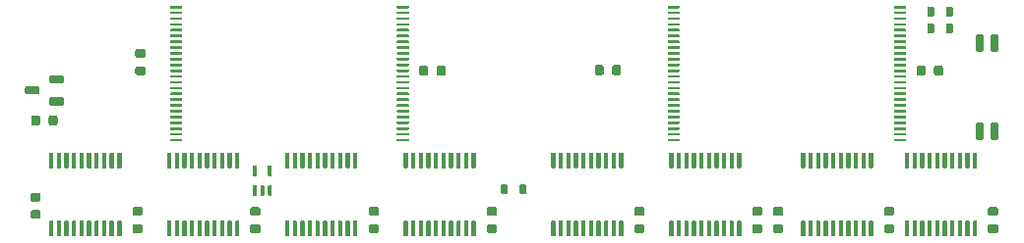
<source format=gtp>
G04 #@! TF.GenerationSoftware,KiCad,Pcbnew,(5.1.5-0-10_14)*
G04 #@! TF.CreationDate,2021-04-13T03:25:20-04:00*
G04 #@! TF.ProjectId,ROMSIMM,524f4d53-494d-44d2-9e6b-696361645f70,1.0*
G04 #@! TF.SameCoordinates,Original*
G04 #@! TF.FileFunction,Paste,Top*
G04 #@! TF.FilePolarity,Positive*
%FSLAX46Y46*%
G04 Gerber Fmt 4.6, Leading zero omitted, Abs format (unit mm)*
G04 Created by KiCad (PCBNEW (5.1.5-0-10_14)) date 2021-04-13 03:25:20*
%MOMM*%
%LPD*%
G04 APERTURE LIST*
%ADD10C,0.100000*%
G04 APERTURE END LIST*
D10*
G36*
X159071898Y-106324855D02*
G01*
X159089129Y-106327411D01*
X159106026Y-106331643D01*
X159122426Y-106337511D01*
X159138173Y-106344959D01*
X159153114Y-106353914D01*
X159167105Y-106364291D01*
X159180011Y-106375989D01*
X159191709Y-106388895D01*
X159202086Y-106402886D01*
X159211041Y-106417827D01*
X159218489Y-106433574D01*
X159224357Y-106449974D01*
X159228589Y-106466871D01*
X159231145Y-106484102D01*
X159232000Y-106501500D01*
X159232000Y-107620500D01*
X159231145Y-107637898D01*
X159228589Y-107655129D01*
X159224357Y-107672026D01*
X159218489Y-107688426D01*
X159211041Y-107704173D01*
X159202086Y-107719114D01*
X159191709Y-107733105D01*
X159180011Y-107746011D01*
X159167105Y-107757709D01*
X159153114Y-107768086D01*
X159138173Y-107777041D01*
X159122426Y-107784489D01*
X159106026Y-107790357D01*
X159089129Y-107794589D01*
X159071898Y-107797145D01*
X159054500Y-107798000D01*
X158699500Y-107798000D01*
X158682102Y-107797145D01*
X158664871Y-107794589D01*
X158647974Y-107790357D01*
X158631574Y-107784489D01*
X158615827Y-107777041D01*
X158600886Y-107768086D01*
X158586895Y-107757709D01*
X158573989Y-107746011D01*
X158562291Y-107733105D01*
X158551914Y-107719114D01*
X158542959Y-107704173D01*
X158535511Y-107688426D01*
X158529643Y-107672026D01*
X158525411Y-107655129D01*
X158522855Y-107637898D01*
X158522000Y-107620500D01*
X158522000Y-106501500D01*
X158522855Y-106484102D01*
X158525411Y-106466871D01*
X158529643Y-106449974D01*
X158535511Y-106433574D01*
X158542959Y-106417827D01*
X158551914Y-106402886D01*
X158562291Y-106388895D01*
X158573989Y-106375989D01*
X158586895Y-106364291D01*
X158600886Y-106353914D01*
X158615827Y-106344959D01*
X158631574Y-106337511D01*
X158647974Y-106331643D01*
X158664871Y-106327411D01*
X158682102Y-106324855D01*
X158699500Y-106324000D01*
X159054500Y-106324000D01*
X159071898Y-106324855D01*
G37*
G36*
X160341898Y-106324855D02*
G01*
X160359129Y-106327411D01*
X160376026Y-106331643D01*
X160392426Y-106337511D01*
X160408173Y-106344959D01*
X160423114Y-106353914D01*
X160437105Y-106364291D01*
X160450011Y-106375989D01*
X160461709Y-106388895D01*
X160472086Y-106402886D01*
X160481041Y-106417827D01*
X160488489Y-106433574D01*
X160494357Y-106449974D01*
X160498589Y-106466871D01*
X160501145Y-106484102D01*
X160502000Y-106501500D01*
X160502000Y-107620500D01*
X160501145Y-107637898D01*
X160498589Y-107655129D01*
X160494357Y-107672026D01*
X160488489Y-107688426D01*
X160481041Y-107704173D01*
X160472086Y-107719114D01*
X160461709Y-107733105D01*
X160450011Y-107746011D01*
X160437105Y-107757709D01*
X160423114Y-107768086D01*
X160408173Y-107777041D01*
X160392426Y-107784489D01*
X160376026Y-107790357D01*
X160359129Y-107794589D01*
X160341898Y-107797145D01*
X160324500Y-107798000D01*
X159969500Y-107798000D01*
X159952102Y-107797145D01*
X159934871Y-107794589D01*
X159917974Y-107790357D01*
X159901574Y-107784489D01*
X159885827Y-107777041D01*
X159870886Y-107768086D01*
X159856895Y-107757709D01*
X159843989Y-107746011D01*
X159832291Y-107733105D01*
X159821914Y-107719114D01*
X159812959Y-107704173D01*
X159805511Y-107688426D01*
X159799643Y-107672026D01*
X159795411Y-107655129D01*
X159792855Y-107637898D01*
X159792000Y-107620500D01*
X159792000Y-106501500D01*
X159792855Y-106484102D01*
X159795411Y-106466871D01*
X159799643Y-106449974D01*
X159805511Y-106433574D01*
X159812959Y-106417827D01*
X159821914Y-106402886D01*
X159832291Y-106388895D01*
X159843989Y-106375989D01*
X159856895Y-106364291D01*
X159870886Y-106353914D01*
X159885827Y-106344959D01*
X159901574Y-106337511D01*
X159917974Y-106331643D01*
X159934871Y-106327411D01*
X159952102Y-106324855D01*
X159969500Y-106324000D01*
X160324500Y-106324000D01*
X160341898Y-106324855D01*
G37*
G36*
X160341898Y-113944855D02*
G01*
X160359129Y-113947411D01*
X160376026Y-113951643D01*
X160392426Y-113957511D01*
X160408173Y-113964959D01*
X160423114Y-113973914D01*
X160437105Y-113984291D01*
X160450011Y-113995989D01*
X160461709Y-114008895D01*
X160472086Y-114022886D01*
X160481041Y-114037827D01*
X160488489Y-114053574D01*
X160494357Y-114069974D01*
X160498589Y-114086871D01*
X160501145Y-114104102D01*
X160502000Y-114121500D01*
X160502000Y-115240500D01*
X160501145Y-115257898D01*
X160498589Y-115275129D01*
X160494357Y-115292026D01*
X160488489Y-115308426D01*
X160481041Y-115324173D01*
X160472086Y-115339114D01*
X160461709Y-115353105D01*
X160450011Y-115366011D01*
X160437105Y-115377709D01*
X160423114Y-115388086D01*
X160408173Y-115397041D01*
X160392426Y-115404489D01*
X160376026Y-115410357D01*
X160359129Y-115414589D01*
X160341898Y-115417145D01*
X160324500Y-115418000D01*
X159969500Y-115418000D01*
X159952102Y-115417145D01*
X159934871Y-115414589D01*
X159917974Y-115410357D01*
X159901574Y-115404489D01*
X159885827Y-115397041D01*
X159870886Y-115388086D01*
X159856895Y-115377709D01*
X159843989Y-115366011D01*
X159832291Y-115353105D01*
X159821914Y-115339114D01*
X159812959Y-115324173D01*
X159805511Y-115308426D01*
X159799643Y-115292026D01*
X159795411Y-115275129D01*
X159792855Y-115257898D01*
X159792000Y-115240500D01*
X159792000Y-114121500D01*
X159792855Y-114104102D01*
X159795411Y-114086871D01*
X159799643Y-114069974D01*
X159805511Y-114053574D01*
X159812959Y-114037827D01*
X159821914Y-114022886D01*
X159832291Y-114008895D01*
X159843989Y-113995989D01*
X159856895Y-113984291D01*
X159870886Y-113973914D01*
X159885827Y-113964959D01*
X159901574Y-113957511D01*
X159917974Y-113951643D01*
X159934871Y-113947411D01*
X159952102Y-113944855D01*
X159969500Y-113944000D01*
X160324500Y-113944000D01*
X160341898Y-113944855D01*
G37*
G36*
X159071898Y-113944855D02*
G01*
X159089129Y-113947411D01*
X159106026Y-113951643D01*
X159122426Y-113957511D01*
X159138173Y-113964959D01*
X159153114Y-113973914D01*
X159167105Y-113984291D01*
X159180011Y-113995989D01*
X159191709Y-114008895D01*
X159202086Y-114022886D01*
X159211041Y-114037827D01*
X159218489Y-114053574D01*
X159224357Y-114069974D01*
X159228589Y-114086871D01*
X159231145Y-114104102D01*
X159232000Y-114121500D01*
X159232000Y-115240500D01*
X159231145Y-115257898D01*
X159228589Y-115275129D01*
X159224357Y-115292026D01*
X159218489Y-115308426D01*
X159211041Y-115324173D01*
X159202086Y-115339114D01*
X159191709Y-115353105D01*
X159180011Y-115366011D01*
X159167105Y-115377709D01*
X159153114Y-115388086D01*
X159138173Y-115397041D01*
X159122426Y-115404489D01*
X159106026Y-115410357D01*
X159089129Y-115414589D01*
X159071898Y-115417145D01*
X159054500Y-115418000D01*
X158699500Y-115418000D01*
X158682102Y-115417145D01*
X158664871Y-115414589D01*
X158647974Y-115410357D01*
X158631574Y-115404489D01*
X158615827Y-115397041D01*
X158600886Y-115388086D01*
X158586895Y-115377709D01*
X158573989Y-115366011D01*
X158562291Y-115353105D01*
X158551914Y-115339114D01*
X158542959Y-115324173D01*
X158535511Y-115308426D01*
X158529643Y-115292026D01*
X158525411Y-115275129D01*
X158522855Y-115257898D01*
X158522000Y-115240500D01*
X158522000Y-114121500D01*
X158522855Y-114104102D01*
X158525411Y-114086871D01*
X158529643Y-114069974D01*
X158535511Y-114053574D01*
X158542959Y-114037827D01*
X158551914Y-114022886D01*
X158562291Y-114008895D01*
X158573989Y-113995989D01*
X158586895Y-113984291D01*
X158600886Y-113973914D01*
X158615827Y-113964959D01*
X158631574Y-113957511D01*
X158647974Y-113951643D01*
X158664871Y-113947411D01*
X158682102Y-113944855D01*
X158699500Y-113944000D01*
X159054500Y-113944000D01*
X159071898Y-113944855D01*
G37*
G36*
X90163136Y-103835277D02*
G01*
X90168718Y-103836105D01*
X90174191Y-103837476D01*
X90179504Y-103839377D01*
X90184605Y-103841790D01*
X90189445Y-103844690D01*
X90193978Y-103848052D01*
X90198159Y-103851841D01*
X90201948Y-103856022D01*
X90205310Y-103860555D01*
X90208210Y-103865395D01*
X90210623Y-103870496D01*
X90212524Y-103875809D01*
X90213895Y-103881282D01*
X90214723Y-103886864D01*
X90215000Y-103892500D01*
X90215000Y-104007500D01*
X90214723Y-104013136D01*
X90213895Y-104018718D01*
X90212524Y-104024191D01*
X90210623Y-104029504D01*
X90208210Y-104034605D01*
X90205310Y-104039445D01*
X90201948Y-104043978D01*
X90198159Y-104048159D01*
X90193978Y-104051948D01*
X90189445Y-104055310D01*
X90184605Y-104058210D01*
X90179504Y-104060623D01*
X90174191Y-104062524D01*
X90168718Y-104063895D01*
X90163136Y-104064723D01*
X90157500Y-104065000D01*
X89242500Y-104065000D01*
X89236864Y-104064723D01*
X89231282Y-104063895D01*
X89225809Y-104062524D01*
X89220496Y-104060623D01*
X89215395Y-104058210D01*
X89210555Y-104055310D01*
X89206022Y-104051948D01*
X89201841Y-104048159D01*
X89198052Y-104043978D01*
X89194690Y-104039445D01*
X89191790Y-104034605D01*
X89189377Y-104029504D01*
X89187476Y-104024191D01*
X89186105Y-104018718D01*
X89185277Y-104013136D01*
X89185000Y-104007500D01*
X89185000Y-103892500D01*
X89185277Y-103886864D01*
X89186105Y-103881282D01*
X89187476Y-103875809D01*
X89189377Y-103870496D01*
X89191790Y-103865395D01*
X89194690Y-103860555D01*
X89198052Y-103856022D01*
X89201841Y-103851841D01*
X89206022Y-103848052D01*
X89210555Y-103844690D01*
X89215395Y-103841790D01*
X89220496Y-103839377D01*
X89225809Y-103837476D01*
X89231282Y-103836105D01*
X89236864Y-103835277D01*
X89242500Y-103835000D01*
X90157500Y-103835000D01*
X90163136Y-103835277D01*
G37*
G36*
X109663136Y-115335277D02*
G01*
X109668718Y-115336105D01*
X109674191Y-115337476D01*
X109679504Y-115339377D01*
X109684605Y-115341790D01*
X109689445Y-115344690D01*
X109693978Y-115348052D01*
X109698159Y-115351841D01*
X109701948Y-115356022D01*
X109705310Y-115360555D01*
X109708210Y-115365395D01*
X109710623Y-115370496D01*
X109712524Y-115375809D01*
X109713895Y-115381282D01*
X109714723Y-115386864D01*
X109715000Y-115392500D01*
X109715000Y-115507500D01*
X109714723Y-115513136D01*
X109713895Y-115518718D01*
X109712524Y-115524191D01*
X109710623Y-115529504D01*
X109708210Y-115534605D01*
X109705310Y-115539445D01*
X109701948Y-115543978D01*
X109698159Y-115548159D01*
X109693978Y-115551948D01*
X109689445Y-115555310D01*
X109684605Y-115558210D01*
X109679504Y-115560623D01*
X109674191Y-115562524D01*
X109668718Y-115563895D01*
X109663136Y-115564723D01*
X109657500Y-115565000D01*
X108742500Y-115565000D01*
X108736864Y-115564723D01*
X108731282Y-115563895D01*
X108725809Y-115562524D01*
X108720496Y-115560623D01*
X108715395Y-115558210D01*
X108710555Y-115555310D01*
X108706022Y-115551948D01*
X108701841Y-115548159D01*
X108698052Y-115543978D01*
X108694690Y-115539445D01*
X108691790Y-115534605D01*
X108689377Y-115529504D01*
X108687476Y-115524191D01*
X108686105Y-115518718D01*
X108685277Y-115513136D01*
X108685000Y-115507500D01*
X108685000Y-115392500D01*
X108685277Y-115386864D01*
X108686105Y-115381282D01*
X108687476Y-115375809D01*
X108689377Y-115370496D01*
X108691790Y-115365395D01*
X108694690Y-115360555D01*
X108698052Y-115356022D01*
X108701841Y-115351841D01*
X108706022Y-115348052D01*
X108710555Y-115344690D01*
X108715395Y-115341790D01*
X108720496Y-115339377D01*
X108725809Y-115337476D01*
X108731282Y-115336105D01*
X108736864Y-115335277D01*
X108742500Y-115335000D01*
X109657500Y-115335000D01*
X109663136Y-115335277D01*
G37*
G36*
X90163136Y-104335277D02*
G01*
X90168718Y-104336105D01*
X90174191Y-104337476D01*
X90179504Y-104339377D01*
X90184605Y-104341790D01*
X90189445Y-104344690D01*
X90193978Y-104348052D01*
X90198159Y-104351841D01*
X90201948Y-104356022D01*
X90205310Y-104360555D01*
X90208210Y-104365395D01*
X90210623Y-104370496D01*
X90212524Y-104375809D01*
X90213895Y-104381282D01*
X90214723Y-104386864D01*
X90215000Y-104392500D01*
X90215000Y-104507500D01*
X90214723Y-104513136D01*
X90213895Y-104518718D01*
X90212524Y-104524191D01*
X90210623Y-104529504D01*
X90208210Y-104534605D01*
X90205310Y-104539445D01*
X90201948Y-104543978D01*
X90198159Y-104548159D01*
X90193978Y-104551948D01*
X90189445Y-104555310D01*
X90184605Y-104558210D01*
X90179504Y-104560623D01*
X90174191Y-104562524D01*
X90168718Y-104563895D01*
X90163136Y-104564723D01*
X90157500Y-104565000D01*
X89242500Y-104565000D01*
X89236864Y-104564723D01*
X89231282Y-104563895D01*
X89225809Y-104562524D01*
X89220496Y-104560623D01*
X89215395Y-104558210D01*
X89210555Y-104555310D01*
X89206022Y-104551948D01*
X89201841Y-104548159D01*
X89198052Y-104543978D01*
X89194690Y-104539445D01*
X89191790Y-104534605D01*
X89189377Y-104529504D01*
X89187476Y-104524191D01*
X89186105Y-104518718D01*
X89185277Y-104513136D01*
X89185000Y-104507500D01*
X89185000Y-104392500D01*
X89185277Y-104386864D01*
X89186105Y-104381282D01*
X89187476Y-104375809D01*
X89189377Y-104370496D01*
X89191790Y-104365395D01*
X89194690Y-104360555D01*
X89198052Y-104356022D01*
X89201841Y-104351841D01*
X89206022Y-104348052D01*
X89210555Y-104344690D01*
X89215395Y-104341790D01*
X89220496Y-104339377D01*
X89225809Y-104337476D01*
X89231282Y-104336105D01*
X89236864Y-104335277D01*
X89242500Y-104335000D01*
X90157500Y-104335000D01*
X90163136Y-104335277D01*
G37*
G36*
X90163136Y-104835277D02*
G01*
X90168718Y-104836105D01*
X90174191Y-104837476D01*
X90179504Y-104839377D01*
X90184605Y-104841790D01*
X90189445Y-104844690D01*
X90193978Y-104848052D01*
X90198159Y-104851841D01*
X90201948Y-104856022D01*
X90205310Y-104860555D01*
X90208210Y-104865395D01*
X90210623Y-104870496D01*
X90212524Y-104875809D01*
X90213895Y-104881282D01*
X90214723Y-104886864D01*
X90215000Y-104892500D01*
X90215000Y-105007500D01*
X90214723Y-105013136D01*
X90213895Y-105018718D01*
X90212524Y-105024191D01*
X90210623Y-105029504D01*
X90208210Y-105034605D01*
X90205310Y-105039445D01*
X90201948Y-105043978D01*
X90198159Y-105048159D01*
X90193978Y-105051948D01*
X90189445Y-105055310D01*
X90184605Y-105058210D01*
X90179504Y-105060623D01*
X90174191Y-105062524D01*
X90168718Y-105063895D01*
X90163136Y-105064723D01*
X90157500Y-105065000D01*
X89242500Y-105065000D01*
X89236864Y-105064723D01*
X89231282Y-105063895D01*
X89225809Y-105062524D01*
X89220496Y-105060623D01*
X89215395Y-105058210D01*
X89210555Y-105055310D01*
X89206022Y-105051948D01*
X89201841Y-105048159D01*
X89198052Y-105043978D01*
X89194690Y-105039445D01*
X89191790Y-105034605D01*
X89189377Y-105029504D01*
X89187476Y-105024191D01*
X89186105Y-105018718D01*
X89185277Y-105013136D01*
X89185000Y-105007500D01*
X89185000Y-104892500D01*
X89185277Y-104886864D01*
X89186105Y-104881282D01*
X89187476Y-104875809D01*
X89189377Y-104870496D01*
X89191790Y-104865395D01*
X89194690Y-104860555D01*
X89198052Y-104856022D01*
X89201841Y-104851841D01*
X89206022Y-104848052D01*
X89210555Y-104844690D01*
X89215395Y-104841790D01*
X89220496Y-104839377D01*
X89225809Y-104837476D01*
X89231282Y-104836105D01*
X89236864Y-104835277D01*
X89242500Y-104835000D01*
X90157500Y-104835000D01*
X90163136Y-104835277D01*
G37*
G36*
X90163136Y-105335277D02*
G01*
X90168718Y-105336105D01*
X90174191Y-105337476D01*
X90179504Y-105339377D01*
X90184605Y-105341790D01*
X90189445Y-105344690D01*
X90193978Y-105348052D01*
X90198159Y-105351841D01*
X90201948Y-105356022D01*
X90205310Y-105360555D01*
X90208210Y-105365395D01*
X90210623Y-105370496D01*
X90212524Y-105375809D01*
X90213895Y-105381282D01*
X90214723Y-105386864D01*
X90215000Y-105392500D01*
X90215000Y-105507500D01*
X90214723Y-105513136D01*
X90213895Y-105518718D01*
X90212524Y-105524191D01*
X90210623Y-105529504D01*
X90208210Y-105534605D01*
X90205310Y-105539445D01*
X90201948Y-105543978D01*
X90198159Y-105548159D01*
X90193978Y-105551948D01*
X90189445Y-105555310D01*
X90184605Y-105558210D01*
X90179504Y-105560623D01*
X90174191Y-105562524D01*
X90168718Y-105563895D01*
X90163136Y-105564723D01*
X90157500Y-105565000D01*
X89242500Y-105565000D01*
X89236864Y-105564723D01*
X89231282Y-105563895D01*
X89225809Y-105562524D01*
X89220496Y-105560623D01*
X89215395Y-105558210D01*
X89210555Y-105555310D01*
X89206022Y-105551948D01*
X89201841Y-105548159D01*
X89198052Y-105543978D01*
X89194690Y-105539445D01*
X89191790Y-105534605D01*
X89189377Y-105529504D01*
X89187476Y-105524191D01*
X89186105Y-105518718D01*
X89185277Y-105513136D01*
X89185000Y-105507500D01*
X89185000Y-105392500D01*
X89185277Y-105386864D01*
X89186105Y-105381282D01*
X89187476Y-105375809D01*
X89189377Y-105370496D01*
X89191790Y-105365395D01*
X89194690Y-105360555D01*
X89198052Y-105356022D01*
X89201841Y-105351841D01*
X89206022Y-105348052D01*
X89210555Y-105344690D01*
X89215395Y-105341790D01*
X89220496Y-105339377D01*
X89225809Y-105337476D01*
X89231282Y-105336105D01*
X89236864Y-105335277D01*
X89242500Y-105335000D01*
X90157500Y-105335000D01*
X90163136Y-105335277D01*
G37*
G36*
X90163136Y-105835277D02*
G01*
X90168718Y-105836105D01*
X90174191Y-105837476D01*
X90179504Y-105839377D01*
X90184605Y-105841790D01*
X90189445Y-105844690D01*
X90193978Y-105848052D01*
X90198159Y-105851841D01*
X90201948Y-105856022D01*
X90205310Y-105860555D01*
X90208210Y-105865395D01*
X90210623Y-105870496D01*
X90212524Y-105875809D01*
X90213895Y-105881282D01*
X90214723Y-105886864D01*
X90215000Y-105892500D01*
X90215000Y-106007500D01*
X90214723Y-106013136D01*
X90213895Y-106018718D01*
X90212524Y-106024191D01*
X90210623Y-106029504D01*
X90208210Y-106034605D01*
X90205310Y-106039445D01*
X90201948Y-106043978D01*
X90198159Y-106048159D01*
X90193978Y-106051948D01*
X90189445Y-106055310D01*
X90184605Y-106058210D01*
X90179504Y-106060623D01*
X90174191Y-106062524D01*
X90168718Y-106063895D01*
X90163136Y-106064723D01*
X90157500Y-106065000D01*
X89242500Y-106065000D01*
X89236864Y-106064723D01*
X89231282Y-106063895D01*
X89225809Y-106062524D01*
X89220496Y-106060623D01*
X89215395Y-106058210D01*
X89210555Y-106055310D01*
X89206022Y-106051948D01*
X89201841Y-106048159D01*
X89198052Y-106043978D01*
X89194690Y-106039445D01*
X89191790Y-106034605D01*
X89189377Y-106029504D01*
X89187476Y-106024191D01*
X89186105Y-106018718D01*
X89185277Y-106013136D01*
X89185000Y-106007500D01*
X89185000Y-105892500D01*
X89185277Y-105886864D01*
X89186105Y-105881282D01*
X89187476Y-105875809D01*
X89189377Y-105870496D01*
X89191790Y-105865395D01*
X89194690Y-105860555D01*
X89198052Y-105856022D01*
X89201841Y-105851841D01*
X89206022Y-105848052D01*
X89210555Y-105844690D01*
X89215395Y-105841790D01*
X89220496Y-105839377D01*
X89225809Y-105837476D01*
X89231282Y-105836105D01*
X89236864Y-105835277D01*
X89242500Y-105835000D01*
X90157500Y-105835000D01*
X90163136Y-105835277D01*
G37*
G36*
X90163136Y-106335277D02*
G01*
X90168718Y-106336105D01*
X90174191Y-106337476D01*
X90179504Y-106339377D01*
X90184605Y-106341790D01*
X90189445Y-106344690D01*
X90193978Y-106348052D01*
X90198159Y-106351841D01*
X90201948Y-106356022D01*
X90205310Y-106360555D01*
X90208210Y-106365395D01*
X90210623Y-106370496D01*
X90212524Y-106375809D01*
X90213895Y-106381282D01*
X90214723Y-106386864D01*
X90215000Y-106392500D01*
X90215000Y-106507500D01*
X90214723Y-106513136D01*
X90213895Y-106518718D01*
X90212524Y-106524191D01*
X90210623Y-106529504D01*
X90208210Y-106534605D01*
X90205310Y-106539445D01*
X90201948Y-106543978D01*
X90198159Y-106548159D01*
X90193978Y-106551948D01*
X90189445Y-106555310D01*
X90184605Y-106558210D01*
X90179504Y-106560623D01*
X90174191Y-106562524D01*
X90168718Y-106563895D01*
X90163136Y-106564723D01*
X90157500Y-106565000D01*
X89242500Y-106565000D01*
X89236864Y-106564723D01*
X89231282Y-106563895D01*
X89225809Y-106562524D01*
X89220496Y-106560623D01*
X89215395Y-106558210D01*
X89210555Y-106555310D01*
X89206022Y-106551948D01*
X89201841Y-106548159D01*
X89198052Y-106543978D01*
X89194690Y-106539445D01*
X89191790Y-106534605D01*
X89189377Y-106529504D01*
X89187476Y-106524191D01*
X89186105Y-106518718D01*
X89185277Y-106513136D01*
X89185000Y-106507500D01*
X89185000Y-106392500D01*
X89185277Y-106386864D01*
X89186105Y-106381282D01*
X89187476Y-106375809D01*
X89189377Y-106370496D01*
X89191790Y-106365395D01*
X89194690Y-106360555D01*
X89198052Y-106356022D01*
X89201841Y-106351841D01*
X89206022Y-106348052D01*
X89210555Y-106344690D01*
X89215395Y-106341790D01*
X89220496Y-106339377D01*
X89225809Y-106337476D01*
X89231282Y-106336105D01*
X89236864Y-106335277D01*
X89242500Y-106335000D01*
X90157500Y-106335000D01*
X90163136Y-106335277D01*
G37*
G36*
X90163136Y-106835277D02*
G01*
X90168718Y-106836105D01*
X90174191Y-106837476D01*
X90179504Y-106839377D01*
X90184605Y-106841790D01*
X90189445Y-106844690D01*
X90193978Y-106848052D01*
X90198159Y-106851841D01*
X90201948Y-106856022D01*
X90205310Y-106860555D01*
X90208210Y-106865395D01*
X90210623Y-106870496D01*
X90212524Y-106875809D01*
X90213895Y-106881282D01*
X90214723Y-106886864D01*
X90215000Y-106892500D01*
X90215000Y-107007500D01*
X90214723Y-107013136D01*
X90213895Y-107018718D01*
X90212524Y-107024191D01*
X90210623Y-107029504D01*
X90208210Y-107034605D01*
X90205310Y-107039445D01*
X90201948Y-107043978D01*
X90198159Y-107048159D01*
X90193978Y-107051948D01*
X90189445Y-107055310D01*
X90184605Y-107058210D01*
X90179504Y-107060623D01*
X90174191Y-107062524D01*
X90168718Y-107063895D01*
X90163136Y-107064723D01*
X90157500Y-107065000D01*
X89242500Y-107065000D01*
X89236864Y-107064723D01*
X89231282Y-107063895D01*
X89225809Y-107062524D01*
X89220496Y-107060623D01*
X89215395Y-107058210D01*
X89210555Y-107055310D01*
X89206022Y-107051948D01*
X89201841Y-107048159D01*
X89198052Y-107043978D01*
X89194690Y-107039445D01*
X89191790Y-107034605D01*
X89189377Y-107029504D01*
X89187476Y-107024191D01*
X89186105Y-107018718D01*
X89185277Y-107013136D01*
X89185000Y-107007500D01*
X89185000Y-106892500D01*
X89185277Y-106886864D01*
X89186105Y-106881282D01*
X89187476Y-106875809D01*
X89189377Y-106870496D01*
X89191790Y-106865395D01*
X89194690Y-106860555D01*
X89198052Y-106856022D01*
X89201841Y-106851841D01*
X89206022Y-106848052D01*
X89210555Y-106844690D01*
X89215395Y-106841790D01*
X89220496Y-106839377D01*
X89225809Y-106837476D01*
X89231282Y-106836105D01*
X89236864Y-106835277D01*
X89242500Y-106835000D01*
X90157500Y-106835000D01*
X90163136Y-106835277D01*
G37*
G36*
X90163136Y-107335277D02*
G01*
X90168718Y-107336105D01*
X90174191Y-107337476D01*
X90179504Y-107339377D01*
X90184605Y-107341790D01*
X90189445Y-107344690D01*
X90193978Y-107348052D01*
X90198159Y-107351841D01*
X90201948Y-107356022D01*
X90205310Y-107360555D01*
X90208210Y-107365395D01*
X90210623Y-107370496D01*
X90212524Y-107375809D01*
X90213895Y-107381282D01*
X90214723Y-107386864D01*
X90215000Y-107392500D01*
X90215000Y-107507500D01*
X90214723Y-107513136D01*
X90213895Y-107518718D01*
X90212524Y-107524191D01*
X90210623Y-107529504D01*
X90208210Y-107534605D01*
X90205310Y-107539445D01*
X90201948Y-107543978D01*
X90198159Y-107548159D01*
X90193978Y-107551948D01*
X90189445Y-107555310D01*
X90184605Y-107558210D01*
X90179504Y-107560623D01*
X90174191Y-107562524D01*
X90168718Y-107563895D01*
X90163136Y-107564723D01*
X90157500Y-107565000D01*
X89242500Y-107565000D01*
X89236864Y-107564723D01*
X89231282Y-107563895D01*
X89225809Y-107562524D01*
X89220496Y-107560623D01*
X89215395Y-107558210D01*
X89210555Y-107555310D01*
X89206022Y-107551948D01*
X89201841Y-107548159D01*
X89198052Y-107543978D01*
X89194690Y-107539445D01*
X89191790Y-107534605D01*
X89189377Y-107529504D01*
X89187476Y-107524191D01*
X89186105Y-107518718D01*
X89185277Y-107513136D01*
X89185000Y-107507500D01*
X89185000Y-107392500D01*
X89185277Y-107386864D01*
X89186105Y-107381282D01*
X89187476Y-107375809D01*
X89189377Y-107370496D01*
X89191790Y-107365395D01*
X89194690Y-107360555D01*
X89198052Y-107356022D01*
X89201841Y-107351841D01*
X89206022Y-107348052D01*
X89210555Y-107344690D01*
X89215395Y-107341790D01*
X89220496Y-107339377D01*
X89225809Y-107337476D01*
X89231282Y-107336105D01*
X89236864Y-107335277D01*
X89242500Y-107335000D01*
X90157500Y-107335000D01*
X90163136Y-107335277D01*
G37*
G36*
X90163136Y-107835277D02*
G01*
X90168718Y-107836105D01*
X90174191Y-107837476D01*
X90179504Y-107839377D01*
X90184605Y-107841790D01*
X90189445Y-107844690D01*
X90193978Y-107848052D01*
X90198159Y-107851841D01*
X90201948Y-107856022D01*
X90205310Y-107860555D01*
X90208210Y-107865395D01*
X90210623Y-107870496D01*
X90212524Y-107875809D01*
X90213895Y-107881282D01*
X90214723Y-107886864D01*
X90215000Y-107892500D01*
X90215000Y-108007500D01*
X90214723Y-108013136D01*
X90213895Y-108018718D01*
X90212524Y-108024191D01*
X90210623Y-108029504D01*
X90208210Y-108034605D01*
X90205310Y-108039445D01*
X90201948Y-108043978D01*
X90198159Y-108048159D01*
X90193978Y-108051948D01*
X90189445Y-108055310D01*
X90184605Y-108058210D01*
X90179504Y-108060623D01*
X90174191Y-108062524D01*
X90168718Y-108063895D01*
X90163136Y-108064723D01*
X90157500Y-108065000D01*
X89242500Y-108065000D01*
X89236864Y-108064723D01*
X89231282Y-108063895D01*
X89225809Y-108062524D01*
X89220496Y-108060623D01*
X89215395Y-108058210D01*
X89210555Y-108055310D01*
X89206022Y-108051948D01*
X89201841Y-108048159D01*
X89198052Y-108043978D01*
X89194690Y-108039445D01*
X89191790Y-108034605D01*
X89189377Y-108029504D01*
X89187476Y-108024191D01*
X89186105Y-108018718D01*
X89185277Y-108013136D01*
X89185000Y-108007500D01*
X89185000Y-107892500D01*
X89185277Y-107886864D01*
X89186105Y-107881282D01*
X89187476Y-107875809D01*
X89189377Y-107870496D01*
X89191790Y-107865395D01*
X89194690Y-107860555D01*
X89198052Y-107856022D01*
X89201841Y-107851841D01*
X89206022Y-107848052D01*
X89210555Y-107844690D01*
X89215395Y-107841790D01*
X89220496Y-107839377D01*
X89225809Y-107837476D01*
X89231282Y-107836105D01*
X89236864Y-107835277D01*
X89242500Y-107835000D01*
X90157500Y-107835000D01*
X90163136Y-107835277D01*
G37*
G36*
X90163136Y-108335277D02*
G01*
X90168718Y-108336105D01*
X90174191Y-108337476D01*
X90179504Y-108339377D01*
X90184605Y-108341790D01*
X90189445Y-108344690D01*
X90193978Y-108348052D01*
X90198159Y-108351841D01*
X90201948Y-108356022D01*
X90205310Y-108360555D01*
X90208210Y-108365395D01*
X90210623Y-108370496D01*
X90212524Y-108375809D01*
X90213895Y-108381282D01*
X90214723Y-108386864D01*
X90215000Y-108392500D01*
X90215000Y-108507500D01*
X90214723Y-108513136D01*
X90213895Y-108518718D01*
X90212524Y-108524191D01*
X90210623Y-108529504D01*
X90208210Y-108534605D01*
X90205310Y-108539445D01*
X90201948Y-108543978D01*
X90198159Y-108548159D01*
X90193978Y-108551948D01*
X90189445Y-108555310D01*
X90184605Y-108558210D01*
X90179504Y-108560623D01*
X90174191Y-108562524D01*
X90168718Y-108563895D01*
X90163136Y-108564723D01*
X90157500Y-108565000D01*
X89242500Y-108565000D01*
X89236864Y-108564723D01*
X89231282Y-108563895D01*
X89225809Y-108562524D01*
X89220496Y-108560623D01*
X89215395Y-108558210D01*
X89210555Y-108555310D01*
X89206022Y-108551948D01*
X89201841Y-108548159D01*
X89198052Y-108543978D01*
X89194690Y-108539445D01*
X89191790Y-108534605D01*
X89189377Y-108529504D01*
X89187476Y-108524191D01*
X89186105Y-108518718D01*
X89185277Y-108513136D01*
X89185000Y-108507500D01*
X89185000Y-108392500D01*
X89185277Y-108386864D01*
X89186105Y-108381282D01*
X89187476Y-108375809D01*
X89189377Y-108370496D01*
X89191790Y-108365395D01*
X89194690Y-108360555D01*
X89198052Y-108356022D01*
X89201841Y-108351841D01*
X89206022Y-108348052D01*
X89210555Y-108344690D01*
X89215395Y-108341790D01*
X89220496Y-108339377D01*
X89225809Y-108337476D01*
X89231282Y-108336105D01*
X89236864Y-108335277D01*
X89242500Y-108335000D01*
X90157500Y-108335000D01*
X90163136Y-108335277D01*
G37*
G36*
X90163136Y-108835277D02*
G01*
X90168718Y-108836105D01*
X90174191Y-108837476D01*
X90179504Y-108839377D01*
X90184605Y-108841790D01*
X90189445Y-108844690D01*
X90193978Y-108848052D01*
X90198159Y-108851841D01*
X90201948Y-108856022D01*
X90205310Y-108860555D01*
X90208210Y-108865395D01*
X90210623Y-108870496D01*
X90212524Y-108875809D01*
X90213895Y-108881282D01*
X90214723Y-108886864D01*
X90215000Y-108892500D01*
X90215000Y-109007500D01*
X90214723Y-109013136D01*
X90213895Y-109018718D01*
X90212524Y-109024191D01*
X90210623Y-109029504D01*
X90208210Y-109034605D01*
X90205310Y-109039445D01*
X90201948Y-109043978D01*
X90198159Y-109048159D01*
X90193978Y-109051948D01*
X90189445Y-109055310D01*
X90184605Y-109058210D01*
X90179504Y-109060623D01*
X90174191Y-109062524D01*
X90168718Y-109063895D01*
X90163136Y-109064723D01*
X90157500Y-109065000D01*
X89242500Y-109065000D01*
X89236864Y-109064723D01*
X89231282Y-109063895D01*
X89225809Y-109062524D01*
X89220496Y-109060623D01*
X89215395Y-109058210D01*
X89210555Y-109055310D01*
X89206022Y-109051948D01*
X89201841Y-109048159D01*
X89198052Y-109043978D01*
X89194690Y-109039445D01*
X89191790Y-109034605D01*
X89189377Y-109029504D01*
X89187476Y-109024191D01*
X89186105Y-109018718D01*
X89185277Y-109013136D01*
X89185000Y-109007500D01*
X89185000Y-108892500D01*
X89185277Y-108886864D01*
X89186105Y-108881282D01*
X89187476Y-108875809D01*
X89189377Y-108870496D01*
X89191790Y-108865395D01*
X89194690Y-108860555D01*
X89198052Y-108856022D01*
X89201841Y-108851841D01*
X89206022Y-108848052D01*
X89210555Y-108844690D01*
X89215395Y-108841790D01*
X89220496Y-108839377D01*
X89225809Y-108837476D01*
X89231282Y-108836105D01*
X89236864Y-108835277D01*
X89242500Y-108835000D01*
X90157500Y-108835000D01*
X90163136Y-108835277D01*
G37*
G36*
X90163136Y-109335277D02*
G01*
X90168718Y-109336105D01*
X90174191Y-109337476D01*
X90179504Y-109339377D01*
X90184605Y-109341790D01*
X90189445Y-109344690D01*
X90193978Y-109348052D01*
X90198159Y-109351841D01*
X90201948Y-109356022D01*
X90205310Y-109360555D01*
X90208210Y-109365395D01*
X90210623Y-109370496D01*
X90212524Y-109375809D01*
X90213895Y-109381282D01*
X90214723Y-109386864D01*
X90215000Y-109392500D01*
X90215000Y-109507500D01*
X90214723Y-109513136D01*
X90213895Y-109518718D01*
X90212524Y-109524191D01*
X90210623Y-109529504D01*
X90208210Y-109534605D01*
X90205310Y-109539445D01*
X90201948Y-109543978D01*
X90198159Y-109548159D01*
X90193978Y-109551948D01*
X90189445Y-109555310D01*
X90184605Y-109558210D01*
X90179504Y-109560623D01*
X90174191Y-109562524D01*
X90168718Y-109563895D01*
X90163136Y-109564723D01*
X90157500Y-109565000D01*
X89242500Y-109565000D01*
X89236864Y-109564723D01*
X89231282Y-109563895D01*
X89225809Y-109562524D01*
X89220496Y-109560623D01*
X89215395Y-109558210D01*
X89210555Y-109555310D01*
X89206022Y-109551948D01*
X89201841Y-109548159D01*
X89198052Y-109543978D01*
X89194690Y-109539445D01*
X89191790Y-109534605D01*
X89189377Y-109529504D01*
X89187476Y-109524191D01*
X89186105Y-109518718D01*
X89185277Y-109513136D01*
X89185000Y-109507500D01*
X89185000Y-109392500D01*
X89185277Y-109386864D01*
X89186105Y-109381282D01*
X89187476Y-109375809D01*
X89189377Y-109370496D01*
X89191790Y-109365395D01*
X89194690Y-109360555D01*
X89198052Y-109356022D01*
X89201841Y-109351841D01*
X89206022Y-109348052D01*
X89210555Y-109344690D01*
X89215395Y-109341790D01*
X89220496Y-109339377D01*
X89225809Y-109337476D01*
X89231282Y-109336105D01*
X89236864Y-109335277D01*
X89242500Y-109335000D01*
X90157500Y-109335000D01*
X90163136Y-109335277D01*
G37*
G36*
X90163136Y-109835277D02*
G01*
X90168718Y-109836105D01*
X90174191Y-109837476D01*
X90179504Y-109839377D01*
X90184605Y-109841790D01*
X90189445Y-109844690D01*
X90193978Y-109848052D01*
X90198159Y-109851841D01*
X90201948Y-109856022D01*
X90205310Y-109860555D01*
X90208210Y-109865395D01*
X90210623Y-109870496D01*
X90212524Y-109875809D01*
X90213895Y-109881282D01*
X90214723Y-109886864D01*
X90215000Y-109892500D01*
X90215000Y-110007500D01*
X90214723Y-110013136D01*
X90213895Y-110018718D01*
X90212524Y-110024191D01*
X90210623Y-110029504D01*
X90208210Y-110034605D01*
X90205310Y-110039445D01*
X90201948Y-110043978D01*
X90198159Y-110048159D01*
X90193978Y-110051948D01*
X90189445Y-110055310D01*
X90184605Y-110058210D01*
X90179504Y-110060623D01*
X90174191Y-110062524D01*
X90168718Y-110063895D01*
X90163136Y-110064723D01*
X90157500Y-110065000D01*
X89242500Y-110065000D01*
X89236864Y-110064723D01*
X89231282Y-110063895D01*
X89225809Y-110062524D01*
X89220496Y-110060623D01*
X89215395Y-110058210D01*
X89210555Y-110055310D01*
X89206022Y-110051948D01*
X89201841Y-110048159D01*
X89198052Y-110043978D01*
X89194690Y-110039445D01*
X89191790Y-110034605D01*
X89189377Y-110029504D01*
X89187476Y-110024191D01*
X89186105Y-110018718D01*
X89185277Y-110013136D01*
X89185000Y-110007500D01*
X89185000Y-109892500D01*
X89185277Y-109886864D01*
X89186105Y-109881282D01*
X89187476Y-109875809D01*
X89189377Y-109870496D01*
X89191790Y-109865395D01*
X89194690Y-109860555D01*
X89198052Y-109856022D01*
X89201841Y-109851841D01*
X89206022Y-109848052D01*
X89210555Y-109844690D01*
X89215395Y-109841790D01*
X89220496Y-109839377D01*
X89225809Y-109837476D01*
X89231282Y-109836105D01*
X89236864Y-109835277D01*
X89242500Y-109835000D01*
X90157500Y-109835000D01*
X90163136Y-109835277D01*
G37*
G36*
X90163136Y-110335277D02*
G01*
X90168718Y-110336105D01*
X90174191Y-110337476D01*
X90179504Y-110339377D01*
X90184605Y-110341790D01*
X90189445Y-110344690D01*
X90193978Y-110348052D01*
X90198159Y-110351841D01*
X90201948Y-110356022D01*
X90205310Y-110360555D01*
X90208210Y-110365395D01*
X90210623Y-110370496D01*
X90212524Y-110375809D01*
X90213895Y-110381282D01*
X90214723Y-110386864D01*
X90215000Y-110392500D01*
X90215000Y-110507500D01*
X90214723Y-110513136D01*
X90213895Y-110518718D01*
X90212524Y-110524191D01*
X90210623Y-110529504D01*
X90208210Y-110534605D01*
X90205310Y-110539445D01*
X90201948Y-110543978D01*
X90198159Y-110548159D01*
X90193978Y-110551948D01*
X90189445Y-110555310D01*
X90184605Y-110558210D01*
X90179504Y-110560623D01*
X90174191Y-110562524D01*
X90168718Y-110563895D01*
X90163136Y-110564723D01*
X90157500Y-110565000D01*
X89242500Y-110565000D01*
X89236864Y-110564723D01*
X89231282Y-110563895D01*
X89225809Y-110562524D01*
X89220496Y-110560623D01*
X89215395Y-110558210D01*
X89210555Y-110555310D01*
X89206022Y-110551948D01*
X89201841Y-110548159D01*
X89198052Y-110543978D01*
X89194690Y-110539445D01*
X89191790Y-110534605D01*
X89189377Y-110529504D01*
X89187476Y-110524191D01*
X89186105Y-110518718D01*
X89185277Y-110513136D01*
X89185000Y-110507500D01*
X89185000Y-110392500D01*
X89185277Y-110386864D01*
X89186105Y-110381282D01*
X89187476Y-110375809D01*
X89189377Y-110370496D01*
X89191790Y-110365395D01*
X89194690Y-110360555D01*
X89198052Y-110356022D01*
X89201841Y-110351841D01*
X89206022Y-110348052D01*
X89210555Y-110344690D01*
X89215395Y-110341790D01*
X89220496Y-110339377D01*
X89225809Y-110337476D01*
X89231282Y-110336105D01*
X89236864Y-110335277D01*
X89242500Y-110335000D01*
X90157500Y-110335000D01*
X90163136Y-110335277D01*
G37*
G36*
X90163136Y-110835277D02*
G01*
X90168718Y-110836105D01*
X90174191Y-110837476D01*
X90179504Y-110839377D01*
X90184605Y-110841790D01*
X90189445Y-110844690D01*
X90193978Y-110848052D01*
X90198159Y-110851841D01*
X90201948Y-110856022D01*
X90205310Y-110860555D01*
X90208210Y-110865395D01*
X90210623Y-110870496D01*
X90212524Y-110875809D01*
X90213895Y-110881282D01*
X90214723Y-110886864D01*
X90215000Y-110892500D01*
X90215000Y-111007500D01*
X90214723Y-111013136D01*
X90213895Y-111018718D01*
X90212524Y-111024191D01*
X90210623Y-111029504D01*
X90208210Y-111034605D01*
X90205310Y-111039445D01*
X90201948Y-111043978D01*
X90198159Y-111048159D01*
X90193978Y-111051948D01*
X90189445Y-111055310D01*
X90184605Y-111058210D01*
X90179504Y-111060623D01*
X90174191Y-111062524D01*
X90168718Y-111063895D01*
X90163136Y-111064723D01*
X90157500Y-111065000D01*
X89242500Y-111065000D01*
X89236864Y-111064723D01*
X89231282Y-111063895D01*
X89225809Y-111062524D01*
X89220496Y-111060623D01*
X89215395Y-111058210D01*
X89210555Y-111055310D01*
X89206022Y-111051948D01*
X89201841Y-111048159D01*
X89198052Y-111043978D01*
X89194690Y-111039445D01*
X89191790Y-111034605D01*
X89189377Y-111029504D01*
X89187476Y-111024191D01*
X89186105Y-111018718D01*
X89185277Y-111013136D01*
X89185000Y-111007500D01*
X89185000Y-110892500D01*
X89185277Y-110886864D01*
X89186105Y-110881282D01*
X89187476Y-110875809D01*
X89189377Y-110870496D01*
X89191790Y-110865395D01*
X89194690Y-110860555D01*
X89198052Y-110856022D01*
X89201841Y-110851841D01*
X89206022Y-110848052D01*
X89210555Y-110844690D01*
X89215395Y-110841790D01*
X89220496Y-110839377D01*
X89225809Y-110837476D01*
X89231282Y-110836105D01*
X89236864Y-110835277D01*
X89242500Y-110835000D01*
X90157500Y-110835000D01*
X90163136Y-110835277D01*
G37*
G36*
X90163136Y-111335277D02*
G01*
X90168718Y-111336105D01*
X90174191Y-111337476D01*
X90179504Y-111339377D01*
X90184605Y-111341790D01*
X90189445Y-111344690D01*
X90193978Y-111348052D01*
X90198159Y-111351841D01*
X90201948Y-111356022D01*
X90205310Y-111360555D01*
X90208210Y-111365395D01*
X90210623Y-111370496D01*
X90212524Y-111375809D01*
X90213895Y-111381282D01*
X90214723Y-111386864D01*
X90215000Y-111392500D01*
X90215000Y-111507500D01*
X90214723Y-111513136D01*
X90213895Y-111518718D01*
X90212524Y-111524191D01*
X90210623Y-111529504D01*
X90208210Y-111534605D01*
X90205310Y-111539445D01*
X90201948Y-111543978D01*
X90198159Y-111548159D01*
X90193978Y-111551948D01*
X90189445Y-111555310D01*
X90184605Y-111558210D01*
X90179504Y-111560623D01*
X90174191Y-111562524D01*
X90168718Y-111563895D01*
X90163136Y-111564723D01*
X90157500Y-111565000D01*
X89242500Y-111565000D01*
X89236864Y-111564723D01*
X89231282Y-111563895D01*
X89225809Y-111562524D01*
X89220496Y-111560623D01*
X89215395Y-111558210D01*
X89210555Y-111555310D01*
X89206022Y-111551948D01*
X89201841Y-111548159D01*
X89198052Y-111543978D01*
X89194690Y-111539445D01*
X89191790Y-111534605D01*
X89189377Y-111529504D01*
X89187476Y-111524191D01*
X89186105Y-111518718D01*
X89185277Y-111513136D01*
X89185000Y-111507500D01*
X89185000Y-111392500D01*
X89185277Y-111386864D01*
X89186105Y-111381282D01*
X89187476Y-111375809D01*
X89189377Y-111370496D01*
X89191790Y-111365395D01*
X89194690Y-111360555D01*
X89198052Y-111356022D01*
X89201841Y-111351841D01*
X89206022Y-111348052D01*
X89210555Y-111344690D01*
X89215395Y-111341790D01*
X89220496Y-111339377D01*
X89225809Y-111337476D01*
X89231282Y-111336105D01*
X89236864Y-111335277D01*
X89242500Y-111335000D01*
X90157500Y-111335000D01*
X90163136Y-111335277D01*
G37*
G36*
X90163136Y-111835277D02*
G01*
X90168718Y-111836105D01*
X90174191Y-111837476D01*
X90179504Y-111839377D01*
X90184605Y-111841790D01*
X90189445Y-111844690D01*
X90193978Y-111848052D01*
X90198159Y-111851841D01*
X90201948Y-111856022D01*
X90205310Y-111860555D01*
X90208210Y-111865395D01*
X90210623Y-111870496D01*
X90212524Y-111875809D01*
X90213895Y-111881282D01*
X90214723Y-111886864D01*
X90215000Y-111892500D01*
X90215000Y-112007500D01*
X90214723Y-112013136D01*
X90213895Y-112018718D01*
X90212524Y-112024191D01*
X90210623Y-112029504D01*
X90208210Y-112034605D01*
X90205310Y-112039445D01*
X90201948Y-112043978D01*
X90198159Y-112048159D01*
X90193978Y-112051948D01*
X90189445Y-112055310D01*
X90184605Y-112058210D01*
X90179504Y-112060623D01*
X90174191Y-112062524D01*
X90168718Y-112063895D01*
X90163136Y-112064723D01*
X90157500Y-112065000D01*
X89242500Y-112065000D01*
X89236864Y-112064723D01*
X89231282Y-112063895D01*
X89225809Y-112062524D01*
X89220496Y-112060623D01*
X89215395Y-112058210D01*
X89210555Y-112055310D01*
X89206022Y-112051948D01*
X89201841Y-112048159D01*
X89198052Y-112043978D01*
X89194690Y-112039445D01*
X89191790Y-112034605D01*
X89189377Y-112029504D01*
X89187476Y-112024191D01*
X89186105Y-112018718D01*
X89185277Y-112013136D01*
X89185000Y-112007500D01*
X89185000Y-111892500D01*
X89185277Y-111886864D01*
X89186105Y-111881282D01*
X89187476Y-111875809D01*
X89189377Y-111870496D01*
X89191790Y-111865395D01*
X89194690Y-111860555D01*
X89198052Y-111856022D01*
X89201841Y-111851841D01*
X89206022Y-111848052D01*
X89210555Y-111844690D01*
X89215395Y-111841790D01*
X89220496Y-111839377D01*
X89225809Y-111837476D01*
X89231282Y-111836105D01*
X89236864Y-111835277D01*
X89242500Y-111835000D01*
X90157500Y-111835000D01*
X90163136Y-111835277D01*
G37*
G36*
X90163136Y-112335277D02*
G01*
X90168718Y-112336105D01*
X90174191Y-112337476D01*
X90179504Y-112339377D01*
X90184605Y-112341790D01*
X90189445Y-112344690D01*
X90193978Y-112348052D01*
X90198159Y-112351841D01*
X90201948Y-112356022D01*
X90205310Y-112360555D01*
X90208210Y-112365395D01*
X90210623Y-112370496D01*
X90212524Y-112375809D01*
X90213895Y-112381282D01*
X90214723Y-112386864D01*
X90215000Y-112392500D01*
X90215000Y-112507500D01*
X90214723Y-112513136D01*
X90213895Y-112518718D01*
X90212524Y-112524191D01*
X90210623Y-112529504D01*
X90208210Y-112534605D01*
X90205310Y-112539445D01*
X90201948Y-112543978D01*
X90198159Y-112548159D01*
X90193978Y-112551948D01*
X90189445Y-112555310D01*
X90184605Y-112558210D01*
X90179504Y-112560623D01*
X90174191Y-112562524D01*
X90168718Y-112563895D01*
X90163136Y-112564723D01*
X90157500Y-112565000D01*
X89242500Y-112565000D01*
X89236864Y-112564723D01*
X89231282Y-112563895D01*
X89225809Y-112562524D01*
X89220496Y-112560623D01*
X89215395Y-112558210D01*
X89210555Y-112555310D01*
X89206022Y-112551948D01*
X89201841Y-112548159D01*
X89198052Y-112543978D01*
X89194690Y-112539445D01*
X89191790Y-112534605D01*
X89189377Y-112529504D01*
X89187476Y-112524191D01*
X89186105Y-112518718D01*
X89185277Y-112513136D01*
X89185000Y-112507500D01*
X89185000Y-112392500D01*
X89185277Y-112386864D01*
X89186105Y-112381282D01*
X89187476Y-112375809D01*
X89189377Y-112370496D01*
X89191790Y-112365395D01*
X89194690Y-112360555D01*
X89198052Y-112356022D01*
X89201841Y-112351841D01*
X89206022Y-112348052D01*
X89210555Y-112344690D01*
X89215395Y-112341790D01*
X89220496Y-112339377D01*
X89225809Y-112337476D01*
X89231282Y-112336105D01*
X89236864Y-112335277D01*
X89242500Y-112335000D01*
X90157500Y-112335000D01*
X90163136Y-112335277D01*
G37*
G36*
X90163136Y-112835277D02*
G01*
X90168718Y-112836105D01*
X90174191Y-112837476D01*
X90179504Y-112839377D01*
X90184605Y-112841790D01*
X90189445Y-112844690D01*
X90193978Y-112848052D01*
X90198159Y-112851841D01*
X90201948Y-112856022D01*
X90205310Y-112860555D01*
X90208210Y-112865395D01*
X90210623Y-112870496D01*
X90212524Y-112875809D01*
X90213895Y-112881282D01*
X90214723Y-112886864D01*
X90215000Y-112892500D01*
X90215000Y-113007500D01*
X90214723Y-113013136D01*
X90213895Y-113018718D01*
X90212524Y-113024191D01*
X90210623Y-113029504D01*
X90208210Y-113034605D01*
X90205310Y-113039445D01*
X90201948Y-113043978D01*
X90198159Y-113048159D01*
X90193978Y-113051948D01*
X90189445Y-113055310D01*
X90184605Y-113058210D01*
X90179504Y-113060623D01*
X90174191Y-113062524D01*
X90168718Y-113063895D01*
X90163136Y-113064723D01*
X90157500Y-113065000D01*
X89242500Y-113065000D01*
X89236864Y-113064723D01*
X89231282Y-113063895D01*
X89225809Y-113062524D01*
X89220496Y-113060623D01*
X89215395Y-113058210D01*
X89210555Y-113055310D01*
X89206022Y-113051948D01*
X89201841Y-113048159D01*
X89198052Y-113043978D01*
X89194690Y-113039445D01*
X89191790Y-113034605D01*
X89189377Y-113029504D01*
X89187476Y-113024191D01*
X89186105Y-113018718D01*
X89185277Y-113013136D01*
X89185000Y-113007500D01*
X89185000Y-112892500D01*
X89185277Y-112886864D01*
X89186105Y-112881282D01*
X89187476Y-112875809D01*
X89189377Y-112870496D01*
X89191790Y-112865395D01*
X89194690Y-112860555D01*
X89198052Y-112856022D01*
X89201841Y-112851841D01*
X89206022Y-112848052D01*
X89210555Y-112844690D01*
X89215395Y-112841790D01*
X89220496Y-112839377D01*
X89225809Y-112837476D01*
X89231282Y-112836105D01*
X89236864Y-112835277D01*
X89242500Y-112835000D01*
X90157500Y-112835000D01*
X90163136Y-112835277D01*
G37*
G36*
X90163136Y-113335277D02*
G01*
X90168718Y-113336105D01*
X90174191Y-113337476D01*
X90179504Y-113339377D01*
X90184605Y-113341790D01*
X90189445Y-113344690D01*
X90193978Y-113348052D01*
X90198159Y-113351841D01*
X90201948Y-113356022D01*
X90205310Y-113360555D01*
X90208210Y-113365395D01*
X90210623Y-113370496D01*
X90212524Y-113375809D01*
X90213895Y-113381282D01*
X90214723Y-113386864D01*
X90215000Y-113392500D01*
X90215000Y-113507500D01*
X90214723Y-113513136D01*
X90213895Y-113518718D01*
X90212524Y-113524191D01*
X90210623Y-113529504D01*
X90208210Y-113534605D01*
X90205310Y-113539445D01*
X90201948Y-113543978D01*
X90198159Y-113548159D01*
X90193978Y-113551948D01*
X90189445Y-113555310D01*
X90184605Y-113558210D01*
X90179504Y-113560623D01*
X90174191Y-113562524D01*
X90168718Y-113563895D01*
X90163136Y-113564723D01*
X90157500Y-113565000D01*
X89242500Y-113565000D01*
X89236864Y-113564723D01*
X89231282Y-113563895D01*
X89225809Y-113562524D01*
X89220496Y-113560623D01*
X89215395Y-113558210D01*
X89210555Y-113555310D01*
X89206022Y-113551948D01*
X89201841Y-113548159D01*
X89198052Y-113543978D01*
X89194690Y-113539445D01*
X89191790Y-113534605D01*
X89189377Y-113529504D01*
X89187476Y-113524191D01*
X89186105Y-113518718D01*
X89185277Y-113513136D01*
X89185000Y-113507500D01*
X89185000Y-113392500D01*
X89185277Y-113386864D01*
X89186105Y-113381282D01*
X89187476Y-113375809D01*
X89189377Y-113370496D01*
X89191790Y-113365395D01*
X89194690Y-113360555D01*
X89198052Y-113356022D01*
X89201841Y-113351841D01*
X89206022Y-113348052D01*
X89210555Y-113344690D01*
X89215395Y-113341790D01*
X89220496Y-113339377D01*
X89225809Y-113337476D01*
X89231282Y-113336105D01*
X89236864Y-113335277D01*
X89242500Y-113335000D01*
X90157500Y-113335000D01*
X90163136Y-113335277D01*
G37*
G36*
X90163136Y-113835277D02*
G01*
X90168718Y-113836105D01*
X90174191Y-113837476D01*
X90179504Y-113839377D01*
X90184605Y-113841790D01*
X90189445Y-113844690D01*
X90193978Y-113848052D01*
X90198159Y-113851841D01*
X90201948Y-113856022D01*
X90205310Y-113860555D01*
X90208210Y-113865395D01*
X90210623Y-113870496D01*
X90212524Y-113875809D01*
X90213895Y-113881282D01*
X90214723Y-113886864D01*
X90215000Y-113892500D01*
X90215000Y-114007500D01*
X90214723Y-114013136D01*
X90213895Y-114018718D01*
X90212524Y-114024191D01*
X90210623Y-114029504D01*
X90208210Y-114034605D01*
X90205310Y-114039445D01*
X90201948Y-114043978D01*
X90198159Y-114048159D01*
X90193978Y-114051948D01*
X90189445Y-114055310D01*
X90184605Y-114058210D01*
X90179504Y-114060623D01*
X90174191Y-114062524D01*
X90168718Y-114063895D01*
X90163136Y-114064723D01*
X90157500Y-114065000D01*
X89242500Y-114065000D01*
X89236864Y-114064723D01*
X89231282Y-114063895D01*
X89225809Y-114062524D01*
X89220496Y-114060623D01*
X89215395Y-114058210D01*
X89210555Y-114055310D01*
X89206022Y-114051948D01*
X89201841Y-114048159D01*
X89198052Y-114043978D01*
X89194690Y-114039445D01*
X89191790Y-114034605D01*
X89189377Y-114029504D01*
X89187476Y-114024191D01*
X89186105Y-114018718D01*
X89185277Y-114013136D01*
X89185000Y-114007500D01*
X89185000Y-113892500D01*
X89185277Y-113886864D01*
X89186105Y-113881282D01*
X89187476Y-113875809D01*
X89189377Y-113870496D01*
X89191790Y-113865395D01*
X89194690Y-113860555D01*
X89198052Y-113856022D01*
X89201841Y-113851841D01*
X89206022Y-113848052D01*
X89210555Y-113844690D01*
X89215395Y-113841790D01*
X89220496Y-113839377D01*
X89225809Y-113837476D01*
X89231282Y-113836105D01*
X89236864Y-113835277D01*
X89242500Y-113835000D01*
X90157500Y-113835000D01*
X90163136Y-113835277D01*
G37*
G36*
X90163136Y-114335277D02*
G01*
X90168718Y-114336105D01*
X90174191Y-114337476D01*
X90179504Y-114339377D01*
X90184605Y-114341790D01*
X90189445Y-114344690D01*
X90193978Y-114348052D01*
X90198159Y-114351841D01*
X90201948Y-114356022D01*
X90205310Y-114360555D01*
X90208210Y-114365395D01*
X90210623Y-114370496D01*
X90212524Y-114375809D01*
X90213895Y-114381282D01*
X90214723Y-114386864D01*
X90215000Y-114392500D01*
X90215000Y-114507500D01*
X90214723Y-114513136D01*
X90213895Y-114518718D01*
X90212524Y-114524191D01*
X90210623Y-114529504D01*
X90208210Y-114534605D01*
X90205310Y-114539445D01*
X90201948Y-114543978D01*
X90198159Y-114548159D01*
X90193978Y-114551948D01*
X90189445Y-114555310D01*
X90184605Y-114558210D01*
X90179504Y-114560623D01*
X90174191Y-114562524D01*
X90168718Y-114563895D01*
X90163136Y-114564723D01*
X90157500Y-114565000D01*
X89242500Y-114565000D01*
X89236864Y-114564723D01*
X89231282Y-114563895D01*
X89225809Y-114562524D01*
X89220496Y-114560623D01*
X89215395Y-114558210D01*
X89210555Y-114555310D01*
X89206022Y-114551948D01*
X89201841Y-114548159D01*
X89198052Y-114543978D01*
X89194690Y-114539445D01*
X89191790Y-114534605D01*
X89189377Y-114529504D01*
X89187476Y-114524191D01*
X89186105Y-114518718D01*
X89185277Y-114513136D01*
X89185000Y-114507500D01*
X89185000Y-114392500D01*
X89185277Y-114386864D01*
X89186105Y-114381282D01*
X89187476Y-114375809D01*
X89189377Y-114370496D01*
X89191790Y-114365395D01*
X89194690Y-114360555D01*
X89198052Y-114356022D01*
X89201841Y-114351841D01*
X89206022Y-114348052D01*
X89210555Y-114344690D01*
X89215395Y-114341790D01*
X89220496Y-114339377D01*
X89225809Y-114337476D01*
X89231282Y-114336105D01*
X89236864Y-114335277D01*
X89242500Y-114335000D01*
X90157500Y-114335000D01*
X90163136Y-114335277D01*
G37*
G36*
X90163136Y-114835277D02*
G01*
X90168718Y-114836105D01*
X90174191Y-114837476D01*
X90179504Y-114839377D01*
X90184605Y-114841790D01*
X90189445Y-114844690D01*
X90193978Y-114848052D01*
X90198159Y-114851841D01*
X90201948Y-114856022D01*
X90205310Y-114860555D01*
X90208210Y-114865395D01*
X90210623Y-114870496D01*
X90212524Y-114875809D01*
X90213895Y-114881282D01*
X90214723Y-114886864D01*
X90215000Y-114892500D01*
X90215000Y-115007500D01*
X90214723Y-115013136D01*
X90213895Y-115018718D01*
X90212524Y-115024191D01*
X90210623Y-115029504D01*
X90208210Y-115034605D01*
X90205310Y-115039445D01*
X90201948Y-115043978D01*
X90198159Y-115048159D01*
X90193978Y-115051948D01*
X90189445Y-115055310D01*
X90184605Y-115058210D01*
X90179504Y-115060623D01*
X90174191Y-115062524D01*
X90168718Y-115063895D01*
X90163136Y-115064723D01*
X90157500Y-115065000D01*
X89242500Y-115065000D01*
X89236864Y-115064723D01*
X89231282Y-115063895D01*
X89225809Y-115062524D01*
X89220496Y-115060623D01*
X89215395Y-115058210D01*
X89210555Y-115055310D01*
X89206022Y-115051948D01*
X89201841Y-115048159D01*
X89198052Y-115043978D01*
X89194690Y-115039445D01*
X89191790Y-115034605D01*
X89189377Y-115029504D01*
X89187476Y-115024191D01*
X89186105Y-115018718D01*
X89185277Y-115013136D01*
X89185000Y-115007500D01*
X89185000Y-114892500D01*
X89185277Y-114886864D01*
X89186105Y-114881282D01*
X89187476Y-114875809D01*
X89189377Y-114870496D01*
X89191790Y-114865395D01*
X89194690Y-114860555D01*
X89198052Y-114856022D01*
X89201841Y-114851841D01*
X89206022Y-114848052D01*
X89210555Y-114844690D01*
X89215395Y-114841790D01*
X89220496Y-114839377D01*
X89225809Y-114837476D01*
X89231282Y-114836105D01*
X89236864Y-114835277D01*
X89242500Y-114835000D01*
X90157500Y-114835000D01*
X90163136Y-114835277D01*
G37*
G36*
X90163136Y-115335277D02*
G01*
X90168718Y-115336105D01*
X90174191Y-115337476D01*
X90179504Y-115339377D01*
X90184605Y-115341790D01*
X90189445Y-115344690D01*
X90193978Y-115348052D01*
X90198159Y-115351841D01*
X90201948Y-115356022D01*
X90205310Y-115360555D01*
X90208210Y-115365395D01*
X90210623Y-115370496D01*
X90212524Y-115375809D01*
X90213895Y-115381282D01*
X90214723Y-115386864D01*
X90215000Y-115392500D01*
X90215000Y-115507500D01*
X90214723Y-115513136D01*
X90213895Y-115518718D01*
X90212524Y-115524191D01*
X90210623Y-115529504D01*
X90208210Y-115534605D01*
X90205310Y-115539445D01*
X90201948Y-115543978D01*
X90198159Y-115548159D01*
X90193978Y-115551948D01*
X90189445Y-115555310D01*
X90184605Y-115558210D01*
X90179504Y-115560623D01*
X90174191Y-115562524D01*
X90168718Y-115563895D01*
X90163136Y-115564723D01*
X90157500Y-115565000D01*
X89242500Y-115565000D01*
X89236864Y-115564723D01*
X89231282Y-115563895D01*
X89225809Y-115562524D01*
X89220496Y-115560623D01*
X89215395Y-115558210D01*
X89210555Y-115555310D01*
X89206022Y-115551948D01*
X89201841Y-115548159D01*
X89198052Y-115543978D01*
X89194690Y-115539445D01*
X89191790Y-115534605D01*
X89189377Y-115529504D01*
X89187476Y-115524191D01*
X89186105Y-115518718D01*
X89185277Y-115513136D01*
X89185000Y-115507500D01*
X89185000Y-115392500D01*
X89185277Y-115386864D01*
X89186105Y-115381282D01*
X89187476Y-115375809D01*
X89189377Y-115370496D01*
X89191790Y-115365395D01*
X89194690Y-115360555D01*
X89198052Y-115356022D01*
X89201841Y-115351841D01*
X89206022Y-115348052D01*
X89210555Y-115344690D01*
X89215395Y-115341790D01*
X89220496Y-115339377D01*
X89225809Y-115337476D01*
X89231282Y-115336105D01*
X89236864Y-115335277D01*
X89242500Y-115335000D01*
X90157500Y-115335000D01*
X90163136Y-115335277D01*
G37*
G36*
X109663136Y-114835277D02*
G01*
X109668718Y-114836105D01*
X109674191Y-114837476D01*
X109679504Y-114839377D01*
X109684605Y-114841790D01*
X109689445Y-114844690D01*
X109693978Y-114848052D01*
X109698159Y-114851841D01*
X109701948Y-114856022D01*
X109705310Y-114860555D01*
X109708210Y-114865395D01*
X109710623Y-114870496D01*
X109712524Y-114875809D01*
X109713895Y-114881282D01*
X109714723Y-114886864D01*
X109715000Y-114892500D01*
X109715000Y-115007500D01*
X109714723Y-115013136D01*
X109713895Y-115018718D01*
X109712524Y-115024191D01*
X109710623Y-115029504D01*
X109708210Y-115034605D01*
X109705310Y-115039445D01*
X109701948Y-115043978D01*
X109698159Y-115048159D01*
X109693978Y-115051948D01*
X109689445Y-115055310D01*
X109684605Y-115058210D01*
X109679504Y-115060623D01*
X109674191Y-115062524D01*
X109668718Y-115063895D01*
X109663136Y-115064723D01*
X109657500Y-115065000D01*
X108742500Y-115065000D01*
X108736864Y-115064723D01*
X108731282Y-115063895D01*
X108725809Y-115062524D01*
X108720496Y-115060623D01*
X108715395Y-115058210D01*
X108710555Y-115055310D01*
X108706022Y-115051948D01*
X108701841Y-115048159D01*
X108698052Y-115043978D01*
X108694690Y-115039445D01*
X108691790Y-115034605D01*
X108689377Y-115029504D01*
X108687476Y-115024191D01*
X108686105Y-115018718D01*
X108685277Y-115013136D01*
X108685000Y-115007500D01*
X108685000Y-114892500D01*
X108685277Y-114886864D01*
X108686105Y-114881282D01*
X108687476Y-114875809D01*
X108689377Y-114870496D01*
X108691790Y-114865395D01*
X108694690Y-114860555D01*
X108698052Y-114856022D01*
X108701841Y-114851841D01*
X108706022Y-114848052D01*
X108710555Y-114844690D01*
X108715395Y-114841790D01*
X108720496Y-114839377D01*
X108725809Y-114837476D01*
X108731282Y-114836105D01*
X108736864Y-114835277D01*
X108742500Y-114835000D01*
X109657500Y-114835000D01*
X109663136Y-114835277D01*
G37*
G36*
X109663136Y-114335277D02*
G01*
X109668718Y-114336105D01*
X109674191Y-114337476D01*
X109679504Y-114339377D01*
X109684605Y-114341790D01*
X109689445Y-114344690D01*
X109693978Y-114348052D01*
X109698159Y-114351841D01*
X109701948Y-114356022D01*
X109705310Y-114360555D01*
X109708210Y-114365395D01*
X109710623Y-114370496D01*
X109712524Y-114375809D01*
X109713895Y-114381282D01*
X109714723Y-114386864D01*
X109715000Y-114392500D01*
X109715000Y-114507500D01*
X109714723Y-114513136D01*
X109713895Y-114518718D01*
X109712524Y-114524191D01*
X109710623Y-114529504D01*
X109708210Y-114534605D01*
X109705310Y-114539445D01*
X109701948Y-114543978D01*
X109698159Y-114548159D01*
X109693978Y-114551948D01*
X109689445Y-114555310D01*
X109684605Y-114558210D01*
X109679504Y-114560623D01*
X109674191Y-114562524D01*
X109668718Y-114563895D01*
X109663136Y-114564723D01*
X109657500Y-114565000D01*
X108742500Y-114565000D01*
X108736864Y-114564723D01*
X108731282Y-114563895D01*
X108725809Y-114562524D01*
X108720496Y-114560623D01*
X108715395Y-114558210D01*
X108710555Y-114555310D01*
X108706022Y-114551948D01*
X108701841Y-114548159D01*
X108698052Y-114543978D01*
X108694690Y-114539445D01*
X108691790Y-114534605D01*
X108689377Y-114529504D01*
X108687476Y-114524191D01*
X108686105Y-114518718D01*
X108685277Y-114513136D01*
X108685000Y-114507500D01*
X108685000Y-114392500D01*
X108685277Y-114386864D01*
X108686105Y-114381282D01*
X108687476Y-114375809D01*
X108689377Y-114370496D01*
X108691790Y-114365395D01*
X108694690Y-114360555D01*
X108698052Y-114356022D01*
X108701841Y-114351841D01*
X108706022Y-114348052D01*
X108710555Y-114344690D01*
X108715395Y-114341790D01*
X108720496Y-114339377D01*
X108725809Y-114337476D01*
X108731282Y-114336105D01*
X108736864Y-114335277D01*
X108742500Y-114335000D01*
X109657500Y-114335000D01*
X109663136Y-114335277D01*
G37*
G36*
X109663136Y-113835277D02*
G01*
X109668718Y-113836105D01*
X109674191Y-113837476D01*
X109679504Y-113839377D01*
X109684605Y-113841790D01*
X109689445Y-113844690D01*
X109693978Y-113848052D01*
X109698159Y-113851841D01*
X109701948Y-113856022D01*
X109705310Y-113860555D01*
X109708210Y-113865395D01*
X109710623Y-113870496D01*
X109712524Y-113875809D01*
X109713895Y-113881282D01*
X109714723Y-113886864D01*
X109715000Y-113892500D01*
X109715000Y-114007500D01*
X109714723Y-114013136D01*
X109713895Y-114018718D01*
X109712524Y-114024191D01*
X109710623Y-114029504D01*
X109708210Y-114034605D01*
X109705310Y-114039445D01*
X109701948Y-114043978D01*
X109698159Y-114048159D01*
X109693978Y-114051948D01*
X109689445Y-114055310D01*
X109684605Y-114058210D01*
X109679504Y-114060623D01*
X109674191Y-114062524D01*
X109668718Y-114063895D01*
X109663136Y-114064723D01*
X109657500Y-114065000D01*
X108742500Y-114065000D01*
X108736864Y-114064723D01*
X108731282Y-114063895D01*
X108725809Y-114062524D01*
X108720496Y-114060623D01*
X108715395Y-114058210D01*
X108710555Y-114055310D01*
X108706022Y-114051948D01*
X108701841Y-114048159D01*
X108698052Y-114043978D01*
X108694690Y-114039445D01*
X108691790Y-114034605D01*
X108689377Y-114029504D01*
X108687476Y-114024191D01*
X108686105Y-114018718D01*
X108685277Y-114013136D01*
X108685000Y-114007500D01*
X108685000Y-113892500D01*
X108685277Y-113886864D01*
X108686105Y-113881282D01*
X108687476Y-113875809D01*
X108689377Y-113870496D01*
X108691790Y-113865395D01*
X108694690Y-113860555D01*
X108698052Y-113856022D01*
X108701841Y-113851841D01*
X108706022Y-113848052D01*
X108710555Y-113844690D01*
X108715395Y-113841790D01*
X108720496Y-113839377D01*
X108725809Y-113837476D01*
X108731282Y-113836105D01*
X108736864Y-113835277D01*
X108742500Y-113835000D01*
X109657500Y-113835000D01*
X109663136Y-113835277D01*
G37*
G36*
X109663136Y-113335277D02*
G01*
X109668718Y-113336105D01*
X109674191Y-113337476D01*
X109679504Y-113339377D01*
X109684605Y-113341790D01*
X109689445Y-113344690D01*
X109693978Y-113348052D01*
X109698159Y-113351841D01*
X109701948Y-113356022D01*
X109705310Y-113360555D01*
X109708210Y-113365395D01*
X109710623Y-113370496D01*
X109712524Y-113375809D01*
X109713895Y-113381282D01*
X109714723Y-113386864D01*
X109715000Y-113392500D01*
X109715000Y-113507500D01*
X109714723Y-113513136D01*
X109713895Y-113518718D01*
X109712524Y-113524191D01*
X109710623Y-113529504D01*
X109708210Y-113534605D01*
X109705310Y-113539445D01*
X109701948Y-113543978D01*
X109698159Y-113548159D01*
X109693978Y-113551948D01*
X109689445Y-113555310D01*
X109684605Y-113558210D01*
X109679504Y-113560623D01*
X109674191Y-113562524D01*
X109668718Y-113563895D01*
X109663136Y-113564723D01*
X109657500Y-113565000D01*
X108742500Y-113565000D01*
X108736864Y-113564723D01*
X108731282Y-113563895D01*
X108725809Y-113562524D01*
X108720496Y-113560623D01*
X108715395Y-113558210D01*
X108710555Y-113555310D01*
X108706022Y-113551948D01*
X108701841Y-113548159D01*
X108698052Y-113543978D01*
X108694690Y-113539445D01*
X108691790Y-113534605D01*
X108689377Y-113529504D01*
X108687476Y-113524191D01*
X108686105Y-113518718D01*
X108685277Y-113513136D01*
X108685000Y-113507500D01*
X108685000Y-113392500D01*
X108685277Y-113386864D01*
X108686105Y-113381282D01*
X108687476Y-113375809D01*
X108689377Y-113370496D01*
X108691790Y-113365395D01*
X108694690Y-113360555D01*
X108698052Y-113356022D01*
X108701841Y-113351841D01*
X108706022Y-113348052D01*
X108710555Y-113344690D01*
X108715395Y-113341790D01*
X108720496Y-113339377D01*
X108725809Y-113337476D01*
X108731282Y-113336105D01*
X108736864Y-113335277D01*
X108742500Y-113335000D01*
X109657500Y-113335000D01*
X109663136Y-113335277D01*
G37*
G36*
X109663136Y-112835277D02*
G01*
X109668718Y-112836105D01*
X109674191Y-112837476D01*
X109679504Y-112839377D01*
X109684605Y-112841790D01*
X109689445Y-112844690D01*
X109693978Y-112848052D01*
X109698159Y-112851841D01*
X109701948Y-112856022D01*
X109705310Y-112860555D01*
X109708210Y-112865395D01*
X109710623Y-112870496D01*
X109712524Y-112875809D01*
X109713895Y-112881282D01*
X109714723Y-112886864D01*
X109715000Y-112892500D01*
X109715000Y-113007500D01*
X109714723Y-113013136D01*
X109713895Y-113018718D01*
X109712524Y-113024191D01*
X109710623Y-113029504D01*
X109708210Y-113034605D01*
X109705310Y-113039445D01*
X109701948Y-113043978D01*
X109698159Y-113048159D01*
X109693978Y-113051948D01*
X109689445Y-113055310D01*
X109684605Y-113058210D01*
X109679504Y-113060623D01*
X109674191Y-113062524D01*
X109668718Y-113063895D01*
X109663136Y-113064723D01*
X109657500Y-113065000D01*
X108742500Y-113065000D01*
X108736864Y-113064723D01*
X108731282Y-113063895D01*
X108725809Y-113062524D01*
X108720496Y-113060623D01*
X108715395Y-113058210D01*
X108710555Y-113055310D01*
X108706022Y-113051948D01*
X108701841Y-113048159D01*
X108698052Y-113043978D01*
X108694690Y-113039445D01*
X108691790Y-113034605D01*
X108689377Y-113029504D01*
X108687476Y-113024191D01*
X108686105Y-113018718D01*
X108685277Y-113013136D01*
X108685000Y-113007500D01*
X108685000Y-112892500D01*
X108685277Y-112886864D01*
X108686105Y-112881282D01*
X108687476Y-112875809D01*
X108689377Y-112870496D01*
X108691790Y-112865395D01*
X108694690Y-112860555D01*
X108698052Y-112856022D01*
X108701841Y-112851841D01*
X108706022Y-112848052D01*
X108710555Y-112844690D01*
X108715395Y-112841790D01*
X108720496Y-112839377D01*
X108725809Y-112837476D01*
X108731282Y-112836105D01*
X108736864Y-112835277D01*
X108742500Y-112835000D01*
X109657500Y-112835000D01*
X109663136Y-112835277D01*
G37*
G36*
X109663136Y-112335277D02*
G01*
X109668718Y-112336105D01*
X109674191Y-112337476D01*
X109679504Y-112339377D01*
X109684605Y-112341790D01*
X109689445Y-112344690D01*
X109693978Y-112348052D01*
X109698159Y-112351841D01*
X109701948Y-112356022D01*
X109705310Y-112360555D01*
X109708210Y-112365395D01*
X109710623Y-112370496D01*
X109712524Y-112375809D01*
X109713895Y-112381282D01*
X109714723Y-112386864D01*
X109715000Y-112392500D01*
X109715000Y-112507500D01*
X109714723Y-112513136D01*
X109713895Y-112518718D01*
X109712524Y-112524191D01*
X109710623Y-112529504D01*
X109708210Y-112534605D01*
X109705310Y-112539445D01*
X109701948Y-112543978D01*
X109698159Y-112548159D01*
X109693978Y-112551948D01*
X109689445Y-112555310D01*
X109684605Y-112558210D01*
X109679504Y-112560623D01*
X109674191Y-112562524D01*
X109668718Y-112563895D01*
X109663136Y-112564723D01*
X109657500Y-112565000D01*
X108742500Y-112565000D01*
X108736864Y-112564723D01*
X108731282Y-112563895D01*
X108725809Y-112562524D01*
X108720496Y-112560623D01*
X108715395Y-112558210D01*
X108710555Y-112555310D01*
X108706022Y-112551948D01*
X108701841Y-112548159D01*
X108698052Y-112543978D01*
X108694690Y-112539445D01*
X108691790Y-112534605D01*
X108689377Y-112529504D01*
X108687476Y-112524191D01*
X108686105Y-112518718D01*
X108685277Y-112513136D01*
X108685000Y-112507500D01*
X108685000Y-112392500D01*
X108685277Y-112386864D01*
X108686105Y-112381282D01*
X108687476Y-112375809D01*
X108689377Y-112370496D01*
X108691790Y-112365395D01*
X108694690Y-112360555D01*
X108698052Y-112356022D01*
X108701841Y-112351841D01*
X108706022Y-112348052D01*
X108710555Y-112344690D01*
X108715395Y-112341790D01*
X108720496Y-112339377D01*
X108725809Y-112337476D01*
X108731282Y-112336105D01*
X108736864Y-112335277D01*
X108742500Y-112335000D01*
X109657500Y-112335000D01*
X109663136Y-112335277D01*
G37*
G36*
X109663136Y-111835277D02*
G01*
X109668718Y-111836105D01*
X109674191Y-111837476D01*
X109679504Y-111839377D01*
X109684605Y-111841790D01*
X109689445Y-111844690D01*
X109693978Y-111848052D01*
X109698159Y-111851841D01*
X109701948Y-111856022D01*
X109705310Y-111860555D01*
X109708210Y-111865395D01*
X109710623Y-111870496D01*
X109712524Y-111875809D01*
X109713895Y-111881282D01*
X109714723Y-111886864D01*
X109715000Y-111892500D01*
X109715000Y-112007500D01*
X109714723Y-112013136D01*
X109713895Y-112018718D01*
X109712524Y-112024191D01*
X109710623Y-112029504D01*
X109708210Y-112034605D01*
X109705310Y-112039445D01*
X109701948Y-112043978D01*
X109698159Y-112048159D01*
X109693978Y-112051948D01*
X109689445Y-112055310D01*
X109684605Y-112058210D01*
X109679504Y-112060623D01*
X109674191Y-112062524D01*
X109668718Y-112063895D01*
X109663136Y-112064723D01*
X109657500Y-112065000D01*
X108742500Y-112065000D01*
X108736864Y-112064723D01*
X108731282Y-112063895D01*
X108725809Y-112062524D01*
X108720496Y-112060623D01*
X108715395Y-112058210D01*
X108710555Y-112055310D01*
X108706022Y-112051948D01*
X108701841Y-112048159D01*
X108698052Y-112043978D01*
X108694690Y-112039445D01*
X108691790Y-112034605D01*
X108689377Y-112029504D01*
X108687476Y-112024191D01*
X108686105Y-112018718D01*
X108685277Y-112013136D01*
X108685000Y-112007500D01*
X108685000Y-111892500D01*
X108685277Y-111886864D01*
X108686105Y-111881282D01*
X108687476Y-111875809D01*
X108689377Y-111870496D01*
X108691790Y-111865395D01*
X108694690Y-111860555D01*
X108698052Y-111856022D01*
X108701841Y-111851841D01*
X108706022Y-111848052D01*
X108710555Y-111844690D01*
X108715395Y-111841790D01*
X108720496Y-111839377D01*
X108725809Y-111837476D01*
X108731282Y-111836105D01*
X108736864Y-111835277D01*
X108742500Y-111835000D01*
X109657500Y-111835000D01*
X109663136Y-111835277D01*
G37*
G36*
X109663136Y-111335277D02*
G01*
X109668718Y-111336105D01*
X109674191Y-111337476D01*
X109679504Y-111339377D01*
X109684605Y-111341790D01*
X109689445Y-111344690D01*
X109693978Y-111348052D01*
X109698159Y-111351841D01*
X109701948Y-111356022D01*
X109705310Y-111360555D01*
X109708210Y-111365395D01*
X109710623Y-111370496D01*
X109712524Y-111375809D01*
X109713895Y-111381282D01*
X109714723Y-111386864D01*
X109715000Y-111392500D01*
X109715000Y-111507500D01*
X109714723Y-111513136D01*
X109713895Y-111518718D01*
X109712524Y-111524191D01*
X109710623Y-111529504D01*
X109708210Y-111534605D01*
X109705310Y-111539445D01*
X109701948Y-111543978D01*
X109698159Y-111548159D01*
X109693978Y-111551948D01*
X109689445Y-111555310D01*
X109684605Y-111558210D01*
X109679504Y-111560623D01*
X109674191Y-111562524D01*
X109668718Y-111563895D01*
X109663136Y-111564723D01*
X109657500Y-111565000D01*
X108742500Y-111565000D01*
X108736864Y-111564723D01*
X108731282Y-111563895D01*
X108725809Y-111562524D01*
X108720496Y-111560623D01*
X108715395Y-111558210D01*
X108710555Y-111555310D01*
X108706022Y-111551948D01*
X108701841Y-111548159D01*
X108698052Y-111543978D01*
X108694690Y-111539445D01*
X108691790Y-111534605D01*
X108689377Y-111529504D01*
X108687476Y-111524191D01*
X108686105Y-111518718D01*
X108685277Y-111513136D01*
X108685000Y-111507500D01*
X108685000Y-111392500D01*
X108685277Y-111386864D01*
X108686105Y-111381282D01*
X108687476Y-111375809D01*
X108689377Y-111370496D01*
X108691790Y-111365395D01*
X108694690Y-111360555D01*
X108698052Y-111356022D01*
X108701841Y-111351841D01*
X108706022Y-111348052D01*
X108710555Y-111344690D01*
X108715395Y-111341790D01*
X108720496Y-111339377D01*
X108725809Y-111337476D01*
X108731282Y-111336105D01*
X108736864Y-111335277D01*
X108742500Y-111335000D01*
X109657500Y-111335000D01*
X109663136Y-111335277D01*
G37*
G36*
X109663136Y-110835277D02*
G01*
X109668718Y-110836105D01*
X109674191Y-110837476D01*
X109679504Y-110839377D01*
X109684605Y-110841790D01*
X109689445Y-110844690D01*
X109693978Y-110848052D01*
X109698159Y-110851841D01*
X109701948Y-110856022D01*
X109705310Y-110860555D01*
X109708210Y-110865395D01*
X109710623Y-110870496D01*
X109712524Y-110875809D01*
X109713895Y-110881282D01*
X109714723Y-110886864D01*
X109715000Y-110892500D01*
X109715000Y-111007500D01*
X109714723Y-111013136D01*
X109713895Y-111018718D01*
X109712524Y-111024191D01*
X109710623Y-111029504D01*
X109708210Y-111034605D01*
X109705310Y-111039445D01*
X109701948Y-111043978D01*
X109698159Y-111048159D01*
X109693978Y-111051948D01*
X109689445Y-111055310D01*
X109684605Y-111058210D01*
X109679504Y-111060623D01*
X109674191Y-111062524D01*
X109668718Y-111063895D01*
X109663136Y-111064723D01*
X109657500Y-111065000D01*
X108742500Y-111065000D01*
X108736864Y-111064723D01*
X108731282Y-111063895D01*
X108725809Y-111062524D01*
X108720496Y-111060623D01*
X108715395Y-111058210D01*
X108710555Y-111055310D01*
X108706022Y-111051948D01*
X108701841Y-111048159D01*
X108698052Y-111043978D01*
X108694690Y-111039445D01*
X108691790Y-111034605D01*
X108689377Y-111029504D01*
X108687476Y-111024191D01*
X108686105Y-111018718D01*
X108685277Y-111013136D01*
X108685000Y-111007500D01*
X108685000Y-110892500D01*
X108685277Y-110886864D01*
X108686105Y-110881282D01*
X108687476Y-110875809D01*
X108689377Y-110870496D01*
X108691790Y-110865395D01*
X108694690Y-110860555D01*
X108698052Y-110856022D01*
X108701841Y-110851841D01*
X108706022Y-110848052D01*
X108710555Y-110844690D01*
X108715395Y-110841790D01*
X108720496Y-110839377D01*
X108725809Y-110837476D01*
X108731282Y-110836105D01*
X108736864Y-110835277D01*
X108742500Y-110835000D01*
X109657500Y-110835000D01*
X109663136Y-110835277D01*
G37*
G36*
X109663136Y-110335277D02*
G01*
X109668718Y-110336105D01*
X109674191Y-110337476D01*
X109679504Y-110339377D01*
X109684605Y-110341790D01*
X109689445Y-110344690D01*
X109693978Y-110348052D01*
X109698159Y-110351841D01*
X109701948Y-110356022D01*
X109705310Y-110360555D01*
X109708210Y-110365395D01*
X109710623Y-110370496D01*
X109712524Y-110375809D01*
X109713895Y-110381282D01*
X109714723Y-110386864D01*
X109715000Y-110392500D01*
X109715000Y-110507500D01*
X109714723Y-110513136D01*
X109713895Y-110518718D01*
X109712524Y-110524191D01*
X109710623Y-110529504D01*
X109708210Y-110534605D01*
X109705310Y-110539445D01*
X109701948Y-110543978D01*
X109698159Y-110548159D01*
X109693978Y-110551948D01*
X109689445Y-110555310D01*
X109684605Y-110558210D01*
X109679504Y-110560623D01*
X109674191Y-110562524D01*
X109668718Y-110563895D01*
X109663136Y-110564723D01*
X109657500Y-110565000D01*
X108742500Y-110565000D01*
X108736864Y-110564723D01*
X108731282Y-110563895D01*
X108725809Y-110562524D01*
X108720496Y-110560623D01*
X108715395Y-110558210D01*
X108710555Y-110555310D01*
X108706022Y-110551948D01*
X108701841Y-110548159D01*
X108698052Y-110543978D01*
X108694690Y-110539445D01*
X108691790Y-110534605D01*
X108689377Y-110529504D01*
X108687476Y-110524191D01*
X108686105Y-110518718D01*
X108685277Y-110513136D01*
X108685000Y-110507500D01*
X108685000Y-110392500D01*
X108685277Y-110386864D01*
X108686105Y-110381282D01*
X108687476Y-110375809D01*
X108689377Y-110370496D01*
X108691790Y-110365395D01*
X108694690Y-110360555D01*
X108698052Y-110356022D01*
X108701841Y-110351841D01*
X108706022Y-110348052D01*
X108710555Y-110344690D01*
X108715395Y-110341790D01*
X108720496Y-110339377D01*
X108725809Y-110337476D01*
X108731282Y-110336105D01*
X108736864Y-110335277D01*
X108742500Y-110335000D01*
X109657500Y-110335000D01*
X109663136Y-110335277D01*
G37*
G36*
X109663136Y-109835277D02*
G01*
X109668718Y-109836105D01*
X109674191Y-109837476D01*
X109679504Y-109839377D01*
X109684605Y-109841790D01*
X109689445Y-109844690D01*
X109693978Y-109848052D01*
X109698159Y-109851841D01*
X109701948Y-109856022D01*
X109705310Y-109860555D01*
X109708210Y-109865395D01*
X109710623Y-109870496D01*
X109712524Y-109875809D01*
X109713895Y-109881282D01*
X109714723Y-109886864D01*
X109715000Y-109892500D01*
X109715000Y-110007500D01*
X109714723Y-110013136D01*
X109713895Y-110018718D01*
X109712524Y-110024191D01*
X109710623Y-110029504D01*
X109708210Y-110034605D01*
X109705310Y-110039445D01*
X109701948Y-110043978D01*
X109698159Y-110048159D01*
X109693978Y-110051948D01*
X109689445Y-110055310D01*
X109684605Y-110058210D01*
X109679504Y-110060623D01*
X109674191Y-110062524D01*
X109668718Y-110063895D01*
X109663136Y-110064723D01*
X109657500Y-110065000D01*
X108742500Y-110065000D01*
X108736864Y-110064723D01*
X108731282Y-110063895D01*
X108725809Y-110062524D01*
X108720496Y-110060623D01*
X108715395Y-110058210D01*
X108710555Y-110055310D01*
X108706022Y-110051948D01*
X108701841Y-110048159D01*
X108698052Y-110043978D01*
X108694690Y-110039445D01*
X108691790Y-110034605D01*
X108689377Y-110029504D01*
X108687476Y-110024191D01*
X108686105Y-110018718D01*
X108685277Y-110013136D01*
X108685000Y-110007500D01*
X108685000Y-109892500D01*
X108685277Y-109886864D01*
X108686105Y-109881282D01*
X108687476Y-109875809D01*
X108689377Y-109870496D01*
X108691790Y-109865395D01*
X108694690Y-109860555D01*
X108698052Y-109856022D01*
X108701841Y-109851841D01*
X108706022Y-109848052D01*
X108710555Y-109844690D01*
X108715395Y-109841790D01*
X108720496Y-109839377D01*
X108725809Y-109837476D01*
X108731282Y-109836105D01*
X108736864Y-109835277D01*
X108742500Y-109835000D01*
X109657500Y-109835000D01*
X109663136Y-109835277D01*
G37*
G36*
X109663136Y-109335277D02*
G01*
X109668718Y-109336105D01*
X109674191Y-109337476D01*
X109679504Y-109339377D01*
X109684605Y-109341790D01*
X109689445Y-109344690D01*
X109693978Y-109348052D01*
X109698159Y-109351841D01*
X109701948Y-109356022D01*
X109705310Y-109360555D01*
X109708210Y-109365395D01*
X109710623Y-109370496D01*
X109712524Y-109375809D01*
X109713895Y-109381282D01*
X109714723Y-109386864D01*
X109715000Y-109392500D01*
X109715000Y-109507500D01*
X109714723Y-109513136D01*
X109713895Y-109518718D01*
X109712524Y-109524191D01*
X109710623Y-109529504D01*
X109708210Y-109534605D01*
X109705310Y-109539445D01*
X109701948Y-109543978D01*
X109698159Y-109548159D01*
X109693978Y-109551948D01*
X109689445Y-109555310D01*
X109684605Y-109558210D01*
X109679504Y-109560623D01*
X109674191Y-109562524D01*
X109668718Y-109563895D01*
X109663136Y-109564723D01*
X109657500Y-109565000D01*
X108742500Y-109565000D01*
X108736864Y-109564723D01*
X108731282Y-109563895D01*
X108725809Y-109562524D01*
X108720496Y-109560623D01*
X108715395Y-109558210D01*
X108710555Y-109555310D01*
X108706022Y-109551948D01*
X108701841Y-109548159D01*
X108698052Y-109543978D01*
X108694690Y-109539445D01*
X108691790Y-109534605D01*
X108689377Y-109529504D01*
X108687476Y-109524191D01*
X108686105Y-109518718D01*
X108685277Y-109513136D01*
X108685000Y-109507500D01*
X108685000Y-109392500D01*
X108685277Y-109386864D01*
X108686105Y-109381282D01*
X108687476Y-109375809D01*
X108689377Y-109370496D01*
X108691790Y-109365395D01*
X108694690Y-109360555D01*
X108698052Y-109356022D01*
X108701841Y-109351841D01*
X108706022Y-109348052D01*
X108710555Y-109344690D01*
X108715395Y-109341790D01*
X108720496Y-109339377D01*
X108725809Y-109337476D01*
X108731282Y-109336105D01*
X108736864Y-109335277D01*
X108742500Y-109335000D01*
X109657500Y-109335000D01*
X109663136Y-109335277D01*
G37*
G36*
X109663136Y-108835277D02*
G01*
X109668718Y-108836105D01*
X109674191Y-108837476D01*
X109679504Y-108839377D01*
X109684605Y-108841790D01*
X109689445Y-108844690D01*
X109693978Y-108848052D01*
X109698159Y-108851841D01*
X109701948Y-108856022D01*
X109705310Y-108860555D01*
X109708210Y-108865395D01*
X109710623Y-108870496D01*
X109712524Y-108875809D01*
X109713895Y-108881282D01*
X109714723Y-108886864D01*
X109715000Y-108892500D01*
X109715000Y-109007500D01*
X109714723Y-109013136D01*
X109713895Y-109018718D01*
X109712524Y-109024191D01*
X109710623Y-109029504D01*
X109708210Y-109034605D01*
X109705310Y-109039445D01*
X109701948Y-109043978D01*
X109698159Y-109048159D01*
X109693978Y-109051948D01*
X109689445Y-109055310D01*
X109684605Y-109058210D01*
X109679504Y-109060623D01*
X109674191Y-109062524D01*
X109668718Y-109063895D01*
X109663136Y-109064723D01*
X109657500Y-109065000D01*
X108742500Y-109065000D01*
X108736864Y-109064723D01*
X108731282Y-109063895D01*
X108725809Y-109062524D01*
X108720496Y-109060623D01*
X108715395Y-109058210D01*
X108710555Y-109055310D01*
X108706022Y-109051948D01*
X108701841Y-109048159D01*
X108698052Y-109043978D01*
X108694690Y-109039445D01*
X108691790Y-109034605D01*
X108689377Y-109029504D01*
X108687476Y-109024191D01*
X108686105Y-109018718D01*
X108685277Y-109013136D01*
X108685000Y-109007500D01*
X108685000Y-108892500D01*
X108685277Y-108886864D01*
X108686105Y-108881282D01*
X108687476Y-108875809D01*
X108689377Y-108870496D01*
X108691790Y-108865395D01*
X108694690Y-108860555D01*
X108698052Y-108856022D01*
X108701841Y-108851841D01*
X108706022Y-108848052D01*
X108710555Y-108844690D01*
X108715395Y-108841790D01*
X108720496Y-108839377D01*
X108725809Y-108837476D01*
X108731282Y-108836105D01*
X108736864Y-108835277D01*
X108742500Y-108835000D01*
X109657500Y-108835000D01*
X109663136Y-108835277D01*
G37*
G36*
X109663136Y-108335277D02*
G01*
X109668718Y-108336105D01*
X109674191Y-108337476D01*
X109679504Y-108339377D01*
X109684605Y-108341790D01*
X109689445Y-108344690D01*
X109693978Y-108348052D01*
X109698159Y-108351841D01*
X109701948Y-108356022D01*
X109705310Y-108360555D01*
X109708210Y-108365395D01*
X109710623Y-108370496D01*
X109712524Y-108375809D01*
X109713895Y-108381282D01*
X109714723Y-108386864D01*
X109715000Y-108392500D01*
X109715000Y-108507500D01*
X109714723Y-108513136D01*
X109713895Y-108518718D01*
X109712524Y-108524191D01*
X109710623Y-108529504D01*
X109708210Y-108534605D01*
X109705310Y-108539445D01*
X109701948Y-108543978D01*
X109698159Y-108548159D01*
X109693978Y-108551948D01*
X109689445Y-108555310D01*
X109684605Y-108558210D01*
X109679504Y-108560623D01*
X109674191Y-108562524D01*
X109668718Y-108563895D01*
X109663136Y-108564723D01*
X109657500Y-108565000D01*
X108742500Y-108565000D01*
X108736864Y-108564723D01*
X108731282Y-108563895D01*
X108725809Y-108562524D01*
X108720496Y-108560623D01*
X108715395Y-108558210D01*
X108710555Y-108555310D01*
X108706022Y-108551948D01*
X108701841Y-108548159D01*
X108698052Y-108543978D01*
X108694690Y-108539445D01*
X108691790Y-108534605D01*
X108689377Y-108529504D01*
X108687476Y-108524191D01*
X108686105Y-108518718D01*
X108685277Y-108513136D01*
X108685000Y-108507500D01*
X108685000Y-108392500D01*
X108685277Y-108386864D01*
X108686105Y-108381282D01*
X108687476Y-108375809D01*
X108689377Y-108370496D01*
X108691790Y-108365395D01*
X108694690Y-108360555D01*
X108698052Y-108356022D01*
X108701841Y-108351841D01*
X108706022Y-108348052D01*
X108710555Y-108344690D01*
X108715395Y-108341790D01*
X108720496Y-108339377D01*
X108725809Y-108337476D01*
X108731282Y-108336105D01*
X108736864Y-108335277D01*
X108742500Y-108335000D01*
X109657500Y-108335000D01*
X109663136Y-108335277D01*
G37*
G36*
X109663136Y-107835277D02*
G01*
X109668718Y-107836105D01*
X109674191Y-107837476D01*
X109679504Y-107839377D01*
X109684605Y-107841790D01*
X109689445Y-107844690D01*
X109693978Y-107848052D01*
X109698159Y-107851841D01*
X109701948Y-107856022D01*
X109705310Y-107860555D01*
X109708210Y-107865395D01*
X109710623Y-107870496D01*
X109712524Y-107875809D01*
X109713895Y-107881282D01*
X109714723Y-107886864D01*
X109715000Y-107892500D01*
X109715000Y-108007500D01*
X109714723Y-108013136D01*
X109713895Y-108018718D01*
X109712524Y-108024191D01*
X109710623Y-108029504D01*
X109708210Y-108034605D01*
X109705310Y-108039445D01*
X109701948Y-108043978D01*
X109698159Y-108048159D01*
X109693978Y-108051948D01*
X109689445Y-108055310D01*
X109684605Y-108058210D01*
X109679504Y-108060623D01*
X109674191Y-108062524D01*
X109668718Y-108063895D01*
X109663136Y-108064723D01*
X109657500Y-108065000D01*
X108742500Y-108065000D01*
X108736864Y-108064723D01*
X108731282Y-108063895D01*
X108725809Y-108062524D01*
X108720496Y-108060623D01*
X108715395Y-108058210D01*
X108710555Y-108055310D01*
X108706022Y-108051948D01*
X108701841Y-108048159D01*
X108698052Y-108043978D01*
X108694690Y-108039445D01*
X108691790Y-108034605D01*
X108689377Y-108029504D01*
X108687476Y-108024191D01*
X108686105Y-108018718D01*
X108685277Y-108013136D01*
X108685000Y-108007500D01*
X108685000Y-107892500D01*
X108685277Y-107886864D01*
X108686105Y-107881282D01*
X108687476Y-107875809D01*
X108689377Y-107870496D01*
X108691790Y-107865395D01*
X108694690Y-107860555D01*
X108698052Y-107856022D01*
X108701841Y-107851841D01*
X108706022Y-107848052D01*
X108710555Y-107844690D01*
X108715395Y-107841790D01*
X108720496Y-107839377D01*
X108725809Y-107837476D01*
X108731282Y-107836105D01*
X108736864Y-107835277D01*
X108742500Y-107835000D01*
X109657500Y-107835000D01*
X109663136Y-107835277D01*
G37*
G36*
X109663136Y-107335277D02*
G01*
X109668718Y-107336105D01*
X109674191Y-107337476D01*
X109679504Y-107339377D01*
X109684605Y-107341790D01*
X109689445Y-107344690D01*
X109693978Y-107348052D01*
X109698159Y-107351841D01*
X109701948Y-107356022D01*
X109705310Y-107360555D01*
X109708210Y-107365395D01*
X109710623Y-107370496D01*
X109712524Y-107375809D01*
X109713895Y-107381282D01*
X109714723Y-107386864D01*
X109715000Y-107392500D01*
X109715000Y-107507500D01*
X109714723Y-107513136D01*
X109713895Y-107518718D01*
X109712524Y-107524191D01*
X109710623Y-107529504D01*
X109708210Y-107534605D01*
X109705310Y-107539445D01*
X109701948Y-107543978D01*
X109698159Y-107548159D01*
X109693978Y-107551948D01*
X109689445Y-107555310D01*
X109684605Y-107558210D01*
X109679504Y-107560623D01*
X109674191Y-107562524D01*
X109668718Y-107563895D01*
X109663136Y-107564723D01*
X109657500Y-107565000D01*
X108742500Y-107565000D01*
X108736864Y-107564723D01*
X108731282Y-107563895D01*
X108725809Y-107562524D01*
X108720496Y-107560623D01*
X108715395Y-107558210D01*
X108710555Y-107555310D01*
X108706022Y-107551948D01*
X108701841Y-107548159D01*
X108698052Y-107543978D01*
X108694690Y-107539445D01*
X108691790Y-107534605D01*
X108689377Y-107529504D01*
X108687476Y-107524191D01*
X108686105Y-107518718D01*
X108685277Y-107513136D01*
X108685000Y-107507500D01*
X108685000Y-107392500D01*
X108685277Y-107386864D01*
X108686105Y-107381282D01*
X108687476Y-107375809D01*
X108689377Y-107370496D01*
X108691790Y-107365395D01*
X108694690Y-107360555D01*
X108698052Y-107356022D01*
X108701841Y-107351841D01*
X108706022Y-107348052D01*
X108710555Y-107344690D01*
X108715395Y-107341790D01*
X108720496Y-107339377D01*
X108725809Y-107337476D01*
X108731282Y-107336105D01*
X108736864Y-107335277D01*
X108742500Y-107335000D01*
X109657500Y-107335000D01*
X109663136Y-107335277D01*
G37*
G36*
X109663136Y-106835277D02*
G01*
X109668718Y-106836105D01*
X109674191Y-106837476D01*
X109679504Y-106839377D01*
X109684605Y-106841790D01*
X109689445Y-106844690D01*
X109693978Y-106848052D01*
X109698159Y-106851841D01*
X109701948Y-106856022D01*
X109705310Y-106860555D01*
X109708210Y-106865395D01*
X109710623Y-106870496D01*
X109712524Y-106875809D01*
X109713895Y-106881282D01*
X109714723Y-106886864D01*
X109715000Y-106892500D01*
X109715000Y-107007500D01*
X109714723Y-107013136D01*
X109713895Y-107018718D01*
X109712524Y-107024191D01*
X109710623Y-107029504D01*
X109708210Y-107034605D01*
X109705310Y-107039445D01*
X109701948Y-107043978D01*
X109698159Y-107048159D01*
X109693978Y-107051948D01*
X109689445Y-107055310D01*
X109684605Y-107058210D01*
X109679504Y-107060623D01*
X109674191Y-107062524D01*
X109668718Y-107063895D01*
X109663136Y-107064723D01*
X109657500Y-107065000D01*
X108742500Y-107065000D01*
X108736864Y-107064723D01*
X108731282Y-107063895D01*
X108725809Y-107062524D01*
X108720496Y-107060623D01*
X108715395Y-107058210D01*
X108710555Y-107055310D01*
X108706022Y-107051948D01*
X108701841Y-107048159D01*
X108698052Y-107043978D01*
X108694690Y-107039445D01*
X108691790Y-107034605D01*
X108689377Y-107029504D01*
X108687476Y-107024191D01*
X108686105Y-107018718D01*
X108685277Y-107013136D01*
X108685000Y-107007500D01*
X108685000Y-106892500D01*
X108685277Y-106886864D01*
X108686105Y-106881282D01*
X108687476Y-106875809D01*
X108689377Y-106870496D01*
X108691790Y-106865395D01*
X108694690Y-106860555D01*
X108698052Y-106856022D01*
X108701841Y-106851841D01*
X108706022Y-106848052D01*
X108710555Y-106844690D01*
X108715395Y-106841790D01*
X108720496Y-106839377D01*
X108725809Y-106837476D01*
X108731282Y-106836105D01*
X108736864Y-106835277D01*
X108742500Y-106835000D01*
X109657500Y-106835000D01*
X109663136Y-106835277D01*
G37*
G36*
X109663136Y-106335277D02*
G01*
X109668718Y-106336105D01*
X109674191Y-106337476D01*
X109679504Y-106339377D01*
X109684605Y-106341790D01*
X109689445Y-106344690D01*
X109693978Y-106348052D01*
X109698159Y-106351841D01*
X109701948Y-106356022D01*
X109705310Y-106360555D01*
X109708210Y-106365395D01*
X109710623Y-106370496D01*
X109712524Y-106375809D01*
X109713895Y-106381282D01*
X109714723Y-106386864D01*
X109715000Y-106392500D01*
X109715000Y-106507500D01*
X109714723Y-106513136D01*
X109713895Y-106518718D01*
X109712524Y-106524191D01*
X109710623Y-106529504D01*
X109708210Y-106534605D01*
X109705310Y-106539445D01*
X109701948Y-106543978D01*
X109698159Y-106548159D01*
X109693978Y-106551948D01*
X109689445Y-106555310D01*
X109684605Y-106558210D01*
X109679504Y-106560623D01*
X109674191Y-106562524D01*
X109668718Y-106563895D01*
X109663136Y-106564723D01*
X109657500Y-106565000D01*
X108742500Y-106565000D01*
X108736864Y-106564723D01*
X108731282Y-106563895D01*
X108725809Y-106562524D01*
X108720496Y-106560623D01*
X108715395Y-106558210D01*
X108710555Y-106555310D01*
X108706022Y-106551948D01*
X108701841Y-106548159D01*
X108698052Y-106543978D01*
X108694690Y-106539445D01*
X108691790Y-106534605D01*
X108689377Y-106529504D01*
X108687476Y-106524191D01*
X108686105Y-106518718D01*
X108685277Y-106513136D01*
X108685000Y-106507500D01*
X108685000Y-106392500D01*
X108685277Y-106386864D01*
X108686105Y-106381282D01*
X108687476Y-106375809D01*
X108689377Y-106370496D01*
X108691790Y-106365395D01*
X108694690Y-106360555D01*
X108698052Y-106356022D01*
X108701841Y-106351841D01*
X108706022Y-106348052D01*
X108710555Y-106344690D01*
X108715395Y-106341790D01*
X108720496Y-106339377D01*
X108725809Y-106337476D01*
X108731282Y-106336105D01*
X108736864Y-106335277D01*
X108742500Y-106335000D01*
X109657500Y-106335000D01*
X109663136Y-106335277D01*
G37*
G36*
X109663136Y-105835277D02*
G01*
X109668718Y-105836105D01*
X109674191Y-105837476D01*
X109679504Y-105839377D01*
X109684605Y-105841790D01*
X109689445Y-105844690D01*
X109693978Y-105848052D01*
X109698159Y-105851841D01*
X109701948Y-105856022D01*
X109705310Y-105860555D01*
X109708210Y-105865395D01*
X109710623Y-105870496D01*
X109712524Y-105875809D01*
X109713895Y-105881282D01*
X109714723Y-105886864D01*
X109715000Y-105892500D01*
X109715000Y-106007500D01*
X109714723Y-106013136D01*
X109713895Y-106018718D01*
X109712524Y-106024191D01*
X109710623Y-106029504D01*
X109708210Y-106034605D01*
X109705310Y-106039445D01*
X109701948Y-106043978D01*
X109698159Y-106048159D01*
X109693978Y-106051948D01*
X109689445Y-106055310D01*
X109684605Y-106058210D01*
X109679504Y-106060623D01*
X109674191Y-106062524D01*
X109668718Y-106063895D01*
X109663136Y-106064723D01*
X109657500Y-106065000D01*
X108742500Y-106065000D01*
X108736864Y-106064723D01*
X108731282Y-106063895D01*
X108725809Y-106062524D01*
X108720496Y-106060623D01*
X108715395Y-106058210D01*
X108710555Y-106055310D01*
X108706022Y-106051948D01*
X108701841Y-106048159D01*
X108698052Y-106043978D01*
X108694690Y-106039445D01*
X108691790Y-106034605D01*
X108689377Y-106029504D01*
X108687476Y-106024191D01*
X108686105Y-106018718D01*
X108685277Y-106013136D01*
X108685000Y-106007500D01*
X108685000Y-105892500D01*
X108685277Y-105886864D01*
X108686105Y-105881282D01*
X108687476Y-105875809D01*
X108689377Y-105870496D01*
X108691790Y-105865395D01*
X108694690Y-105860555D01*
X108698052Y-105856022D01*
X108701841Y-105851841D01*
X108706022Y-105848052D01*
X108710555Y-105844690D01*
X108715395Y-105841790D01*
X108720496Y-105839377D01*
X108725809Y-105837476D01*
X108731282Y-105836105D01*
X108736864Y-105835277D01*
X108742500Y-105835000D01*
X109657500Y-105835000D01*
X109663136Y-105835277D01*
G37*
G36*
X109663136Y-105335277D02*
G01*
X109668718Y-105336105D01*
X109674191Y-105337476D01*
X109679504Y-105339377D01*
X109684605Y-105341790D01*
X109689445Y-105344690D01*
X109693978Y-105348052D01*
X109698159Y-105351841D01*
X109701948Y-105356022D01*
X109705310Y-105360555D01*
X109708210Y-105365395D01*
X109710623Y-105370496D01*
X109712524Y-105375809D01*
X109713895Y-105381282D01*
X109714723Y-105386864D01*
X109715000Y-105392500D01*
X109715000Y-105507500D01*
X109714723Y-105513136D01*
X109713895Y-105518718D01*
X109712524Y-105524191D01*
X109710623Y-105529504D01*
X109708210Y-105534605D01*
X109705310Y-105539445D01*
X109701948Y-105543978D01*
X109698159Y-105548159D01*
X109693978Y-105551948D01*
X109689445Y-105555310D01*
X109684605Y-105558210D01*
X109679504Y-105560623D01*
X109674191Y-105562524D01*
X109668718Y-105563895D01*
X109663136Y-105564723D01*
X109657500Y-105565000D01*
X108742500Y-105565000D01*
X108736864Y-105564723D01*
X108731282Y-105563895D01*
X108725809Y-105562524D01*
X108720496Y-105560623D01*
X108715395Y-105558210D01*
X108710555Y-105555310D01*
X108706022Y-105551948D01*
X108701841Y-105548159D01*
X108698052Y-105543978D01*
X108694690Y-105539445D01*
X108691790Y-105534605D01*
X108689377Y-105529504D01*
X108687476Y-105524191D01*
X108686105Y-105518718D01*
X108685277Y-105513136D01*
X108685000Y-105507500D01*
X108685000Y-105392500D01*
X108685277Y-105386864D01*
X108686105Y-105381282D01*
X108687476Y-105375809D01*
X108689377Y-105370496D01*
X108691790Y-105365395D01*
X108694690Y-105360555D01*
X108698052Y-105356022D01*
X108701841Y-105351841D01*
X108706022Y-105348052D01*
X108710555Y-105344690D01*
X108715395Y-105341790D01*
X108720496Y-105339377D01*
X108725809Y-105337476D01*
X108731282Y-105336105D01*
X108736864Y-105335277D01*
X108742500Y-105335000D01*
X109657500Y-105335000D01*
X109663136Y-105335277D01*
G37*
G36*
X109663136Y-104835277D02*
G01*
X109668718Y-104836105D01*
X109674191Y-104837476D01*
X109679504Y-104839377D01*
X109684605Y-104841790D01*
X109689445Y-104844690D01*
X109693978Y-104848052D01*
X109698159Y-104851841D01*
X109701948Y-104856022D01*
X109705310Y-104860555D01*
X109708210Y-104865395D01*
X109710623Y-104870496D01*
X109712524Y-104875809D01*
X109713895Y-104881282D01*
X109714723Y-104886864D01*
X109715000Y-104892500D01*
X109715000Y-105007500D01*
X109714723Y-105013136D01*
X109713895Y-105018718D01*
X109712524Y-105024191D01*
X109710623Y-105029504D01*
X109708210Y-105034605D01*
X109705310Y-105039445D01*
X109701948Y-105043978D01*
X109698159Y-105048159D01*
X109693978Y-105051948D01*
X109689445Y-105055310D01*
X109684605Y-105058210D01*
X109679504Y-105060623D01*
X109674191Y-105062524D01*
X109668718Y-105063895D01*
X109663136Y-105064723D01*
X109657500Y-105065000D01*
X108742500Y-105065000D01*
X108736864Y-105064723D01*
X108731282Y-105063895D01*
X108725809Y-105062524D01*
X108720496Y-105060623D01*
X108715395Y-105058210D01*
X108710555Y-105055310D01*
X108706022Y-105051948D01*
X108701841Y-105048159D01*
X108698052Y-105043978D01*
X108694690Y-105039445D01*
X108691790Y-105034605D01*
X108689377Y-105029504D01*
X108687476Y-105024191D01*
X108686105Y-105018718D01*
X108685277Y-105013136D01*
X108685000Y-105007500D01*
X108685000Y-104892500D01*
X108685277Y-104886864D01*
X108686105Y-104881282D01*
X108687476Y-104875809D01*
X108689377Y-104870496D01*
X108691790Y-104865395D01*
X108694690Y-104860555D01*
X108698052Y-104856022D01*
X108701841Y-104851841D01*
X108706022Y-104848052D01*
X108710555Y-104844690D01*
X108715395Y-104841790D01*
X108720496Y-104839377D01*
X108725809Y-104837476D01*
X108731282Y-104836105D01*
X108736864Y-104835277D01*
X108742500Y-104835000D01*
X109657500Y-104835000D01*
X109663136Y-104835277D01*
G37*
G36*
X109663136Y-104335277D02*
G01*
X109668718Y-104336105D01*
X109674191Y-104337476D01*
X109679504Y-104339377D01*
X109684605Y-104341790D01*
X109689445Y-104344690D01*
X109693978Y-104348052D01*
X109698159Y-104351841D01*
X109701948Y-104356022D01*
X109705310Y-104360555D01*
X109708210Y-104365395D01*
X109710623Y-104370496D01*
X109712524Y-104375809D01*
X109713895Y-104381282D01*
X109714723Y-104386864D01*
X109715000Y-104392500D01*
X109715000Y-104507500D01*
X109714723Y-104513136D01*
X109713895Y-104518718D01*
X109712524Y-104524191D01*
X109710623Y-104529504D01*
X109708210Y-104534605D01*
X109705310Y-104539445D01*
X109701948Y-104543978D01*
X109698159Y-104548159D01*
X109693978Y-104551948D01*
X109689445Y-104555310D01*
X109684605Y-104558210D01*
X109679504Y-104560623D01*
X109674191Y-104562524D01*
X109668718Y-104563895D01*
X109663136Y-104564723D01*
X109657500Y-104565000D01*
X108742500Y-104565000D01*
X108736864Y-104564723D01*
X108731282Y-104563895D01*
X108725809Y-104562524D01*
X108720496Y-104560623D01*
X108715395Y-104558210D01*
X108710555Y-104555310D01*
X108706022Y-104551948D01*
X108701841Y-104548159D01*
X108698052Y-104543978D01*
X108694690Y-104539445D01*
X108691790Y-104534605D01*
X108689377Y-104529504D01*
X108687476Y-104524191D01*
X108686105Y-104518718D01*
X108685277Y-104513136D01*
X108685000Y-104507500D01*
X108685000Y-104392500D01*
X108685277Y-104386864D01*
X108686105Y-104381282D01*
X108687476Y-104375809D01*
X108689377Y-104370496D01*
X108691790Y-104365395D01*
X108694690Y-104360555D01*
X108698052Y-104356022D01*
X108701841Y-104351841D01*
X108706022Y-104348052D01*
X108710555Y-104344690D01*
X108715395Y-104341790D01*
X108720496Y-104339377D01*
X108725809Y-104337476D01*
X108731282Y-104336105D01*
X108736864Y-104335277D01*
X108742500Y-104335000D01*
X109657500Y-104335000D01*
X109663136Y-104335277D01*
G37*
G36*
X109663136Y-103835277D02*
G01*
X109668718Y-103836105D01*
X109674191Y-103837476D01*
X109679504Y-103839377D01*
X109684605Y-103841790D01*
X109689445Y-103844690D01*
X109693978Y-103848052D01*
X109698159Y-103851841D01*
X109701948Y-103856022D01*
X109705310Y-103860555D01*
X109708210Y-103865395D01*
X109710623Y-103870496D01*
X109712524Y-103875809D01*
X109713895Y-103881282D01*
X109714723Y-103886864D01*
X109715000Y-103892500D01*
X109715000Y-104007500D01*
X109714723Y-104013136D01*
X109713895Y-104018718D01*
X109712524Y-104024191D01*
X109710623Y-104029504D01*
X109708210Y-104034605D01*
X109705310Y-104039445D01*
X109701948Y-104043978D01*
X109698159Y-104048159D01*
X109693978Y-104051948D01*
X109689445Y-104055310D01*
X109684605Y-104058210D01*
X109679504Y-104060623D01*
X109674191Y-104062524D01*
X109668718Y-104063895D01*
X109663136Y-104064723D01*
X109657500Y-104065000D01*
X108742500Y-104065000D01*
X108736864Y-104064723D01*
X108731282Y-104063895D01*
X108725809Y-104062524D01*
X108720496Y-104060623D01*
X108715395Y-104058210D01*
X108710555Y-104055310D01*
X108706022Y-104051948D01*
X108701841Y-104048159D01*
X108698052Y-104043978D01*
X108694690Y-104039445D01*
X108691790Y-104034605D01*
X108689377Y-104029504D01*
X108687476Y-104024191D01*
X108686105Y-104018718D01*
X108685277Y-104013136D01*
X108685000Y-104007500D01*
X108685000Y-103892500D01*
X108685277Y-103886864D01*
X108686105Y-103881282D01*
X108687476Y-103875809D01*
X108689377Y-103870496D01*
X108691790Y-103865395D01*
X108694690Y-103860555D01*
X108698052Y-103856022D01*
X108701841Y-103851841D01*
X108706022Y-103848052D01*
X108710555Y-103844690D01*
X108715395Y-103841790D01*
X108720496Y-103839377D01*
X108725809Y-103837476D01*
X108731282Y-103836105D01*
X108736864Y-103835277D01*
X108742500Y-103835000D01*
X109657500Y-103835000D01*
X109663136Y-103835277D01*
G37*
G36*
X132953136Y-103835277D02*
G01*
X132958718Y-103836105D01*
X132964191Y-103837476D01*
X132969504Y-103839377D01*
X132974605Y-103841790D01*
X132979445Y-103844690D01*
X132983978Y-103848052D01*
X132988159Y-103851841D01*
X132991948Y-103856022D01*
X132995310Y-103860555D01*
X132998210Y-103865395D01*
X133000623Y-103870496D01*
X133002524Y-103875809D01*
X133003895Y-103881282D01*
X133004723Y-103886864D01*
X133005000Y-103892500D01*
X133005000Y-104007500D01*
X133004723Y-104013136D01*
X133003895Y-104018718D01*
X133002524Y-104024191D01*
X133000623Y-104029504D01*
X132998210Y-104034605D01*
X132995310Y-104039445D01*
X132991948Y-104043978D01*
X132988159Y-104048159D01*
X132983978Y-104051948D01*
X132979445Y-104055310D01*
X132974605Y-104058210D01*
X132969504Y-104060623D01*
X132964191Y-104062524D01*
X132958718Y-104063895D01*
X132953136Y-104064723D01*
X132947500Y-104065000D01*
X132032500Y-104065000D01*
X132026864Y-104064723D01*
X132021282Y-104063895D01*
X132015809Y-104062524D01*
X132010496Y-104060623D01*
X132005395Y-104058210D01*
X132000555Y-104055310D01*
X131996022Y-104051948D01*
X131991841Y-104048159D01*
X131988052Y-104043978D01*
X131984690Y-104039445D01*
X131981790Y-104034605D01*
X131979377Y-104029504D01*
X131977476Y-104024191D01*
X131976105Y-104018718D01*
X131975277Y-104013136D01*
X131975000Y-104007500D01*
X131975000Y-103892500D01*
X131975277Y-103886864D01*
X131976105Y-103881282D01*
X131977476Y-103875809D01*
X131979377Y-103870496D01*
X131981790Y-103865395D01*
X131984690Y-103860555D01*
X131988052Y-103856022D01*
X131991841Y-103851841D01*
X131996022Y-103848052D01*
X132000555Y-103844690D01*
X132005395Y-103841790D01*
X132010496Y-103839377D01*
X132015809Y-103837476D01*
X132021282Y-103836105D01*
X132026864Y-103835277D01*
X132032500Y-103835000D01*
X132947500Y-103835000D01*
X132953136Y-103835277D01*
G37*
G36*
X152453136Y-115335277D02*
G01*
X152458718Y-115336105D01*
X152464191Y-115337476D01*
X152469504Y-115339377D01*
X152474605Y-115341790D01*
X152479445Y-115344690D01*
X152483978Y-115348052D01*
X152488159Y-115351841D01*
X152491948Y-115356022D01*
X152495310Y-115360555D01*
X152498210Y-115365395D01*
X152500623Y-115370496D01*
X152502524Y-115375809D01*
X152503895Y-115381282D01*
X152504723Y-115386864D01*
X152505000Y-115392500D01*
X152505000Y-115507500D01*
X152504723Y-115513136D01*
X152503895Y-115518718D01*
X152502524Y-115524191D01*
X152500623Y-115529504D01*
X152498210Y-115534605D01*
X152495310Y-115539445D01*
X152491948Y-115543978D01*
X152488159Y-115548159D01*
X152483978Y-115551948D01*
X152479445Y-115555310D01*
X152474605Y-115558210D01*
X152469504Y-115560623D01*
X152464191Y-115562524D01*
X152458718Y-115563895D01*
X152453136Y-115564723D01*
X152447500Y-115565000D01*
X151532500Y-115565000D01*
X151526864Y-115564723D01*
X151521282Y-115563895D01*
X151515809Y-115562524D01*
X151510496Y-115560623D01*
X151505395Y-115558210D01*
X151500555Y-115555310D01*
X151496022Y-115551948D01*
X151491841Y-115548159D01*
X151488052Y-115543978D01*
X151484690Y-115539445D01*
X151481790Y-115534605D01*
X151479377Y-115529504D01*
X151477476Y-115524191D01*
X151476105Y-115518718D01*
X151475277Y-115513136D01*
X151475000Y-115507500D01*
X151475000Y-115392500D01*
X151475277Y-115386864D01*
X151476105Y-115381282D01*
X151477476Y-115375809D01*
X151479377Y-115370496D01*
X151481790Y-115365395D01*
X151484690Y-115360555D01*
X151488052Y-115356022D01*
X151491841Y-115351841D01*
X151496022Y-115348052D01*
X151500555Y-115344690D01*
X151505395Y-115341790D01*
X151510496Y-115339377D01*
X151515809Y-115337476D01*
X151521282Y-115336105D01*
X151526864Y-115335277D01*
X151532500Y-115335000D01*
X152447500Y-115335000D01*
X152453136Y-115335277D01*
G37*
G36*
X132953136Y-104335277D02*
G01*
X132958718Y-104336105D01*
X132964191Y-104337476D01*
X132969504Y-104339377D01*
X132974605Y-104341790D01*
X132979445Y-104344690D01*
X132983978Y-104348052D01*
X132988159Y-104351841D01*
X132991948Y-104356022D01*
X132995310Y-104360555D01*
X132998210Y-104365395D01*
X133000623Y-104370496D01*
X133002524Y-104375809D01*
X133003895Y-104381282D01*
X133004723Y-104386864D01*
X133005000Y-104392500D01*
X133005000Y-104507500D01*
X133004723Y-104513136D01*
X133003895Y-104518718D01*
X133002524Y-104524191D01*
X133000623Y-104529504D01*
X132998210Y-104534605D01*
X132995310Y-104539445D01*
X132991948Y-104543978D01*
X132988159Y-104548159D01*
X132983978Y-104551948D01*
X132979445Y-104555310D01*
X132974605Y-104558210D01*
X132969504Y-104560623D01*
X132964191Y-104562524D01*
X132958718Y-104563895D01*
X132953136Y-104564723D01*
X132947500Y-104565000D01*
X132032500Y-104565000D01*
X132026864Y-104564723D01*
X132021282Y-104563895D01*
X132015809Y-104562524D01*
X132010496Y-104560623D01*
X132005395Y-104558210D01*
X132000555Y-104555310D01*
X131996022Y-104551948D01*
X131991841Y-104548159D01*
X131988052Y-104543978D01*
X131984690Y-104539445D01*
X131981790Y-104534605D01*
X131979377Y-104529504D01*
X131977476Y-104524191D01*
X131976105Y-104518718D01*
X131975277Y-104513136D01*
X131975000Y-104507500D01*
X131975000Y-104392500D01*
X131975277Y-104386864D01*
X131976105Y-104381282D01*
X131977476Y-104375809D01*
X131979377Y-104370496D01*
X131981790Y-104365395D01*
X131984690Y-104360555D01*
X131988052Y-104356022D01*
X131991841Y-104351841D01*
X131996022Y-104348052D01*
X132000555Y-104344690D01*
X132005395Y-104341790D01*
X132010496Y-104339377D01*
X132015809Y-104337476D01*
X132021282Y-104336105D01*
X132026864Y-104335277D01*
X132032500Y-104335000D01*
X132947500Y-104335000D01*
X132953136Y-104335277D01*
G37*
G36*
X132953136Y-104835277D02*
G01*
X132958718Y-104836105D01*
X132964191Y-104837476D01*
X132969504Y-104839377D01*
X132974605Y-104841790D01*
X132979445Y-104844690D01*
X132983978Y-104848052D01*
X132988159Y-104851841D01*
X132991948Y-104856022D01*
X132995310Y-104860555D01*
X132998210Y-104865395D01*
X133000623Y-104870496D01*
X133002524Y-104875809D01*
X133003895Y-104881282D01*
X133004723Y-104886864D01*
X133005000Y-104892500D01*
X133005000Y-105007500D01*
X133004723Y-105013136D01*
X133003895Y-105018718D01*
X133002524Y-105024191D01*
X133000623Y-105029504D01*
X132998210Y-105034605D01*
X132995310Y-105039445D01*
X132991948Y-105043978D01*
X132988159Y-105048159D01*
X132983978Y-105051948D01*
X132979445Y-105055310D01*
X132974605Y-105058210D01*
X132969504Y-105060623D01*
X132964191Y-105062524D01*
X132958718Y-105063895D01*
X132953136Y-105064723D01*
X132947500Y-105065000D01*
X132032500Y-105065000D01*
X132026864Y-105064723D01*
X132021282Y-105063895D01*
X132015809Y-105062524D01*
X132010496Y-105060623D01*
X132005395Y-105058210D01*
X132000555Y-105055310D01*
X131996022Y-105051948D01*
X131991841Y-105048159D01*
X131988052Y-105043978D01*
X131984690Y-105039445D01*
X131981790Y-105034605D01*
X131979377Y-105029504D01*
X131977476Y-105024191D01*
X131976105Y-105018718D01*
X131975277Y-105013136D01*
X131975000Y-105007500D01*
X131975000Y-104892500D01*
X131975277Y-104886864D01*
X131976105Y-104881282D01*
X131977476Y-104875809D01*
X131979377Y-104870496D01*
X131981790Y-104865395D01*
X131984690Y-104860555D01*
X131988052Y-104856022D01*
X131991841Y-104851841D01*
X131996022Y-104848052D01*
X132000555Y-104844690D01*
X132005395Y-104841790D01*
X132010496Y-104839377D01*
X132015809Y-104837476D01*
X132021282Y-104836105D01*
X132026864Y-104835277D01*
X132032500Y-104835000D01*
X132947500Y-104835000D01*
X132953136Y-104835277D01*
G37*
G36*
X132953136Y-105335277D02*
G01*
X132958718Y-105336105D01*
X132964191Y-105337476D01*
X132969504Y-105339377D01*
X132974605Y-105341790D01*
X132979445Y-105344690D01*
X132983978Y-105348052D01*
X132988159Y-105351841D01*
X132991948Y-105356022D01*
X132995310Y-105360555D01*
X132998210Y-105365395D01*
X133000623Y-105370496D01*
X133002524Y-105375809D01*
X133003895Y-105381282D01*
X133004723Y-105386864D01*
X133005000Y-105392500D01*
X133005000Y-105507500D01*
X133004723Y-105513136D01*
X133003895Y-105518718D01*
X133002524Y-105524191D01*
X133000623Y-105529504D01*
X132998210Y-105534605D01*
X132995310Y-105539445D01*
X132991948Y-105543978D01*
X132988159Y-105548159D01*
X132983978Y-105551948D01*
X132979445Y-105555310D01*
X132974605Y-105558210D01*
X132969504Y-105560623D01*
X132964191Y-105562524D01*
X132958718Y-105563895D01*
X132953136Y-105564723D01*
X132947500Y-105565000D01*
X132032500Y-105565000D01*
X132026864Y-105564723D01*
X132021282Y-105563895D01*
X132015809Y-105562524D01*
X132010496Y-105560623D01*
X132005395Y-105558210D01*
X132000555Y-105555310D01*
X131996022Y-105551948D01*
X131991841Y-105548159D01*
X131988052Y-105543978D01*
X131984690Y-105539445D01*
X131981790Y-105534605D01*
X131979377Y-105529504D01*
X131977476Y-105524191D01*
X131976105Y-105518718D01*
X131975277Y-105513136D01*
X131975000Y-105507500D01*
X131975000Y-105392500D01*
X131975277Y-105386864D01*
X131976105Y-105381282D01*
X131977476Y-105375809D01*
X131979377Y-105370496D01*
X131981790Y-105365395D01*
X131984690Y-105360555D01*
X131988052Y-105356022D01*
X131991841Y-105351841D01*
X131996022Y-105348052D01*
X132000555Y-105344690D01*
X132005395Y-105341790D01*
X132010496Y-105339377D01*
X132015809Y-105337476D01*
X132021282Y-105336105D01*
X132026864Y-105335277D01*
X132032500Y-105335000D01*
X132947500Y-105335000D01*
X132953136Y-105335277D01*
G37*
G36*
X132953136Y-105835277D02*
G01*
X132958718Y-105836105D01*
X132964191Y-105837476D01*
X132969504Y-105839377D01*
X132974605Y-105841790D01*
X132979445Y-105844690D01*
X132983978Y-105848052D01*
X132988159Y-105851841D01*
X132991948Y-105856022D01*
X132995310Y-105860555D01*
X132998210Y-105865395D01*
X133000623Y-105870496D01*
X133002524Y-105875809D01*
X133003895Y-105881282D01*
X133004723Y-105886864D01*
X133005000Y-105892500D01*
X133005000Y-106007500D01*
X133004723Y-106013136D01*
X133003895Y-106018718D01*
X133002524Y-106024191D01*
X133000623Y-106029504D01*
X132998210Y-106034605D01*
X132995310Y-106039445D01*
X132991948Y-106043978D01*
X132988159Y-106048159D01*
X132983978Y-106051948D01*
X132979445Y-106055310D01*
X132974605Y-106058210D01*
X132969504Y-106060623D01*
X132964191Y-106062524D01*
X132958718Y-106063895D01*
X132953136Y-106064723D01*
X132947500Y-106065000D01*
X132032500Y-106065000D01*
X132026864Y-106064723D01*
X132021282Y-106063895D01*
X132015809Y-106062524D01*
X132010496Y-106060623D01*
X132005395Y-106058210D01*
X132000555Y-106055310D01*
X131996022Y-106051948D01*
X131991841Y-106048159D01*
X131988052Y-106043978D01*
X131984690Y-106039445D01*
X131981790Y-106034605D01*
X131979377Y-106029504D01*
X131977476Y-106024191D01*
X131976105Y-106018718D01*
X131975277Y-106013136D01*
X131975000Y-106007500D01*
X131975000Y-105892500D01*
X131975277Y-105886864D01*
X131976105Y-105881282D01*
X131977476Y-105875809D01*
X131979377Y-105870496D01*
X131981790Y-105865395D01*
X131984690Y-105860555D01*
X131988052Y-105856022D01*
X131991841Y-105851841D01*
X131996022Y-105848052D01*
X132000555Y-105844690D01*
X132005395Y-105841790D01*
X132010496Y-105839377D01*
X132015809Y-105837476D01*
X132021282Y-105836105D01*
X132026864Y-105835277D01*
X132032500Y-105835000D01*
X132947500Y-105835000D01*
X132953136Y-105835277D01*
G37*
G36*
X132953136Y-106335277D02*
G01*
X132958718Y-106336105D01*
X132964191Y-106337476D01*
X132969504Y-106339377D01*
X132974605Y-106341790D01*
X132979445Y-106344690D01*
X132983978Y-106348052D01*
X132988159Y-106351841D01*
X132991948Y-106356022D01*
X132995310Y-106360555D01*
X132998210Y-106365395D01*
X133000623Y-106370496D01*
X133002524Y-106375809D01*
X133003895Y-106381282D01*
X133004723Y-106386864D01*
X133005000Y-106392500D01*
X133005000Y-106507500D01*
X133004723Y-106513136D01*
X133003895Y-106518718D01*
X133002524Y-106524191D01*
X133000623Y-106529504D01*
X132998210Y-106534605D01*
X132995310Y-106539445D01*
X132991948Y-106543978D01*
X132988159Y-106548159D01*
X132983978Y-106551948D01*
X132979445Y-106555310D01*
X132974605Y-106558210D01*
X132969504Y-106560623D01*
X132964191Y-106562524D01*
X132958718Y-106563895D01*
X132953136Y-106564723D01*
X132947500Y-106565000D01*
X132032500Y-106565000D01*
X132026864Y-106564723D01*
X132021282Y-106563895D01*
X132015809Y-106562524D01*
X132010496Y-106560623D01*
X132005395Y-106558210D01*
X132000555Y-106555310D01*
X131996022Y-106551948D01*
X131991841Y-106548159D01*
X131988052Y-106543978D01*
X131984690Y-106539445D01*
X131981790Y-106534605D01*
X131979377Y-106529504D01*
X131977476Y-106524191D01*
X131976105Y-106518718D01*
X131975277Y-106513136D01*
X131975000Y-106507500D01*
X131975000Y-106392500D01*
X131975277Y-106386864D01*
X131976105Y-106381282D01*
X131977476Y-106375809D01*
X131979377Y-106370496D01*
X131981790Y-106365395D01*
X131984690Y-106360555D01*
X131988052Y-106356022D01*
X131991841Y-106351841D01*
X131996022Y-106348052D01*
X132000555Y-106344690D01*
X132005395Y-106341790D01*
X132010496Y-106339377D01*
X132015809Y-106337476D01*
X132021282Y-106336105D01*
X132026864Y-106335277D01*
X132032500Y-106335000D01*
X132947500Y-106335000D01*
X132953136Y-106335277D01*
G37*
G36*
X132953136Y-106835277D02*
G01*
X132958718Y-106836105D01*
X132964191Y-106837476D01*
X132969504Y-106839377D01*
X132974605Y-106841790D01*
X132979445Y-106844690D01*
X132983978Y-106848052D01*
X132988159Y-106851841D01*
X132991948Y-106856022D01*
X132995310Y-106860555D01*
X132998210Y-106865395D01*
X133000623Y-106870496D01*
X133002524Y-106875809D01*
X133003895Y-106881282D01*
X133004723Y-106886864D01*
X133005000Y-106892500D01*
X133005000Y-107007500D01*
X133004723Y-107013136D01*
X133003895Y-107018718D01*
X133002524Y-107024191D01*
X133000623Y-107029504D01*
X132998210Y-107034605D01*
X132995310Y-107039445D01*
X132991948Y-107043978D01*
X132988159Y-107048159D01*
X132983978Y-107051948D01*
X132979445Y-107055310D01*
X132974605Y-107058210D01*
X132969504Y-107060623D01*
X132964191Y-107062524D01*
X132958718Y-107063895D01*
X132953136Y-107064723D01*
X132947500Y-107065000D01*
X132032500Y-107065000D01*
X132026864Y-107064723D01*
X132021282Y-107063895D01*
X132015809Y-107062524D01*
X132010496Y-107060623D01*
X132005395Y-107058210D01*
X132000555Y-107055310D01*
X131996022Y-107051948D01*
X131991841Y-107048159D01*
X131988052Y-107043978D01*
X131984690Y-107039445D01*
X131981790Y-107034605D01*
X131979377Y-107029504D01*
X131977476Y-107024191D01*
X131976105Y-107018718D01*
X131975277Y-107013136D01*
X131975000Y-107007500D01*
X131975000Y-106892500D01*
X131975277Y-106886864D01*
X131976105Y-106881282D01*
X131977476Y-106875809D01*
X131979377Y-106870496D01*
X131981790Y-106865395D01*
X131984690Y-106860555D01*
X131988052Y-106856022D01*
X131991841Y-106851841D01*
X131996022Y-106848052D01*
X132000555Y-106844690D01*
X132005395Y-106841790D01*
X132010496Y-106839377D01*
X132015809Y-106837476D01*
X132021282Y-106836105D01*
X132026864Y-106835277D01*
X132032500Y-106835000D01*
X132947500Y-106835000D01*
X132953136Y-106835277D01*
G37*
G36*
X132953136Y-107335277D02*
G01*
X132958718Y-107336105D01*
X132964191Y-107337476D01*
X132969504Y-107339377D01*
X132974605Y-107341790D01*
X132979445Y-107344690D01*
X132983978Y-107348052D01*
X132988159Y-107351841D01*
X132991948Y-107356022D01*
X132995310Y-107360555D01*
X132998210Y-107365395D01*
X133000623Y-107370496D01*
X133002524Y-107375809D01*
X133003895Y-107381282D01*
X133004723Y-107386864D01*
X133005000Y-107392500D01*
X133005000Y-107507500D01*
X133004723Y-107513136D01*
X133003895Y-107518718D01*
X133002524Y-107524191D01*
X133000623Y-107529504D01*
X132998210Y-107534605D01*
X132995310Y-107539445D01*
X132991948Y-107543978D01*
X132988159Y-107548159D01*
X132983978Y-107551948D01*
X132979445Y-107555310D01*
X132974605Y-107558210D01*
X132969504Y-107560623D01*
X132964191Y-107562524D01*
X132958718Y-107563895D01*
X132953136Y-107564723D01*
X132947500Y-107565000D01*
X132032500Y-107565000D01*
X132026864Y-107564723D01*
X132021282Y-107563895D01*
X132015809Y-107562524D01*
X132010496Y-107560623D01*
X132005395Y-107558210D01*
X132000555Y-107555310D01*
X131996022Y-107551948D01*
X131991841Y-107548159D01*
X131988052Y-107543978D01*
X131984690Y-107539445D01*
X131981790Y-107534605D01*
X131979377Y-107529504D01*
X131977476Y-107524191D01*
X131976105Y-107518718D01*
X131975277Y-107513136D01*
X131975000Y-107507500D01*
X131975000Y-107392500D01*
X131975277Y-107386864D01*
X131976105Y-107381282D01*
X131977476Y-107375809D01*
X131979377Y-107370496D01*
X131981790Y-107365395D01*
X131984690Y-107360555D01*
X131988052Y-107356022D01*
X131991841Y-107351841D01*
X131996022Y-107348052D01*
X132000555Y-107344690D01*
X132005395Y-107341790D01*
X132010496Y-107339377D01*
X132015809Y-107337476D01*
X132021282Y-107336105D01*
X132026864Y-107335277D01*
X132032500Y-107335000D01*
X132947500Y-107335000D01*
X132953136Y-107335277D01*
G37*
G36*
X132953136Y-107835277D02*
G01*
X132958718Y-107836105D01*
X132964191Y-107837476D01*
X132969504Y-107839377D01*
X132974605Y-107841790D01*
X132979445Y-107844690D01*
X132983978Y-107848052D01*
X132988159Y-107851841D01*
X132991948Y-107856022D01*
X132995310Y-107860555D01*
X132998210Y-107865395D01*
X133000623Y-107870496D01*
X133002524Y-107875809D01*
X133003895Y-107881282D01*
X133004723Y-107886864D01*
X133005000Y-107892500D01*
X133005000Y-108007500D01*
X133004723Y-108013136D01*
X133003895Y-108018718D01*
X133002524Y-108024191D01*
X133000623Y-108029504D01*
X132998210Y-108034605D01*
X132995310Y-108039445D01*
X132991948Y-108043978D01*
X132988159Y-108048159D01*
X132983978Y-108051948D01*
X132979445Y-108055310D01*
X132974605Y-108058210D01*
X132969504Y-108060623D01*
X132964191Y-108062524D01*
X132958718Y-108063895D01*
X132953136Y-108064723D01*
X132947500Y-108065000D01*
X132032500Y-108065000D01*
X132026864Y-108064723D01*
X132021282Y-108063895D01*
X132015809Y-108062524D01*
X132010496Y-108060623D01*
X132005395Y-108058210D01*
X132000555Y-108055310D01*
X131996022Y-108051948D01*
X131991841Y-108048159D01*
X131988052Y-108043978D01*
X131984690Y-108039445D01*
X131981790Y-108034605D01*
X131979377Y-108029504D01*
X131977476Y-108024191D01*
X131976105Y-108018718D01*
X131975277Y-108013136D01*
X131975000Y-108007500D01*
X131975000Y-107892500D01*
X131975277Y-107886864D01*
X131976105Y-107881282D01*
X131977476Y-107875809D01*
X131979377Y-107870496D01*
X131981790Y-107865395D01*
X131984690Y-107860555D01*
X131988052Y-107856022D01*
X131991841Y-107851841D01*
X131996022Y-107848052D01*
X132000555Y-107844690D01*
X132005395Y-107841790D01*
X132010496Y-107839377D01*
X132015809Y-107837476D01*
X132021282Y-107836105D01*
X132026864Y-107835277D01*
X132032500Y-107835000D01*
X132947500Y-107835000D01*
X132953136Y-107835277D01*
G37*
G36*
X132953136Y-108335277D02*
G01*
X132958718Y-108336105D01*
X132964191Y-108337476D01*
X132969504Y-108339377D01*
X132974605Y-108341790D01*
X132979445Y-108344690D01*
X132983978Y-108348052D01*
X132988159Y-108351841D01*
X132991948Y-108356022D01*
X132995310Y-108360555D01*
X132998210Y-108365395D01*
X133000623Y-108370496D01*
X133002524Y-108375809D01*
X133003895Y-108381282D01*
X133004723Y-108386864D01*
X133005000Y-108392500D01*
X133005000Y-108507500D01*
X133004723Y-108513136D01*
X133003895Y-108518718D01*
X133002524Y-108524191D01*
X133000623Y-108529504D01*
X132998210Y-108534605D01*
X132995310Y-108539445D01*
X132991948Y-108543978D01*
X132988159Y-108548159D01*
X132983978Y-108551948D01*
X132979445Y-108555310D01*
X132974605Y-108558210D01*
X132969504Y-108560623D01*
X132964191Y-108562524D01*
X132958718Y-108563895D01*
X132953136Y-108564723D01*
X132947500Y-108565000D01*
X132032500Y-108565000D01*
X132026864Y-108564723D01*
X132021282Y-108563895D01*
X132015809Y-108562524D01*
X132010496Y-108560623D01*
X132005395Y-108558210D01*
X132000555Y-108555310D01*
X131996022Y-108551948D01*
X131991841Y-108548159D01*
X131988052Y-108543978D01*
X131984690Y-108539445D01*
X131981790Y-108534605D01*
X131979377Y-108529504D01*
X131977476Y-108524191D01*
X131976105Y-108518718D01*
X131975277Y-108513136D01*
X131975000Y-108507500D01*
X131975000Y-108392500D01*
X131975277Y-108386864D01*
X131976105Y-108381282D01*
X131977476Y-108375809D01*
X131979377Y-108370496D01*
X131981790Y-108365395D01*
X131984690Y-108360555D01*
X131988052Y-108356022D01*
X131991841Y-108351841D01*
X131996022Y-108348052D01*
X132000555Y-108344690D01*
X132005395Y-108341790D01*
X132010496Y-108339377D01*
X132015809Y-108337476D01*
X132021282Y-108336105D01*
X132026864Y-108335277D01*
X132032500Y-108335000D01*
X132947500Y-108335000D01*
X132953136Y-108335277D01*
G37*
G36*
X132953136Y-108835277D02*
G01*
X132958718Y-108836105D01*
X132964191Y-108837476D01*
X132969504Y-108839377D01*
X132974605Y-108841790D01*
X132979445Y-108844690D01*
X132983978Y-108848052D01*
X132988159Y-108851841D01*
X132991948Y-108856022D01*
X132995310Y-108860555D01*
X132998210Y-108865395D01*
X133000623Y-108870496D01*
X133002524Y-108875809D01*
X133003895Y-108881282D01*
X133004723Y-108886864D01*
X133005000Y-108892500D01*
X133005000Y-109007500D01*
X133004723Y-109013136D01*
X133003895Y-109018718D01*
X133002524Y-109024191D01*
X133000623Y-109029504D01*
X132998210Y-109034605D01*
X132995310Y-109039445D01*
X132991948Y-109043978D01*
X132988159Y-109048159D01*
X132983978Y-109051948D01*
X132979445Y-109055310D01*
X132974605Y-109058210D01*
X132969504Y-109060623D01*
X132964191Y-109062524D01*
X132958718Y-109063895D01*
X132953136Y-109064723D01*
X132947500Y-109065000D01*
X132032500Y-109065000D01*
X132026864Y-109064723D01*
X132021282Y-109063895D01*
X132015809Y-109062524D01*
X132010496Y-109060623D01*
X132005395Y-109058210D01*
X132000555Y-109055310D01*
X131996022Y-109051948D01*
X131991841Y-109048159D01*
X131988052Y-109043978D01*
X131984690Y-109039445D01*
X131981790Y-109034605D01*
X131979377Y-109029504D01*
X131977476Y-109024191D01*
X131976105Y-109018718D01*
X131975277Y-109013136D01*
X131975000Y-109007500D01*
X131975000Y-108892500D01*
X131975277Y-108886864D01*
X131976105Y-108881282D01*
X131977476Y-108875809D01*
X131979377Y-108870496D01*
X131981790Y-108865395D01*
X131984690Y-108860555D01*
X131988052Y-108856022D01*
X131991841Y-108851841D01*
X131996022Y-108848052D01*
X132000555Y-108844690D01*
X132005395Y-108841790D01*
X132010496Y-108839377D01*
X132015809Y-108837476D01*
X132021282Y-108836105D01*
X132026864Y-108835277D01*
X132032500Y-108835000D01*
X132947500Y-108835000D01*
X132953136Y-108835277D01*
G37*
G36*
X132953136Y-109335277D02*
G01*
X132958718Y-109336105D01*
X132964191Y-109337476D01*
X132969504Y-109339377D01*
X132974605Y-109341790D01*
X132979445Y-109344690D01*
X132983978Y-109348052D01*
X132988159Y-109351841D01*
X132991948Y-109356022D01*
X132995310Y-109360555D01*
X132998210Y-109365395D01*
X133000623Y-109370496D01*
X133002524Y-109375809D01*
X133003895Y-109381282D01*
X133004723Y-109386864D01*
X133005000Y-109392500D01*
X133005000Y-109507500D01*
X133004723Y-109513136D01*
X133003895Y-109518718D01*
X133002524Y-109524191D01*
X133000623Y-109529504D01*
X132998210Y-109534605D01*
X132995310Y-109539445D01*
X132991948Y-109543978D01*
X132988159Y-109548159D01*
X132983978Y-109551948D01*
X132979445Y-109555310D01*
X132974605Y-109558210D01*
X132969504Y-109560623D01*
X132964191Y-109562524D01*
X132958718Y-109563895D01*
X132953136Y-109564723D01*
X132947500Y-109565000D01*
X132032500Y-109565000D01*
X132026864Y-109564723D01*
X132021282Y-109563895D01*
X132015809Y-109562524D01*
X132010496Y-109560623D01*
X132005395Y-109558210D01*
X132000555Y-109555310D01*
X131996022Y-109551948D01*
X131991841Y-109548159D01*
X131988052Y-109543978D01*
X131984690Y-109539445D01*
X131981790Y-109534605D01*
X131979377Y-109529504D01*
X131977476Y-109524191D01*
X131976105Y-109518718D01*
X131975277Y-109513136D01*
X131975000Y-109507500D01*
X131975000Y-109392500D01*
X131975277Y-109386864D01*
X131976105Y-109381282D01*
X131977476Y-109375809D01*
X131979377Y-109370496D01*
X131981790Y-109365395D01*
X131984690Y-109360555D01*
X131988052Y-109356022D01*
X131991841Y-109351841D01*
X131996022Y-109348052D01*
X132000555Y-109344690D01*
X132005395Y-109341790D01*
X132010496Y-109339377D01*
X132015809Y-109337476D01*
X132021282Y-109336105D01*
X132026864Y-109335277D01*
X132032500Y-109335000D01*
X132947500Y-109335000D01*
X132953136Y-109335277D01*
G37*
G36*
X132953136Y-109835277D02*
G01*
X132958718Y-109836105D01*
X132964191Y-109837476D01*
X132969504Y-109839377D01*
X132974605Y-109841790D01*
X132979445Y-109844690D01*
X132983978Y-109848052D01*
X132988159Y-109851841D01*
X132991948Y-109856022D01*
X132995310Y-109860555D01*
X132998210Y-109865395D01*
X133000623Y-109870496D01*
X133002524Y-109875809D01*
X133003895Y-109881282D01*
X133004723Y-109886864D01*
X133005000Y-109892500D01*
X133005000Y-110007500D01*
X133004723Y-110013136D01*
X133003895Y-110018718D01*
X133002524Y-110024191D01*
X133000623Y-110029504D01*
X132998210Y-110034605D01*
X132995310Y-110039445D01*
X132991948Y-110043978D01*
X132988159Y-110048159D01*
X132983978Y-110051948D01*
X132979445Y-110055310D01*
X132974605Y-110058210D01*
X132969504Y-110060623D01*
X132964191Y-110062524D01*
X132958718Y-110063895D01*
X132953136Y-110064723D01*
X132947500Y-110065000D01*
X132032500Y-110065000D01*
X132026864Y-110064723D01*
X132021282Y-110063895D01*
X132015809Y-110062524D01*
X132010496Y-110060623D01*
X132005395Y-110058210D01*
X132000555Y-110055310D01*
X131996022Y-110051948D01*
X131991841Y-110048159D01*
X131988052Y-110043978D01*
X131984690Y-110039445D01*
X131981790Y-110034605D01*
X131979377Y-110029504D01*
X131977476Y-110024191D01*
X131976105Y-110018718D01*
X131975277Y-110013136D01*
X131975000Y-110007500D01*
X131975000Y-109892500D01*
X131975277Y-109886864D01*
X131976105Y-109881282D01*
X131977476Y-109875809D01*
X131979377Y-109870496D01*
X131981790Y-109865395D01*
X131984690Y-109860555D01*
X131988052Y-109856022D01*
X131991841Y-109851841D01*
X131996022Y-109848052D01*
X132000555Y-109844690D01*
X132005395Y-109841790D01*
X132010496Y-109839377D01*
X132015809Y-109837476D01*
X132021282Y-109836105D01*
X132026864Y-109835277D01*
X132032500Y-109835000D01*
X132947500Y-109835000D01*
X132953136Y-109835277D01*
G37*
G36*
X132953136Y-110335277D02*
G01*
X132958718Y-110336105D01*
X132964191Y-110337476D01*
X132969504Y-110339377D01*
X132974605Y-110341790D01*
X132979445Y-110344690D01*
X132983978Y-110348052D01*
X132988159Y-110351841D01*
X132991948Y-110356022D01*
X132995310Y-110360555D01*
X132998210Y-110365395D01*
X133000623Y-110370496D01*
X133002524Y-110375809D01*
X133003895Y-110381282D01*
X133004723Y-110386864D01*
X133005000Y-110392500D01*
X133005000Y-110507500D01*
X133004723Y-110513136D01*
X133003895Y-110518718D01*
X133002524Y-110524191D01*
X133000623Y-110529504D01*
X132998210Y-110534605D01*
X132995310Y-110539445D01*
X132991948Y-110543978D01*
X132988159Y-110548159D01*
X132983978Y-110551948D01*
X132979445Y-110555310D01*
X132974605Y-110558210D01*
X132969504Y-110560623D01*
X132964191Y-110562524D01*
X132958718Y-110563895D01*
X132953136Y-110564723D01*
X132947500Y-110565000D01*
X132032500Y-110565000D01*
X132026864Y-110564723D01*
X132021282Y-110563895D01*
X132015809Y-110562524D01*
X132010496Y-110560623D01*
X132005395Y-110558210D01*
X132000555Y-110555310D01*
X131996022Y-110551948D01*
X131991841Y-110548159D01*
X131988052Y-110543978D01*
X131984690Y-110539445D01*
X131981790Y-110534605D01*
X131979377Y-110529504D01*
X131977476Y-110524191D01*
X131976105Y-110518718D01*
X131975277Y-110513136D01*
X131975000Y-110507500D01*
X131975000Y-110392500D01*
X131975277Y-110386864D01*
X131976105Y-110381282D01*
X131977476Y-110375809D01*
X131979377Y-110370496D01*
X131981790Y-110365395D01*
X131984690Y-110360555D01*
X131988052Y-110356022D01*
X131991841Y-110351841D01*
X131996022Y-110348052D01*
X132000555Y-110344690D01*
X132005395Y-110341790D01*
X132010496Y-110339377D01*
X132015809Y-110337476D01*
X132021282Y-110336105D01*
X132026864Y-110335277D01*
X132032500Y-110335000D01*
X132947500Y-110335000D01*
X132953136Y-110335277D01*
G37*
G36*
X132953136Y-110835277D02*
G01*
X132958718Y-110836105D01*
X132964191Y-110837476D01*
X132969504Y-110839377D01*
X132974605Y-110841790D01*
X132979445Y-110844690D01*
X132983978Y-110848052D01*
X132988159Y-110851841D01*
X132991948Y-110856022D01*
X132995310Y-110860555D01*
X132998210Y-110865395D01*
X133000623Y-110870496D01*
X133002524Y-110875809D01*
X133003895Y-110881282D01*
X133004723Y-110886864D01*
X133005000Y-110892500D01*
X133005000Y-111007500D01*
X133004723Y-111013136D01*
X133003895Y-111018718D01*
X133002524Y-111024191D01*
X133000623Y-111029504D01*
X132998210Y-111034605D01*
X132995310Y-111039445D01*
X132991948Y-111043978D01*
X132988159Y-111048159D01*
X132983978Y-111051948D01*
X132979445Y-111055310D01*
X132974605Y-111058210D01*
X132969504Y-111060623D01*
X132964191Y-111062524D01*
X132958718Y-111063895D01*
X132953136Y-111064723D01*
X132947500Y-111065000D01*
X132032500Y-111065000D01*
X132026864Y-111064723D01*
X132021282Y-111063895D01*
X132015809Y-111062524D01*
X132010496Y-111060623D01*
X132005395Y-111058210D01*
X132000555Y-111055310D01*
X131996022Y-111051948D01*
X131991841Y-111048159D01*
X131988052Y-111043978D01*
X131984690Y-111039445D01*
X131981790Y-111034605D01*
X131979377Y-111029504D01*
X131977476Y-111024191D01*
X131976105Y-111018718D01*
X131975277Y-111013136D01*
X131975000Y-111007500D01*
X131975000Y-110892500D01*
X131975277Y-110886864D01*
X131976105Y-110881282D01*
X131977476Y-110875809D01*
X131979377Y-110870496D01*
X131981790Y-110865395D01*
X131984690Y-110860555D01*
X131988052Y-110856022D01*
X131991841Y-110851841D01*
X131996022Y-110848052D01*
X132000555Y-110844690D01*
X132005395Y-110841790D01*
X132010496Y-110839377D01*
X132015809Y-110837476D01*
X132021282Y-110836105D01*
X132026864Y-110835277D01*
X132032500Y-110835000D01*
X132947500Y-110835000D01*
X132953136Y-110835277D01*
G37*
G36*
X132953136Y-111335277D02*
G01*
X132958718Y-111336105D01*
X132964191Y-111337476D01*
X132969504Y-111339377D01*
X132974605Y-111341790D01*
X132979445Y-111344690D01*
X132983978Y-111348052D01*
X132988159Y-111351841D01*
X132991948Y-111356022D01*
X132995310Y-111360555D01*
X132998210Y-111365395D01*
X133000623Y-111370496D01*
X133002524Y-111375809D01*
X133003895Y-111381282D01*
X133004723Y-111386864D01*
X133005000Y-111392500D01*
X133005000Y-111507500D01*
X133004723Y-111513136D01*
X133003895Y-111518718D01*
X133002524Y-111524191D01*
X133000623Y-111529504D01*
X132998210Y-111534605D01*
X132995310Y-111539445D01*
X132991948Y-111543978D01*
X132988159Y-111548159D01*
X132983978Y-111551948D01*
X132979445Y-111555310D01*
X132974605Y-111558210D01*
X132969504Y-111560623D01*
X132964191Y-111562524D01*
X132958718Y-111563895D01*
X132953136Y-111564723D01*
X132947500Y-111565000D01*
X132032500Y-111565000D01*
X132026864Y-111564723D01*
X132021282Y-111563895D01*
X132015809Y-111562524D01*
X132010496Y-111560623D01*
X132005395Y-111558210D01*
X132000555Y-111555310D01*
X131996022Y-111551948D01*
X131991841Y-111548159D01*
X131988052Y-111543978D01*
X131984690Y-111539445D01*
X131981790Y-111534605D01*
X131979377Y-111529504D01*
X131977476Y-111524191D01*
X131976105Y-111518718D01*
X131975277Y-111513136D01*
X131975000Y-111507500D01*
X131975000Y-111392500D01*
X131975277Y-111386864D01*
X131976105Y-111381282D01*
X131977476Y-111375809D01*
X131979377Y-111370496D01*
X131981790Y-111365395D01*
X131984690Y-111360555D01*
X131988052Y-111356022D01*
X131991841Y-111351841D01*
X131996022Y-111348052D01*
X132000555Y-111344690D01*
X132005395Y-111341790D01*
X132010496Y-111339377D01*
X132015809Y-111337476D01*
X132021282Y-111336105D01*
X132026864Y-111335277D01*
X132032500Y-111335000D01*
X132947500Y-111335000D01*
X132953136Y-111335277D01*
G37*
G36*
X132953136Y-111835277D02*
G01*
X132958718Y-111836105D01*
X132964191Y-111837476D01*
X132969504Y-111839377D01*
X132974605Y-111841790D01*
X132979445Y-111844690D01*
X132983978Y-111848052D01*
X132988159Y-111851841D01*
X132991948Y-111856022D01*
X132995310Y-111860555D01*
X132998210Y-111865395D01*
X133000623Y-111870496D01*
X133002524Y-111875809D01*
X133003895Y-111881282D01*
X133004723Y-111886864D01*
X133005000Y-111892500D01*
X133005000Y-112007500D01*
X133004723Y-112013136D01*
X133003895Y-112018718D01*
X133002524Y-112024191D01*
X133000623Y-112029504D01*
X132998210Y-112034605D01*
X132995310Y-112039445D01*
X132991948Y-112043978D01*
X132988159Y-112048159D01*
X132983978Y-112051948D01*
X132979445Y-112055310D01*
X132974605Y-112058210D01*
X132969504Y-112060623D01*
X132964191Y-112062524D01*
X132958718Y-112063895D01*
X132953136Y-112064723D01*
X132947500Y-112065000D01*
X132032500Y-112065000D01*
X132026864Y-112064723D01*
X132021282Y-112063895D01*
X132015809Y-112062524D01*
X132010496Y-112060623D01*
X132005395Y-112058210D01*
X132000555Y-112055310D01*
X131996022Y-112051948D01*
X131991841Y-112048159D01*
X131988052Y-112043978D01*
X131984690Y-112039445D01*
X131981790Y-112034605D01*
X131979377Y-112029504D01*
X131977476Y-112024191D01*
X131976105Y-112018718D01*
X131975277Y-112013136D01*
X131975000Y-112007500D01*
X131975000Y-111892500D01*
X131975277Y-111886864D01*
X131976105Y-111881282D01*
X131977476Y-111875809D01*
X131979377Y-111870496D01*
X131981790Y-111865395D01*
X131984690Y-111860555D01*
X131988052Y-111856022D01*
X131991841Y-111851841D01*
X131996022Y-111848052D01*
X132000555Y-111844690D01*
X132005395Y-111841790D01*
X132010496Y-111839377D01*
X132015809Y-111837476D01*
X132021282Y-111836105D01*
X132026864Y-111835277D01*
X132032500Y-111835000D01*
X132947500Y-111835000D01*
X132953136Y-111835277D01*
G37*
G36*
X132953136Y-112335277D02*
G01*
X132958718Y-112336105D01*
X132964191Y-112337476D01*
X132969504Y-112339377D01*
X132974605Y-112341790D01*
X132979445Y-112344690D01*
X132983978Y-112348052D01*
X132988159Y-112351841D01*
X132991948Y-112356022D01*
X132995310Y-112360555D01*
X132998210Y-112365395D01*
X133000623Y-112370496D01*
X133002524Y-112375809D01*
X133003895Y-112381282D01*
X133004723Y-112386864D01*
X133005000Y-112392500D01*
X133005000Y-112507500D01*
X133004723Y-112513136D01*
X133003895Y-112518718D01*
X133002524Y-112524191D01*
X133000623Y-112529504D01*
X132998210Y-112534605D01*
X132995310Y-112539445D01*
X132991948Y-112543978D01*
X132988159Y-112548159D01*
X132983978Y-112551948D01*
X132979445Y-112555310D01*
X132974605Y-112558210D01*
X132969504Y-112560623D01*
X132964191Y-112562524D01*
X132958718Y-112563895D01*
X132953136Y-112564723D01*
X132947500Y-112565000D01*
X132032500Y-112565000D01*
X132026864Y-112564723D01*
X132021282Y-112563895D01*
X132015809Y-112562524D01*
X132010496Y-112560623D01*
X132005395Y-112558210D01*
X132000555Y-112555310D01*
X131996022Y-112551948D01*
X131991841Y-112548159D01*
X131988052Y-112543978D01*
X131984690Y-112539445D01*
X131981790Y-112534605D01*
X131979377Y-112529504D01*
X131977476Y-112524191D01*
X131976105Y-112518718D01*
X131975277Y-112513136D01*
X131975000Y-112507500D01*
X131975000Y-112392500D01*
X131975277Y-112386864D01*
X131976105Y-112381282D01*
X131977476Y-112375809D01*
X131979377Y-112370496D01*
X131981790Y-112365395D01*
X131984690Y-112360555D01*
X131988052Y-112356022D01*
X131991841Y-112351841D01*
X131996022Y-112348052D01*
X132000555Y-112344690D01*
X132005395Y-112341790D01*
X132010496Y-112339377D01*
X132015809Y-112337476D01*
X132021282Y-112336105D01*
X132026864Y-112335277D01*
X132032500Y-112335000D01*
X132947500Y-112335000D01*
X132953136Y-112335277D01*
G37*
G36*
X132953136Y-112835277D02*
G01*
X132958718Y-112836105D01*
X132964191Y-112837476D01*
X132969504Y-112839377D01*
X132974605Y-112841790D01*
X132979445Y-112844690D01*
X132983978Y-112848052D01*
X132988159Y-112851841D01*
X132991948Y-112856022D01*
X132995310Y-112860555D01*
X132998210Y-112865395D01*
X133000623Y-112870496D01*
X133002524Y-112875809D01*
X133003895Y-112881282D01*
X133004723Y-112886864D01*
X133005000Y-112892500D01*
X133005000Y-113007500D01*
X133004723Y-113013136D01*
X133003895Y-113018718D01*
X133002524Y-113024191D01*
X133000623Y-113029504D01*
X132998210Y-113034605D01*
X132995310Y-113039445D01*
X132991948Y-113043978D01*
X132988159Y-113048159D01*
X132983978Y-113051948D01*
X132979445Y-113055310D01*
X132974605Y-113058210D01*
X132969504Y-113060623D01*
X132964191Y-113062524D01*
X132958718Y-113063895D01*
X132953136Y-113064723D01*
X132947500Y-113065000D01*
X132032500Y-113065000D01*
X132026864Y-113064723D01*
X132021282Y-113063895D01*
X132015809Y-113062524D01*
X132010496Y-113060623D01*
X132005395Y-113058210D01*
X132000555Y-113055310D01*
X131996022Y-113051948D01*
X131991841Y-113048159D01*
X131988052Y-113043978D01*
X131984690Y-113039445D01*
X131981790Y-113034605D01*
X131979377Y-113029504D01*
X131977476Y-113024191D01*
X131976105Y-113018718D01*
X131975277Y-113013136D01*
X131975000Y-113007500D01*
X131975000Y-112892500D01*
X131975277Y-112886864D01*
X131976105Y-112881282D01*
X131977476Y-112875809D01*
X131979377Y-112870496D01*
X131981790Y-112865395D01*
X131984690Y-112860555D01*
X131988052Y-112856022D01*
X131991841Y-112851841D01*
X131996022Y-112848052D01*
X132000555Y-112844690D01*
X132005395Y-112841790D01*
X132010496Y-112839377D01*
X132015809Y-112837476D01*
X132021282Y-112836105D01*
X132026864Y-112835277D01*
X132032500Y-112835000D01*
X132947500Y-112835000D01*
X132953136Y-112835277D01*
G37*
G36*
X132953136Y-113335277D02*
G01*
X132958718Y-113336105D01*
X132964191Y-113337476D01*
X132969504Y-113339377D01*
X132974605Y-113341790D01*
X132979445Y-113344690D01*
X132983978Y-113348052D01*
X132988159Y-113351841D01*
X132991948Y-113356022D01*
X132995310Y-113360555D01*
X132998210Y-113365395D01*
X133000623Y-113370496D01*
X133002524Y-113375809D01*
X133003895Y-113381282D01*
X133004723Y-113386864D01*
X133005000Y-113392500D01*
X133005000Y-113507500D01*
X133004723Y-113513136D01*
X133003895Y-113518718D01*
X133002524Y-113524191D01*
X133000623Y-113529504D01*
X132998210Y-113534605D01*
X132995310Y-113539445D01*
X132991948Y-113543978D01*
X132988159Y-113548159D01*
X132983978Y-113551948D01*
X132979445Y-113555310D01*
X132974605Y-113558210D01*
X132969504Y-113560623D01*
X132964191Y-113562524D01*
X132958718Y-113563895D01*
X132953136Y-113564723D01*
X132947500Y-113565000D01*
X132032500Y-113565000D01*
X132026864Y-113564723D01*
X132021282Y-113563895D01*
X132015809Y-113562524D01*
X132010496Y-113560623D01*
X132005395Y-113558210D01*
X132000555Y-113555310D01*
X131996022Y-113551948D01*
X131991841Y-113548159D01*
X131988052Y-113543978D01*
X131984690Y-113539445D01*
X131981790Y-113534605D01*
X131979377Y-113529504D01*
X131977476Y-113524191D01*
X131976105Y-113518718D01*
X131975277Y-113513136D01*
X131975000Y-113507500D01*
X131975000Y-113392500D01*
X131975277Y-113386864D01*
X131976105Y-113381282D01*
X131977476Y-113375809D01*
X131979377Y-113370496D01*
X131981790Y-113365395D01*
X131984690Y-113360555D01*
X131988052Y-113356022D01*
X131991841Y-113351841D01*
X131996022Y-113348052D01*
X132000555Y-113344690D01*
X132005395Y-113341790D01*
X132010496Y-113339377D01*
X132015809Y-113337476D01*
X132021282Y-113336105D01*
X132026864Y-113335277D01*
X132032500Y-113335000D01*
X132947500Y-113335000D01*
X132953136Y-113335277D01*
G37*
G36*
X132953136Y-113835277D02*
G01*
X132958718Y-113836105D01*
X132964191Y-113837476D01*
X132969504Y-113839377D01*
X132974605Y-113841790D01*
X132979445Y-113844690D01*
X132983978Y-113848052D01*
X132988159Y-113851841D01*
X132991948Y-113856022D01*
X132995310Y-113860555D01*
X132998210Y-113865395D01*
X133000623Y-113870496D01*
X133002524Y-113875809D01*
X133003895Y-113881282D01*
X133004723Y-113886864D01*
X133005000Y-113892500D01*
X133005000Y-114007500D01*
X133004723Y-114013136D01*
X133003895Y-114018718D01*
X133002524Y-114024191D01*
X133000623Y-114029504D01*
X132998210Y-114034605D01*
X132995310Y-114039445D01*
X132991948Y-114043978D01*
X132988159Y-114048159D01*
X132983978Y-114051948D01*
X132979445Y-114055310D01*
X132974605Y-114058210D01*
X132969504Y-114060623D01*
X132964191Y-114062524D01*
X132958718Y-114063895D01*
X132953136Y-114064723D01*
X132947500Y-114065000D01*
X132032500Y-114065000D01*
X132026864Y-114064723D01*
X132021282Y-114063895D01*
X132015809Y-114062524D01*
X132010496Y-114060623D01*
X132005395Y-114058210D01*
X132000555Y-114055310D01*
X131996022Y-114051948D01*
X131991841Y-114048159D01*
X131988052Y-114043978D01*
X131984690Y-114039445D01*
X131981790Y-114034605D01*
X131979377Y-114029504D01*
X131977476Y-114024191D01*
X131976105Y-114018718D01*
X131975277Y-114013136D01*
X131975000Y-114007500D01*
X131975000Y-113892500D01*
X131975277Y-113886864D01*
X131976105Y-113881282D01*
X131977476Y-113875809D01*
X131979377Y-113870496D01*
X131981790Y-113865395D01*
X131984690Y-113860555D01*
X131988052Y-113856022D01*
X131991841Y-113851841D01*
X131996022Y-113848052D01*
X132000555Y-113844690D01*
X132005395Y-113841790D01*
X132010496Y-113839377D01*
X132015809Y-113837476D01*
X132021282Y-113836105D01*
X132026864Y-113835277D01*
X132032500Y-113835000D01*
X132947500Y-113835000D01*
X132953136Y-113835277D01*
G37*
G36*
X132953136Y-114335277D02*
G01*
X132958718Y-114336105D01*
X132964191Y-114337476D01*
X132969504Y-114339377D01*
X132974605Y-114341790D01*
X132979445Y-114344690D01*
X132983978Y-114348052D01*
X132988159Y-114351841D01*
X132991948Y-114356022D01*
X132995310Y-114360555D01*
X132998210Y-114365395D01*
X133000623Y-114370496D01*
X133002524Y-114375809D01*
X133003895Y-114381282D01*
X133004723Y-114386864D01*
X133005000Y-114392500D01*
X133005000Y-114507500D01*
X133004723Y-114513136D01*
X133003895Y-114518718D01*
X133002524Y-114524191D01*
X133000623Y-114529504D01*
X132998210Y-114534605D01*
X132995310Y-114539445D01*
X132991948Y-114543978D01*
X132988159Y-114548159D01*
X132983978Y-114551948D01*
X132979445Y-114555310D01*
X132974605Y-114558210D01*
X132969504Y-114560623D01*
X132964191Y-114562524D01*
X132958718Y-114563895D01*
X132953136Y-114564723D01*
X132947500Y-114565000D01*
X132032500Y-114565000D01*
X132026864Y-114564723D01*
X132021282Y-114563895D01*
X132015809Y-114562524D01*
X132010496Y-114560623D01*
X132005395Y-114558210D01*
X132000555Y-114555310D01*
X131996022Y-114551948D01*
X131991841Y-114548159D01*
X131988052Y-114543978D01*
X131984690Y-114539445D01*
X131981790Y-114534605D01*
X131979377Y-114529504D01*
X131977476Y-114524191D01*
X131976105Y-114518718D01*
X131975277Y-114513136D01*
X131975000Y-114507500D01*
X131975000Y-114392500D01*
X131975277Y-114386864D01*
X131976105Y-114381282D01*
X131977476Y-114375809D01*
X131979377Y-114370496D01*
X131981790Y-114365395D01*
X131984690Y-114360555D01*
X131988052Y-114356022D01*
X131991841Y-114351841D01*
X131996022Y-114348052D01*
X132000555Y-114344690D01*
X132005395Y-114341790D01*
X132010496Y-114339377D01*
X132015809Y-114337476D01*
X132021282Y-114336105D01*
X132026864Y-114335277D01*
X132032500Y-114335000D01*
X132947500Y-114335000D01*
X132953136Y-114335277D01*
G37*
G36*
X132953136Y-114835277D02*
G01*
X132958718Y-114836105D01*
X132964191Y-114837476D01*
X132969504Y-114839377D01*
X132974605Y-114841790D01*
X132979445Y-114844690D01*
X132983978Y-114848052D01*
X132988159Y-114851841D01*
X132991948Y-114856022D01*
X132995310Y-114860555D01*
X132998210Y-114865395D01*
X133000623Y-114870496D01*
X133002524Y-114875809D01*
X133003895Y-114881282D01*
X133004723Y-114886864D01*
X133005000Y-114892500D01*
X133005000Y-115007500D01*
X133004723Y-115013136D01*
X133003895Y-115018718D01*
X133002524Y-115024191D01*
X133000623Y-115029504D01*
X132998210Y-115034605D01*
X132995310Y-115039445D01*
X132991948Y-115043978D01*
X132988159Y-115048159D01*
X132983978Y-115051948D01*
X132979445Y-115055310D01*
X132974605Y-115058210D01*
X132969504Y-115060623D01*
X132964191Y-115062524D01*
X132958718Y-115063895D01*
X132953136Y-115064723D01*
X132947500Y-115065000D01*
X132032500Y-115065000D01*
X132026864Y-115064723D01*
X132021282Y-115063895D01*
X132015809Y-115062524D01*
X132010496Y-115060623D01*
X132005395Y-115058210D01*
X132000555Y-115055310D01*
X131996022Y-115051948D01*
X131991841Y-115048159D01*
X131988052Y-115043978D01*
X131984690Y-115039445D01*
X131981790Y-115034605D01*
X131979377Y-115029504D01*
X131977476Y-115024191D01*
X131976105Y-115018718D01*
X131975277Y-115013136D01*
X131975000Y-115007500D01*
X131975000Y-114892500D01*
X131975277Y-114886864D01*
X131976105Y-114881282D01*
X131977476Y-114875809D01*
X131979377Y-114870496D01*
X131981790Y-114865395D01*
X131984690Y-114860555D01*
X131988052Y-114856022D01*
X131991841Y-114851841D01*
X131996022Y-114848052D01*
X132000555Y-114844690D01*
X132005395Y-114841790D01*
X132010496Y-114839377D01*
X132015809Y-114837476D01*
X132021282Y-114836105D01*
X132026864Y-114835277D01*
X132032500Y-114835000D01*
X132947500Y-114835000D01*
X132953136Y-114835277D01*
G37*
G36*
X132953136Y-115335277D02*
G01*
X132958718Y-115336105D01*
X132964191Y-115337476D01*
X132969504Y-115339377D01*
X132974605Y-115341790D01*
X132979445Y-115344690D01*
X132983978Y-115348052D01*
X132988159Y-115351841D01*
X132991948Y-115356022D01*
X132995310Y-115360555D01*
X132998210Y-115365395D01*
X133000623Y-115370496D01*
X133002524Y-115375809D01*
X133003895Y-115381282D01*
X133004723Y-115386864D01*
X133005000Y-115392500D01*
X133005000Y-115507500D01*
X133004723Y-115513136D01*
X133003895Y-115518718D01*
X133002524Y-115524191D01*
X133000623Y-115529504D01*
X132998210Y-115534605D01*
X132995310Y-115539445D01*
X132991948Y-115543978D01*
X132988159Y-115548159D01*
X132983978Y-115551948D01*
X132979445Y-115555310D01*
X132974605Y-115558210D01*
X132969504Y-115560623D01*
X132964191Y-115562524D01*
X132958718Y-115563895D01*
X132953136Y-115564723D01*
X132947500Y-115565000D01*
X132032500Y-115565000D01*
X132026864Y-115564723D01*
X132021282Y-115563895D01*
X132015809Y-115562524D01*
X132010496Y-115560623D01*
X132005395Y-115558210D01*
X132000555Y-115555310D01*
X131996022Y-115551948D01*
X131991841Y-115548159D01*
X131988052Y-115543978D01*
X131984690Y-115539445D01*
X131981790Y-115534605D01*
X131979377Y-115529504D01*
X131977476Y-115524191D01*
X131976105Y-115518718D01*
X131975277Y-115513136D01*
X131975000Y-115507500D01*
X131975000Y-115392500D01*
X131975277Y-115386864D01*
X131976105Y-115381282D01*
X131977476Y-115375809D01*
X131979377Y-115370496D01*
X131981790Y-115365395D01*
X131984690Y-115360555D01*
X131988052Y-115356022D01*
X131991841Y-115351841D01*
X131996022Y-115348052D01*
X132000555Y-115344690D01*
X132005395Y-115341790D01*
X132010496Y-115339377D01*
X132015809Y-115337476D01*
X132021282Y-115336105D01*
X132026864Y-115335277D01*
X132032500Y-115335000D01*
X132947500Y-115335000D01*
X132953136Y-115335277D01*
G37*
G36*
X152453136Y-114835277D02*
G01*
X152458718Y-114836105D01*
X152464191Y-114837476D01*
X152469504Y-114839377D01*
X152474605Y-114841790D01*
X152479445Y-114844690D01*
X152483978Y-114848052D01*
X152488159Y-114851841D01*
X152491948Y-114856022D01*
X152495310Y-114860555D01*
X152498210Y-114865395D01*
X152500623Y-114870496D01*
X152502524Y-114875809D01*
X152503895Y-114881282D01*
X152504723Y-114886864D01*
X152505000Y-114892500D01*
X152505000Y-115007500D01*
X152504723Y-115013136D01*
X152503895Y-115018718D01*
X152502524Y-115024191D01*
X152500623Y-115029504D01*
X152498210Y-115034605D01*
X152495310Y-115039445D01*
X152491948Y-115043978D01*
X152488159Y-115048159D01*
X152483978Y-115051948D01*
X152479445Y-115055310D01*
X152474605Y-115058210D01*
X152469504Y-115060623D01*
X152464191Y-115062524D01*
X152458718Y-115063895D01*
X152453136Y-115064723D01*
X152447500Y-115065000D01*
X151532500Y-115065000D01*
X151526864Y-115064723D01*
X151521282Y-115063895D01*
X151515809Y-115062524D01*
X151510496Y-115060623D01*
X151505395Y-115058210D01*
X151500555Y-115055310D01*
X151496022Y-115051948D01*
X151491841Y-115048159D01*
X151488052Y-115043978D01*
X151484690Y-115039445D01*
X151481790Y-115034605D01*
X151479377Y-115029504D01*
X151477476Y-115024191D01*
X151476105Y-115018718D01*
X151475277Y-115013136D01*
X151475000Y-115007500D01*
X151475000Y-114892500D01*
X151475277Y-114886864D01*
X151476105Y-114881282D01*
X151477476Y-114875809D01*
X151479377Y-114870496D01*
X151481790Y-114865395D01*
X151484690Y-114860555D01*
X151488052Y-114856022D01*
X151491841Y-114851841D01*
X151496022Y-114848052D01*
X151500555Y-114844690D01*
X151505395Y-114841790D01*
X151510496Y-114839377D01*
X151515809Y-114837476D01*
X151521282Y-114836105D01*
X151526864Y-114835277D01*
X151532500Y-114835000D01*
X152447500Y-114835000D01*
X152453136Y-114835277D01*
G37*
G36*
X152453136Y-114335277D02*
G01*
X152458718Y-114336105D01*
X152464191Y-114337476D01*
X152469504Y-114339377D01*
X152474605Y-114341790D01*
X152479445Y-114344690D01*
X152483978Y-114348052D01*
X152488159Y-114351841D01*
X152491948Y-114356022D01*
X152495310Y-114360555D01*
X152498210Y-114365395D01*
X152500623Y-114370496D01*
X152502524Y-114375809D01*
X152503895Y-114381282D01*
X152504723Y-114386864D01*
X152505000Y-114392500D01*
X152505000Y-114507500D01*
X152504723Y-114513136D01*
X152503895Y-114518718D01*
X152502524Y-114524191D01*
X152500623Y-114529504D01*
X152498210Y-114534605D01*
X152495310Y-114539445D01*
X152491948Y-114543978D01*
X152488159Y-114548159D01*
X152483978Y-114551948D01*
X152479445Y-114555310D01*
X152474605Y-114558210D01*
X152469504Y-114560623D01*
X152464191Y-114562524D01*
X152458718Y-114563895D01*
X152453136Y-114564723D01*
X152447500Y-114565000D01*
X151532500Y-114565000D01*
X151526864Y-114564723D01*
X151521282Y-114563895D01*
X151515809Y-114562524D01*
X151510496Y-114560623D01*
X151505395Y-114558210D01*
X151500555Y-114555310D01*
X151496022Y-114551948D01*
X151491841Y-114548159D01*
X151488052Y-114543978D01*
X151484690Y-114539445D01*
X151481790Y-114534605D01*
X151479377Y-114529504D01*
X151477476Y-114524191D01*
X151476105Y-114518718D01*
X151475277Y-114513136D01*
X151475000Y-114507500D01*
X151475000Y-114392500D01*
X151475277Y-114386864D01*
X151476105Y-114381282D01*
X151477476Y-114375809D01*
X151479377Y-114370496D01*
X151481790Y-114365395D01*
X151484690Y-114360555D01*
X151488052Y-114356022D01*
X151491841Y-114351841D01*
X151496022Y-114348052D01*
X151500555Y-114344690D01*
X151505395Y-114341790D01*
X151510496Y-114339377D01*
X151515809Y-114337476D01*
X151521282Y-114336105D01*
X151526864Y-114335277D01*
X151532500Y-114335000D01*
X152447500Y-114335000D01*
X152453136Y-114335277D01*
G37*
G36*
X152453136Y-113835277D02*
G01*
X152458718Y-113836105D01*
X152464191Y-113837476D01*
X152469504Y-113839377D01*
X152474605Y-113841790D01*
X152479445Y-113844690D01*
X152483978Y-113848052D01*
X152488159Y-113851841D01*
X152491948Y-113856022D01*
X152495310Y-113860555D01*
X152498210Y-113865395D01*
X152500623Y-113870496D01*
X152502524Y-113875809D01*
X152503895Y-113881282D01*
X152504723Y-113886864D01*
X152505000Y-113892500D01*
X152505000Y-114007500D01*
X152504723Y-114013136D01*
X152503895Y-114018718D01*
X152502524Y-114024191D01*
X152500623Y-114029504D01*
X152498210Y-114034605D01*
X152495310Y-114039445D01*
X152491948Y-114043978D01*
X152488159Y-114048159D01*
X152483978Y-114051948D01*
X152479445Y-114055310D01*
X152474605Y-114058210D01*
X152469504Y-114060623D01*
X152464191Y-114062524D01*
X152458718Y-114063895D01*
X152453136Y-114064723D01*
X152447500Y-114065000D01*
X151532500Y-114065000D01*
X151526864Y-114064723D01*
X151521282Y-114063895D01*
X151515809Y-114062524D01*
X151510496Y-114060623D01*
X151505395Y-114058210D01*
X151500555Y-114055310D01*
X151496022Y-114051948D01*
X151491841Y-114048159D01*
X151488052Y-114043978D01*
X151484690Y-114039445D01*
X151481790Y-114034605D01*
X151479377Y-114029504D01*
X151477476Y-114024191D01*
X151476105Y-114018718D01*
X151475277Y-114013136D01*
X151475000Y-114007500D01*
X151475000Y-113892500D01*
X151475277Y-113886864D01*
X151476105Y-113881282D01*
X151477476Y-113875809D01*
X151479377Y-113870496D01*
X151481790Y-113865395D01*
X151484690Y-113860555D01*
X151488052Y-113856022D01*
X151491841Y-113851841D01*
X151496022Y-113848052D01*
X151500555Y-113844690D01*
X151505395Y-113841790D01*
X151510496Y-113839377D01*
X151515809Y-113837476D01*
X151521282Y-113836105D01*
X151526864Y-113835277D01*
X151532500Y-113835000D01*
X152447500Y-113835000D01*
X152453136Y-113835277D01*
G37*
G36*
X152453136Y-113335277D02*
G01*
X152458718Y-113336105D01*
X152464191Y-113337476D01*
X152469504Y-113339377D01*
X152474605Y-113341790D01*
X152479445Y-113344690D01*
X152483978Y-113348052D01*
X152488159Y-113351841D01*
X152491948Y-113356022D01*
X152495310Y-113360555D01*
X152498210Y-113365395D01*
X152500623Y-113370496D01*
X152502524Y-113375809D01*
X152503895Y-113381282D01*
X152504723Y-113386864D01*
X152505000Y-113392500D01*
X152505000Y-113507500D01*
X152504723Y-113513136D01*
X152503895Y-113518718D01*
X152502524Y-113524191D01*
X152500623Y-113529504D01*
X152498210Y-113534605D01*
X152495310Y-113539445D01*
X152491948Y-113543978D01*
X152488159Y-113548159D01*
X152483978Y-113551948D01*
X152479445Y-113555310D01*
X152474605Y-113558210D01*
X152469504Y-113560623D01*
X152464191Y-113562524D01*
X152458718Y-113563895D01*
X152453136Y-113564723D01*
X152447500Y-113565000D01*
X151532500Y-113565000D01*
X151526864Y-113564723D01*
X151521282Y-113563895D01*
X151515809Y-113562524D01*
X151510496Y-113560623D01*
X151505395Y-113558210D01*
X151500555Y-113555310D01*
X151496022Y-113551948D01*
X151491841Y-113548159D01*
X151488052Y-113543978D01*
X151484690Y-113539445D01*
X151481790Y-113534605D01*
X151479377Y-113529504D01*
X151477476Y-113524191D01*
X151476105Y-113518718D01*
X151475277Y-113513136D01*
X151475000Y-113507500D01*
X151475000Y-113392500D01*
X151475277Y-113386864D01*
X151476105Y-113381282D01*
X151477476Y-113375809D01*
X151479377Y-113370496D01*
X151481790Y-113365395D01*
X151484690Y-113360555D01*
X151488052Y-113356022D01*
X151491841Y-113351841D01*
X151496022Y-113348052D01*
X151500555Y-113344690D01*
X151505395Y-113341790D01*
X151510496Y-113339377D01*
X151515809Y-113337476D01*
X151521282Y-113336105D01*
X151526864Y-113335277D01*
X151532500Y-113335000D01*
X152447500Y-113335000D01*
X152453136Y-113335277D01*
G37*
G36*
X152453136Y-112835277D02*
G01*
X152458718Y-112836105D01*
X152464191Y-112837476D01*
X152469504Y-112839377D01*
X152474605Y-112841790D01*
X152479445Y-112844690D01*
X152483978Y-112848052D01*
X152488159Y-112851841D01*
X152491948Y-112856022D01*
X152495310Y-112860555D01*
X152498210Y-112865395D01*
X152500623Y-112870496D01*
X152502524Y-112875809D01*
X152503895Y-112881282D01*
X152504723Y-112886864D01*
X152505000Y-112892500D01*
X152505000Y-113007500D01*
X152504723Y-113013136D01*
X152503895Y-113018718D01*
X152502524Y-113024191D01*
X152500623Y-113029504D01*
X152498210Y-113034605D01*
X152495310Y-113039445D01*
X152491948Y-113043978D01*
X152488159Y-113048159D01*
X152483978Y-113051948D01*
X152479445Y-113055310D01*
X152474605Y-113058210D01*
X152469504Y-113060623D01*
X152464191Y-113062524D01*
X152458718Y-113063895D01*
X152453136Y-113064723D01*
X152447500Y-113065000D01*
X151532500Y-113065000D01*
X151526864Y-113064723D01*
X151521282Y-113063895D01*
X151515809Y-113062524D01*
X151510496Y-113060623D01*
X151505395Y-113058210D01*
X151500555Y-113055310D01*
X151496022Y-113051948D01*
X151491841Y-113048159D01*
X151488052Y-113043978D01*
X151484690Y-113039445D01*
X151481790Y-113034605D01*
X151479377Y-113029504D01*
X151477476Y-113024191D01*
X151476105Y-113018718D01*
X151475277Y-113013136D01*
X151475000Y-113007500D01*
X151475000Y-112892500D01*
X151475277Y-112886864D01*
X151476105Y-112881282D01*
X151477476Y-112875809D01*
X151479377Y-112870496D01*
X151481790Y-112865395D01*
X151484690Y-112860555D01*
X151488052Y-112856022D01*
X151491841Y-112851841D01*
X151496022Y-112848052D01*
X151500555Y-112844690D01*
X151505395Y-112841790D01*
X151510496Y-112839377D01*
X151515809Y-112837476D01*
X151521282Y-112836105D01*
X151526864Y-112835277D01*
X151532500Y-112835000D01*
X152447500Y-112835000D01*
X152453136Y-112835277D01*
G37*
G36*
X152453136Y-112335277D02*
G01*
X152458718Y-112336105D01*
X152464191Y-112337476D01*
X152469504Y-112339377D01*
X152474605Y-112341790D01*
X152479445Y-112344690D01*
X152483978Y-112348052D01*
X152488159Y-112351841D01*
X152491948Y-112356022D01*
X152495310Y-112360555D01*
X152498210Y-112365395D01*
X152500623Y-112370496D01*
X152502524Y-112375809D01*
X152503895Y-112381282D01*
X152504723Y-112386864D01*
X152505000Y-112392500D01*
X152505000Y-112507500D01*
X152504723Y-112513136D01*
X152503895Y-112518718D01*
X152502524Y-112524191D01*
X152500623Y-112529504D01*
X152498210Y-112534605D01*
X152495310Y-112539445D01*
X152491948Y-112543978D01*
X152488159Y-112548159D01*
X152483978Y-112551948D01*
X152479445Y-112555310D01*
X152474605Y-112558210D01*
X152469504Y-112560623D01*
X152464191Y-112562524D01*
X152458718Y-112563895D01*
X152453136Y-112564723D01*
X152447500Y-112565000D01*
X151532500Y-112565000D01*
X151526864Y-112564723D01*
X151521282Y-112563895D01*
X151515809Y-112562524D01*
X151510496Y-112560623D01*
X151505395Y-112558210D01*
X151500555Y-112555310D01*
X151496022Y-112551948D01*
X151491841Y-112548159D01*
X151488052Y-112543978D01*
X151484690Y-112539445D01*
X151481790Y-112534605D01*
X151479377Y-112529504D01*
X151477476Y-112524191D01*
X151476105Y-112518718D01*
X151475277Y-112513136D01*
X151475000Y-112507500D01*
X151475000Y-112392500D01*
X151475277Y-112386864D01*
X151476105Y-112381282D01*
X151477476Y-112375809D01*
X151479377Y-112370496D01*
X151481790Y-112365395D01*
X151484690Y-112360555D01*
X151488052Y-112356022D01*
X151491841Y-112351841D01*
X151496022Y-112348052D01*
X151500555Y-112344690D01*
X151505395Y-112341790D01*
X151510496Y-112339377D01*
X151515809Y-112337476D01*
X151521282Y-112336105D01*
X151526864Y-112335277D01*
X151532500Y-112335000D01*
X152447500Y-112335000D01*
X152453136Y-112335277D01*
G37*
G36*
X152453136Y-111835277D02*
G01*
X152458718Y-111836105D01*
X152464191Y-111837476D01*
X152469504Y-111839377D01*
X152474605Y-111841790D01*
X152479445Y-111844690D01*
X152483978Y-111848052D01*
X152488159Y-111851841D01*
X152491948Y-111856022D01*
X152495310Y-111860555D01*
X152498210Y-111865395D01*
X152500623Y-111870496D01*
X152502524Y-111875809D01*
X152503895Y-111881282D01*
X152504723Y-111886864D01*
X152505000Y-111892500D01*
X152505000Y-112007500D01*
X152504723Y-112013136D01*
X152503895Y-112018718D01*
X152502524Y-112024191D01*
X152500623Y-112029504D01*
X152498210Y-112034605D01*
X152495310Y-112039445D01*
X152491948Y-112043978D01*
X152488159Y-112048159D01*
X152483978Y-112051948D01*
X152479445Y-112055310D01*
X152474605Y-112058210D01*
X152469504Y-112060623D01*
X152464191Y-112062524D01*
X152458718Y-112063895D01*
X152453136Y-112064723D01*
X152447500Y-112065000D01*
X151532500Y-112065000D01*
X151526864Y-112064723D01*
X151521282Y-112063895D01*
X151515809Y-112062524D01*
X151510496Y-112060623D01*
X151505395Y-112058210D01*
X151500555Y-112055310D01*
X151496022Y-112051948D01*
X151491841Y-112048159D01*
X151488052Y-112043978D01*
X151484690Y-112039445D01*
X151481790Y-112034605D01*
X151479377Y-112029504D01*
X151477476Y-112024191D01*
X151476105Y-112018718D01*
X151475277Y-112013136D01*
X151475000Y-112007500D01*
X151475000Y-111892500D01*
X151475277Y-111886864D01*
X151476105Y-111881282D01*
X151477476Y-111875809D01*
X151479377Y-111870496D01*
X151481790Y-111865395D01*
X151484690Y-111860555D01*
X151488052Y-111856022D01*
X151491841Y-111851841D01*
X151496022Y-111848052D01*
X151500555Y-111844690D01*
X151505395Y-111841790D01*
X151510496Y-111839377D01*
X151515809Y-111837476D01*
X151521282Y-111836105D01*
X151526864Y-111835277D01*
X151532500Y-111835000D01*
X152447500Y-111835000D01*
X152453136Y-111835277D01*
G37*
G36*
X152453136Y-111335277D02*
G01*
X152458718Y-111336105D01*
X152464191Y-111337476D01*
X152469504Y-111339377D01*
X152474605Y-111341790D01*
X152479445Y-111344690D01*
X152483978Y-111348052D01*
X152488159Y-111351841D01*
X152491948Y-111356022D01*
X152495310Y-111360555D01*
X152498210Y-111365395D01*
X152500623Y-111370496D01*
X152502524Y-111375809D01*
X152503895Y-111381282D01*
X152504723Y-111386864D01*
X152505000Y-111392500D01*
X152505000Y-111507500D01*
X152504723Y-111513136D01*
X152503895Y-111518718D01*
X152502524Y-111524191D01*
X152500623Y-111529504D01*
X152498210Y-111534605D01*
X152495310Y-111539445D01*
X152491948Y-111543978D01*
X152488159Y-111548159D01*
X152483978Y-111551948D01*
X152479445Y-111555310D01*
X152474605Y-111558210D01*
X152469504Y-111560623D01*
X152464191Y-111562524D01*
X152458718Y-111563895D01*
X152453136Y-111564723D01*
X152447500Y-111565000D01*
X151532500Y-111565000D01*
X151526864Y-111564723D01*
X151521282Y-111563895D01*
X151515809Y-111562524D01*
X151510496Y-111560623D01*
X151505395Y-111558210D01*
X151500555Y-111555310D01*
X151496022Y-111551948D01*
X151491841Y-111548159D01*
X151488052Y-111543978D01*
X151484690Y-111539445D01*
X151481790Y-111534605D01*
X151479377Y-111529504D01*
X151477476Y-111524191D01*
X151476105Y-111518718D01*
X151475277Y-111513136D01*
X151475000Y-111507500D01*
X151475000Y-111392500D01*
X151475277Y-111386864D01*
X151476105Y-111381282D01*
X151477476Y-111375809D01*
X151479377Y-111370496D01*
X151481790Y-111365395D01*
X151484690Y-111360555D01*
X151488052Y-111356022D01*
X151491841Y-111351841D01*
X151496022Y-111348052D01*
X151500555Y-111344690D01*
X151505395Y-111341790D01*
X151510496Y-111339377D01*
X151515809Y-111337476D01*
X151521282Y-111336105D01*
X151526864Y-111335277D01*
X151532500Y-111335000D01*
X152447500Y-111335000D01*
X152453136Y-111335277D01*
G37*
G36*
X152453136Y-110835277D02*
G01*
X152458718Y-110836105D01*
X152464191Y-110837476D01*
X152469504Y-110839377D01*
X152474605Y-110841790D01*
X152479445Y-110844690D01*
X152483978Y-110848052D01*
X152488159Y-110851841D01*
X152491948Y-110856022D01*
X152495310Y-110860555D01*
X152498210Y-110865395D01*
X152500623Y-110870496D01*
X152502524Y-110875809D01*
X152503895Y-110881282D01*
X152504723Y-110886864D01*
X152505000Y-110892500D01*
X152505000Y-111007500D01*
X152504723Y-111013136D01*
X152503895Y-111018718D01*
X152502524Y-111024191D01*
X152500623Y-111029504D01*
X152498210Y-111034605D01*
X152495310Y-111039445D01*
X152491948Y-111043978D01*
X152488159Y-111048159D01*
X152483978Y-111051948D01*
X152479445Y-111055310D01*
X152474605Y-111058210D01*
X152469504Y-111060623D01*
X152464191Y-111062524D01*
X152458718Y-111063895D01*
X152453136Y-111064723D01*
X152447500Y-111065000D01*
X151532500Y-111065000D01*
X151526864Y-111064723D01*
X151521282Y-111063895D01*
X151515809Y-111062524D01*
X151510496Y-111060623D01*
X151505395Y-111058210D01*
X151500555Y-111055310D01*
X151496022Y-111051948D01*
X151491841Y-111048159D01*
X151488052Y-111043978D01*
X151484690Y-111039445D01*
X151481790Y-111034605D01*
X151479377Y-111029504D01*
X151477476Y-111024191D01*
X151476105Y-111018718D01*
X151475277Y-111013136D01*
X151475000Y-111007500D01*
X151475000Y-110892500D01*
X151475277Y-110886864D01*
X151476105Y-110881282D01*
X151477476Y-110875809D01*
X151479377Y-110870496D01*
X151481790Y-110865395D01*
X151484690Y-110860555D01*
X151488052Y-110856022D01*
X151491841Y-110851841D01*
X151496022Y-110848052D01*
X151500555Y-110844690D01*
X151505395Y-110841790D01*
X151510496Y-110839377D01*
X151515809Y-110837476D01*
X151521282Y-110836105D01*
X151526864Y-110835277D01*
X151532500Y-110835000D01*
X152447500Y-110835000D01*
X152453136Y-110835277D01*
G37*
G36*
X152453136Y-110335277D02*
G01*
X152458718Y-110336105D01*
X152464191Y-110337476D01*
X152469504Y-110339377D01*
X152474605Y-110341790D01*
X152479445Y-110344690D01*
X152483978Y-110348052D01*
X152488159Y-110351841D01*
X152491948Y-110356022D01*
X152495310Y-110360555D01*
X152498210Y-110365395D01*
X152500623Y-110370496D01*
X152502524Y-110375809D01*
X152503895Y-110381282D01*
X152504723Y-110386864D01*
X152505000Y-110392500D01*
X152505000Y-110507500D01*
X152504723Y-110513136D01*
X152503895Y-110518718D01*
X152502524Y-110524191D01*
X152500623Y-110529504D01*
X152498210Y-110534605D01*
X152495310Y-110539445D01*
X152491948Y-110543978D01*
X152488159Y-110548159D01*
X152483978Y-110551948D01*
X152479445Y-110555310D01*
X152474605Y-110558210D01*
X152469504Y-110560623D01*
X152464191Y-110562524D01*
X152458718Y-110563895D01*
X152453136Y-110564723D01*
X152447500Y-110565000D01*
X151532500Y-110565000D01*
X151526864Y-110564723D01*
X151521282Y-110563895D01*
X151515809Y-110562524D01*
X151510496Y-110560623D01*
X151505395Y-110558210D01*
X151500555Y-110555310D01*
X151496022Y-110551948D01*
X151491841Y-110548159D01*
X151488052Y-110543978D01*
X151484690Y-110539445D01*
X151481790Y-110534605D01*
X151479377Y-110529504D01*
X151477476Y-110524191D01*
X151476105Y-110518718D01*
X151475277Y-110513136D01*
X151475000Y-110507500D01*
X151475000Y-110392500D01*
X151475277Y-110386864D01*
X151476105Y-110381282D01*
X151477476Y-110375809D01*
X151479377Y-110370496D01*
X151481790Y-110365395D01*
X151484690Y-110360555D01*
X151488052Y-110356022D01*
X151491841Y-110351841D01*
X151496022Y-110348052D01*
X151500555Y-110344690D01*
X151505395Y-110341790D01*
X151510496Y-110339377D01*
X151515809Y-110337476D01*
X151521282Y-110336105D01*
X151526864Y-110335277D01*
X151532500Y-110335000D01*
X152447500Y-110335000D01*
X152453136Y-110335277D01*
G37*
G36*
X152453136Y-109835277D02*
G01*
X152458718Y-109836105D01*
X152464191Y-109837476D01*
X152469504Y-109839377D01*
X152474605Y-109841790D01*
X152479445Y-109844690D01*
X152483978Y-109848052D01*
X152488159Y-109851841D01*
X152491948Y-109856022D01*
X152495310Y-109860555D01*
X152498210Y-109865395D01*
X152500623Y-109870496D01*
X152502524Y-109875809D01*
X152503895Y-109881282D01*
X152504723Y-109886864D01*
X152505000Y-109892500D01*
X152505000Y-110007500D01*
X152504723Y-110013136D01*
X152503895Y-110018718D01*
X152502524Y-110024191D01*
X152500623Y-110029504D01*
X152498210Y-110034605D01*
X152495310Y-110039445D01*
X152491948Y-110043978D01*
X152488159Y-110048159D01*
X152483978Y-110051948D01*
X152479445Y-110055310D01*
X152474605Y-110058210D01*
X152469504Y-110060623D01*
X152464191Y-110062524D01*
X152458718Y-110063895D01*
X152453136Y-110064723D01*
X152447500Y-110065000D01*
X151532500Y-110065000D01*
X151526864Y-110064723D01*
X151521282Y-110063895D01*
X151515809Y-110062524D01*
X151510496Y-110060623D01*
X151505395Y-110058210D01*
X151500555Y-110055310D01*
X151496022Y-110051948D01*
X151491841Y-110048159D01*
X151488052Y-110043978D01*
X151484690Y-110039445D01*
X151481790Y-110034605D01*
X151479377Y-110029504D01*
X151477476Y-110024191D01*
X151476105Y-110018718D01*
X151475277Y-110013136D01*
X151475000Y-110007500D01*
X151475000Y-109892500D01*
X151475277Y-109886864D01*
X151476105Y-109881282D01*
X151477476Y-109875809D01*
X151479377Y-109870496D01*
X151481790Y-109865395D01*
X151484690Y-109860555D01*
X151488052Y-109856022D01*
X151491841Y-109851841D01*
X151496022Y-109848052D01*
X151500555Y-109844690D01*
X151505395Y-109841790D01*
X151510496Y-109839377D01*
X151515809Y-109837476D01*
X151521282Y-109836105D01*
X151526864Y-109835277D01*
X151532500Y-109835000D01*
X152447500Y-109835000D01*
X152453136Y-109835277D01*
G37*
G36*
X152453136Y-109335277D02*
G01*
X152458718Y-109336105D01*
X152464191Y-109337476D01*
X152469504Y-109339377D01*
X152474605Y-109341790D01*
X152479445Y-109344690D01*
X152483978Y-109348052D01*
X152488159Y-109351841D01*
X152491948Y-109356022D01*
X152495310Y-109360555D01*
X152498210Y-109365395D01*
X152500623Y-109370496D01*
X152502524Y-109375809D01*
X152503895Y-109381282D01*
X152504723Y-109386864D01*
X152505000Y-109392500D01*
X152505000Y-109507500D01*
X152504723Y-109513136D01*
X152503895Y-109518718D01*
X152502524Y-109524191D01*
X152500623Y-109529504D01*
X152498210Y-109534605D01*
X152495310Y-109539445D01*
X152491948Y-109543978D01*
X152488159Y-109548159D01*
X152483978Y-109551948D01*
X152479445Y-109555310D01*
X152474605Y-109558210D01*
X152469504Y-109560623D01*
X152464191Y-109562524D01*
X152458718Y-109563895D01*
X152453136Y-109564723D01*
X152447500Y-109565000D01*
X151532500Y-109565000D01*
X151526864Y-109564723D01*
X151521282Y-109563895D01*
X151515809Y-109562524D01*
X151510496Y-109560623D01*
X151505395Y-109558210D01*
X151500555Y-109555310D01*
X151496022Y-109551948D01*
X151491841Y-109548159D01*
X151488052Y-109543978D01*
X151484690Y-109539445D01*
X151481790Y-109534605D01*
X151479377Y-109529504D01*
X151477476Y-109524191D01*
X151476105Y-109518718D01*
X151475277Y-109513136D01*
X151475000Y-109507500D01*
X151475000Y-109392500D01*
X151475277Y-109386864D01*
X151476105Y-109381282D01*
X151477476Y-109375809D01*
X151479377Y-109370496D01*
X151481790Y-109365395D01*
X151484690Y-109360555D01*
X151488052Y-109356022D01*
X151491841Y-109351841D01*
X151496022Y-109348052D01*
X151500555Y-109344690D01*
X151505395Y-109341790D01*
X151510496Y-109339377D01*
X151515809Y-109337476D01*
X151521282Y-109336105D01*
X151526864Y-109335277D01*
X151532500Y-109335000D01*
X152447500Y-109335000D01*
X152453136Y-109335277D01*
G37*
G36*
X152453136Y-108835277D02*
G01*
X152458718Y-108836105D01*
X152464191Y-108837476D01*
X152469504Y-108839377D01*
X152474605Y-108841790D01*
X152479445Y-108844690D01*
X152483978Y-108848052D01*
X152488159Y-108851841D01*
X152491948Y-108856022D01*
X152495310Y-108860555D01*
X152498210Y-108865395D01*
X152500623Y-108870496D01*
X152502524Y-108875809D01*
X152503895Y-108881282D01*
X152504723Y-108886864D01*
X152505000Y-108892500D01*
X152505000Y-109007500D01*
X152504723Y-109013136D01*
X152503895Y-109018718D01*
X152502524Y-109024191D01*
X152500623Y-109029504D01*
X152498210Y-109034605D01*
X152495310Y-109039445D01*
X152491948Y-109043978D01*
X152488159Y-109048159D01*
X152483978Y-109051948D01*
X152479445Y-109055310D01*
X152474605Y-109058210D01*
X152469504Y-109060623D01*
X152464191Y-109062524D01*
X152458718Y-109063895D01*
X152453136Y-109064723D01*
X152447500Y-109065000D01*
X151532500Y-109065000D01*
X151526864Y-109064723D01*
X151521282Y-109063895D01*
X151515809Y-109062524D01*
X151510496Y-109060623D01*
X151505395Y-109058210D01*
X151500555Y-109055310D01*
X151496022Y-109051948D01*
X151491841Y-109048159D01*
X151488052Y-109043978D01*
X151484690Y-109039445D01*
X151481790Y-109034605D01*
X151479377Y-109029504D01*
X151477476Y-109024191D01*
X151476105Y-109018718D01*
X151475277Y-109013136D01*
X151475000Y-109007500D01*
X151475000Y-108892500D01*
X151475277Y-108886864D01*
X151476105Y-108881282D01*
X151477476Y-108875809D01*
X151479377Y-108870496D01*
X151481790Y-108865395D01*
X151484690Y-108860555D01*
X151488052Y-108856022D01*
X151491841Y-108851841D01*
X151496022Y-108848052D01*
X151500555Y-108844690D01*
X151505395Y-108841790D01*
X151510496Y-108839377D01*
X151515809Y-108837476D01*
X151521282Y-108836105D01*
X151526864Y-108835277D01*
X151532500Y-108835000D01*
X152447500Y-108835000D01*
X152453136Y-108835277D01*
G37*
G36*
X152453136Y-108335277D02*
G01*
X152458718Y-108336105D01*
X152464191Y-108337476D01*
X152469504Y-108339377D01*
X152474605Y-108341790D01*
X152479445Y-108344690D01*
X152483978Y-108348052D01*
X152488159Y-108351841D01*
X152491948Y-108356022D01*
X152495310Y-108360555D01*
X152498210Y-108365395D01*
X152500623Y-108370496D01*
X152502524Y-108375809D01*
X152503895Y-108381282D01*
X152504723Y-108386864D01*
X152505000Y-108392500D01*
X152505000Y-108507500D01*
X152504723Y-108513136D01*
X152503895Y-108518718D01*
X152502524Y-108524191D01*
X152500623Y-108529504D01*
X152498210Y-108534605D01*
X152495310Y-108539445D01*
X152491948Y-108543978D01*
X152488159Y-108548159D01*
X152483978Y-108551948D01*
X152479445Y-108555310D01*
X152474605Y-108558210D01*
X152469504Y-108560623D01*
X152464191Y-108562524D01*
X152458718Y-108563895D01*
X152453136Y-108564723D01*
X152447500Y-108565000D01*
X151532500Y-108565000D01*
X151526864Y-108564723D01*
X151521282Y-108563895D01*
X151515809Y-108562524D01*
X151510496Y-108560623D01*
X151505395Y-108558210D01*
X151500555Y-108555310D01*
X151496022Y-108551948D01*
X151491841Y-108548159D01*
X151488052Y-108543978D01*
X151484690Y-108539445D01*
X151481790Y-108534605D01*
X151479377Y-108529504D01*
X151477476Y-108524191D01*
X151476105Y-108518718D01*
X151475277Y-108513136D01*
X151475000Y-108507500D01*
X151475000Y-108392500D01*
X151475277Y-108386864D01*
X151476105Y-108381282D01*
X151477476Y-108375809D01*
X151479377Y-108370496D01*
X151481790Y-108365395D01*
X151484690Y-108360555D01*
X151488052Y-108356022D01*
X151491841Y-108351841D01*
X151496022Y-108348052D01*
X151500555Y-108344690D01*
X151505395Y-108341790D01*
X151510496Y-108339377D01*
X151515809Y-108337476D01*
X151521282Y-108336105D01*
X151526864Y-108335277D01*
X151532500Y-108335000D01*
X152447500Y-108335000D01*
X152453136Y-108335277D01*
G37*
G36*
X152453136Y-107835277D02*
G01*
X152458718Y-107836105D01*
X152464191Y-107837476D01*
X152469504Y-107839377D01*
X152474605Y-107841790D01*
X152479445Y-107844690D01*
X152483978Y-107848052D01*
X152488159Y-107851841D01*
X152491948Y-107856022D01*
X152495310Y-107860555D01*
X152498210Y-107865395D01*
X152500623Y-107870496D01*
X152502524Y-107875809D01*
X152503895Y-107881282D01*
X152504723Y-107886864D01*
X152505000Y-107892500D01*
X152505000Y-108007500D01*
X152504723Y-108013136D01*
X152503895Y-108018718D01*
X152502524Y-108024191D01*
X152500623Y-108029504D01*
X152498210Y-108034605D01*
X152495310Y-108039445D01*
X152491948Y-108043978D01*
X152488159Y-108048159D01*
X152483978Y-108051948D01*
X152479445Y-108055310D01*
X152474605Y-108058210D01*
X152469504Y-108060623D01*
X152464191Y-108062524D01*
X152458718Y-108063895D01*
X152453136Y-108064723D01*
X152447500Y-108065000D01*
X151532500Y-108065000D01*
X151526864Y-108064723D01*
X151521282Y-108063895D01*
X151515809Y-108062524D01*
X151510496Y-108060623D01*
X151505395Y-108058210D01*
X151500555Y-108055310D01*
X151496022Y-108051948D01*
X151491841Y-108048159D01*
X151488052Y-108043978D01*
X151484690Y-108039445D01*
X151481790Y-108034605D01*
X151479377Y-108029504D01*
X151477476Y-108024191D01*
X151476105Y-108018718D01*
X151475277Y-108013136D01*
X151475000Y-108007500D01*
X151475000Y-107892500D01*
X151475277Y-107886864D01*
X151476105Y-107881282D01*
X151477476Y-107875809D01*
X151479377Y-107870496D01*
X151481790Y-107865395D01*
X151484690Y-107860555D01*
X151488052Y-107856022D01*
X151491841Y-107851841D01*
X151496022Y-107848052D01*
X151500555Y-107844690D01*
X151505395Y-107841790D01*
X151510496Y-107839377D01*
X151515809Y-107837476D01*
X151521282Y-107836105D01*
X151526864Y-107835277D01*
X151532500Y-107835000D01*
X152447500Y-107835000D01*
X152453136Y-107835277D01*
G37*
G36*
X152453136Y-107335277D02*
G01*
X152458718Y-107336105D01*
X152464191Y-107337476D01*
X152469504Y-107339377D01*
X152474605Y-107341790D01*
X152479445Y-107344690D01*
X152483978Y-107348052D01*
X152488159Y-107351841D01*
X152491948Y-107356022D01*
X152495310Y-107360555D01*
X152498210Y-107365395D01*
X152500623Y-107370496D01*
X152502524Y-107375809D01*
X152503895Y-107381282D01*
X152504723Y-107386864D01*
X152505000Y-107392500D01*
X152505000Y-107507500D01*
X152504723Y-107513136D01*
X152503895Y-107518718D01*
X152502524Y-107524191D01*
X152500623Y-107529504D01*
X152498210Y-107534605D01*
X152495310Y-107539445D01*
X152491948Y-107543978D01*
X152488159Y-107548159D01*
X152483978Y-107551948D01*
X152479445Y-107555310D01*
X152474605Y-107558210D01*
X152469504Y-107560623D01*
X152464191Y-107562524D01*
X152458718Y-107563895D01*
X152453136Y-107564723D01*
X152447500Y-107565000D01*
X151532500Y-107565000D01*
X151526864Y-107564723D01*
X151521282Y-107563895D01*
X151515809Y-107562524D01*
X151510496Y-107560623D01*
X151505395Y-107558210D01*
X151500555Y-107555310D01*
X151496022Y-107551948D01*
X151491841Y-107548159D01*
X151488052Y-107543978D01*
X151484690Y-107539445D01*
X151481790Y-107534605D01*
X151479377Y-107529504D01*
X151477476Y-107524191D01*
X151476105Y-107518718D01*
X151475277Y-107513136D01*
X151475000Y-107507500D01*
X151475000Y-107392500D01*
X151475277Y-107386864D01*
X151476105Y-107381282D01*
X151477476Y-107375809D01*
X151479377Y-107370496D01*
X151481790Y-107365395D01*
X151484690Y-107360555D01*
X151488052Y-107356022D01*
X151491841Y-107351841D01*
X151496022Y-107348052D01*
X151500555Y-107344690D01*
X151505395Y-107341790D01*
X151510496Y-107339377D01*
X151515809Y-107337476D01*
X151521282Y-107336105D01*
X151526864Y-107335277D01*
X151532500Y-107335000D01*
X152447500Y-107335000D01*
X152453136Y-107335277D01*
G37*
G36*
X152453136Y-106835277D02*
G01*
X152458718Y-106836105D01*
X152464191Y-106837476D01*
X152469504Y-106839377D01*
X152474605Y-106841790D01*
X152479445Y-106844690D01*
X152483978Y-106848052D01*
X152488159Y-106851841D01*
X152491948Y-106856022D01*
X152495310Y-106860555D01*
X152498210Y-106865395D01*
X152500623Y-106870496D01*
X152502524Y-106875809D01*
X152503895Y-106881282D01*
X152504723Y-106886864D01*
X152505000Y-106892500D01*
X152505000Y-107007500D01*
X152504723Y-107013136D01*
X152503895Y-107018718D01*
X152502524Y-107024191D01*
X152500623Y-107029504D01*
X152498210Y-107034605D01*
X152495310Y-107039445D01*
X152491948Y-107043978D01*
X152488159Y-107048159D01*
X152483978Y-107051948D01*
X152479445Y-107055310D01*
X152474605Y-107058210D01*
X152469504Y-107060623D01*
X152464191Y-107062524D01*
X152458718Y-107063895D01*
X152453136Y-107064723D01*
X152447500Y-107065000D01*
X151532500Y-107065000D01*
X151526864Y-107064723D01*
X151521282Y-107063895D01*
X151515809Y-107062524D01*
X151510496Y-107060623D01*
X151505395Y-107058210D01*
X151500555Y-107055310D01*
X151496022Y-107051948D01*
X151491841Y-107048159D01*
X151488052Y-107043978D01*
X151484690Y-107039445D01*
X151481790Y-107034605D01*
X151479377Y-107029504D01*
X151477476Y-107024191D01*
X151476105Y-107018718D01*
X151475277Y-107013136D01*
X151475000Y-107007500D01*
X151475000Y-106892500D01*
X151475277Y-106886864D01*
X151476105Y-106881282D01*
X151477476Y-106875809D01*
X151479377Y-106870496D01*
X151481790Y-106865395D01*
X151484690Y-106860555D01*
X151488052Y-106856022D01*
X151491841Y-106851841D01*
X151496022Y-106848052D01*
X151500555Y-106844690D01*
X151505395Y-106841790D01*
X151510496Y-106839377D01*
X151515809Y-106837476D01*
X151521282Y-106836105D01*
X151526864Y-106835277D01*
X151532500Y-106835000D01*
X152447500Y-106835000D01*
X152453136Y-106835277D01*
G37*
G36*
X152453136Y-106335277D02*
G01*
X152458718Y-106336105D01*
X152464191Y-106337476D01*
X152469504Y-106339377D01*
X152474605Y-106341790D01*
X152479445Y-106344690D01*
X152483978Y-106348052D01*
X152488159Y-106351841D01*
X152491948Y-106356022D01*
X152495310Y-106360555D01*
X152498210Y-106365395D01*
X152500623Y-106370496D01*
X152502524Y-106375809D01*
X152503895Y-106381282D01*
X152504723Y-106386864D01*
X152505000Y-106392500D01*
X152505000Y-106507500D01*
X152504723Y-106513136D01*
X152503895Y-106518718D01*
X152502524Y-106524191D01*
X152500623Y-106529504D01*
X152498210Y-106534605D01*
X152495310Y-106539445D01*
X152491948Y-106543978D01*
X152488159Y-106548159D01*
X152483978Y-106551948D01*
X152479445Y-106555310D01*
X152474605Y-106558210D01*
X152469504Y-106560623D01*
X152464191Y-106562524D01*
X152458718Y-106563895D01*
X152453136Y-106564723D01*
X152447500Y-106565000D01*
X151532500Y-106565000D01*
X151526864Y-106564723D01*
X151521282Y-106563895D01*
X151515809Y-106562524D01*
X151510496Y-106560623D01*
X151505395Y-106558210D01*
X151500555Y-106555310D01*
X151496022Y-106551948D01*
X151491841Y-106548159D01*
X151488052Y-106543978D01*
X151484690Y-106539445D01*
X151481790Y-106534605D01*
X151479377Y-106529504D01*
X151477476Y-106524191D01*
X151476105Y-106518718D01*
X151475277Y-106513136D01*
X151475000Y-106507500D01*
X151475000Y-106392500D01*
X151475277Y-106386864D01*
X151476105Y-106381282D01*
X151477476Y-106375809D01*
X151479377Y-106370496D01*
X151481790Y-106365395D01*
X151484690Y-106360555D01*
X151488052Y-106356022D01*
X151491841Y-106351841D01*
X151496022Y-106348052D01*
X151500555Y-106344690D01*
X151505395Y-106341790D01*
X151510496Y-106339377D01*
X151515809Y-106337476D01*
X151521282Y-106336105D01*
X151526864Y-106335277D01*
X151532500Y-106335000D01*
X152447500Y-106335000D01*
X152453136Y-106335277D01*
G37*
G36*
X152453136Y-105835277D02*
G01*
X152458718Y-105836105D01*
X152464191Y-105837476D01*
X152469504Y-105839377D01*
X152474605Y-105841790D01*
X152479445Y-105844690D01*
X152483978Y-105848052D01*
X152488159Y-105851841D01*
X152491948Y-105856022D01*
X152495310Y-105860555D01*
X152498210Y-105865395D01*
X152500623Y-105870496D01*
X152502524Y-105875809D01*
X152503895Y-105881282D01*
X152504723Y-105886864D01*
X152505000Y-105892500D01*
X152505000Y-106007500D01*
X152504723Y-106013136D01*
X152503895Y-106018718D01*
X152502524Y-106024191D01*
X152500623Y-106029504D01*
X152498210Y-106034605D01*
X152495310Y-106039445D01*
X152491948Y-106043978D01*
X152488159Y-106048159D01*
X152483978Y-106051948D01*
X152479445Y-106055310D01*
X152474605Y-106058210D01*
X152469504Y-106060623D01*
X152464191Y-106062524D01*
X152458718Y-106063895D01*
X152453136Y-106064723D01*
X152447500Y-106065000D01*
X151532500Y-106065000D01*
X151526864Y-106064723D01*
X151521282Y-106063895D01*
X151515809Y-106062524D01*
X151510496Y-106060623D01*
X151505395Y-106058210D01*
X151500555Y-106055310D01*
X151496022Y-106051948D01*
X151491841Y-106048159D01*
X151488052Y-106043978D01*
X151484690Y-106039445D01*
X151481790Y-106034605D01*
X151479377Y-106029504D01*
X151477476Y-106024191D01*
X151476105Y-106018718D01*
X151475277Y-106013136D01*
X151475000Y-106007500D01*
X151475000Y-105892500D01*
X151475277Y-105886864D01*
X151476105Y-105881282D01*
X151477476Y-105875809D01*
X151479377Y-105870496D01*
X151481790Y-105865395D01*
X151484690Y-105860555D01*
X151488052Y-105856022D01*
X151491841Y-105851841D01*
X151496022Y-105848052D01*
X151500555Y-105844690D01*
X151505395Y-105841790D01*
X151510496Y-105839377D01*
X151515809Y-105837476D01*
X151521282Y-105836105D01*
X151526864Y-105835277D01*
X151532500Y-105835000D01*
X152447500Y-105835000D01*
X152453136Y-105835277D01*
G37*
G36*
X152453136Y-105335277D02*
G01*
X152458718Y-105336105D01*
X152464191Y-105337476D01*
X152469504Y-105339377D01*
X152474605Y-105341790D01*
X152479445Y-105344690D01*
X152483978Y-105348052D01*
X152488159Y-105351841D01*
X152491948Y-105356022D01*
X152495310Y-105360555D01*
X152498210Y-105365395D01*
X152500623Y-105370496D01*
X152502524Y-105375809D01*
X152503895Y-105381282D01*
X152504723Y-105386864D01*
X152505000Y-105392500D01*
X152505000Y-105507500D01*
X152504723Y-105513136D01*
X152503895Y-105518718D01*
X152502524Y-105524191D01*
X152500623Y-105529504D01*
X152498210Y-105534605D01*
X152495310Y-105539445D01*
X152491948Y-105543978D01*
X152488159Y-105548159D01*
X152483978Y-105551948D01*
X152479445Y-105555310D01*
X152474605Y-105558210D01*
X152469504Y-105560623D01*
X152464191Y-105562524D01*
X152458718Y-105563895D01*
X152453136Y-105564723D01*
X152447500Y-105565000D01*
X151532500Y-105565000D01*
X151526864Y-105564723D01*
X151521282Y-105563895D01*
X151515809Y-105562524D01*
X151510496Y-105560623D01*
X151505395Y-105558210D01*
X151500555Y-105555310D01*
X151496022Y-105551948D01*
X151491841Y-105548159D01*
X151488052Y-105543978D01*
X151484690Y-105539445D01*
X151481790Y-105534605D01*
X151479377Y-105529504D01*
X151477476Y-105524191D01*
X151476105Y-105518718D01*
X151475277Y-105513136D01*
X151475000Y-105507500D01*
X151475000Y-105392500D01*
X151475277Y-105386864D01*
X151476105Y-105381282D01*
X151477476Y-105375809D01*
X151479377Y-105370496D01*
X151481790Y-105365395D01*
X151484690Y-105360555D01*
X151488052Y-105356022D01*
X151491841Y-105351841D01*
X151496022Y-105348052D01*
X151500555Y-105344690D01*
X151505395Y-105341790D01*
X151510496Y-105339377D01*
X151515809Y-105337476D01*
X151521282Y-105336105D01*
X151526864Y-105335277D01*
X151532500Y-105335000D01*
X152447500Y-105335000D01*
X152453136Y-105335277D01*
G37*
G36*
X152453136Y-104835277D02*
G01*
X152458718Y-104836105D01*
X152464191Y-104837476D01*
X152469504Y-104839377D01*
X152474605Y-104841790D01*
X152479445Y-104844690D01*
X152483978Y-104848052D01*
X152488159Y-104851841D01*
X152491948Y-104856022D01*
X152495310Y-104860555D01*
X152498210Y-104865395D01*
X152500623Y-104870496D01*
X152502524Y-104875809D01*
X152503895Y-104881282D01*
X152504723Y-104886864D01*
X152505000Y-104892500D01*
X152505000Y-105007500D01*
X152504723Y-105013136D01*
X152503895Y-105018718D01*
X152502524Y-105024191D01*
X152500623Y-105029504D01*
X152498210Y-105034605D01*
X152495310Y-105039445D01*
X152491948Y-105043978D01*
X152488159Y-105048159D01*
X152483978Y-105051948D01*
X152479445Y-105055310D01*
X152474605Y-105058210D01*
X152469504Y-105060623D01*
X152464191Y-105062524D01*
X152458718Y-105063895D01*
X152453136Y-105064723D01*
X152447500Y-105065000D01*
X151532500Y-105065000D01*
X151526864Y-105064723D01*
X151521282Y-105063895D01*
X151515809Y-105062524D01*
X151510496Y-105060623D01*
X151505395Y-105058210D01*
X151500555Y-105055310D01*
X151496022Y-105051948D01*
X151491841Y-105048159D01*
X151488052Y-105043978D01*
X151484690Y-105039445D01*
X151481790Y-105034605D01*
X151479377Y-105029504D01*
X151477476Y-105024191D01*
X151476105Y-105018718D01*
X151475277Y-105013136D01*
X151475000Y-105007500D01*
X151475000Y-104892500D01*
X151475277Y-104886864D01*
X151476105Y-104881282D01*
X151477476Y-104875809D01*
X151479377Y-104870496D01*
X151481790Y-104865395D01*
X151484690Y-104860555D01*
X151488052Y-104856022D01*
X151491841Y-104851841D01*
X151496022Y-104848052D01*
X151500555Y-104844690D01*
X151505395Y-104841790D01*
X151510496Y-104839377D01*
X151515809Y-104837476D01*
X151521282Y-104836105D01*
X151526864Y-104835277D01*
X151532500Y-104835000D01*
X152447500Y-104835000D01*
X152453136Y-104835277D01*
G37*
G36*
X152453136Y-104335277D02*
G01*
X152458718Y-104336105D01*
X152464191Y-104337476D01*
X152469504Y-104339377D01*
X152474605Y-104341790D01*
X152479445Y-104344690D01*
X152483978Y-104348052D01*
X152488159Y-104351841D01*
X152491948Y-104356022D01*
X152495310Y-104360555D01*
X152498210Y-104365395D01*
X152500623Y-104370496D01*
X152502524Y-104375809D01*
X152503895Y-104381282D01*
X152504723Y-104386864D01*
X152505000Y-104392500D01*
X152505000Y-104507500D01*
X152504723Y-104513136D01*
X152503895Y-104518718D01*
X152502524Y-104524191D01*
X152500623Y-104529504D01*
X152498210Y-104534605D01*
X152495310Y-104539445D01*
X152491948Y-104543978D01*
X152488159Y-104548159D01*
X152483978Y-104551948D01*
X152479445Y-104555310D01*
X152474605Y-104558210D01*
X152469504Y-104560623D01*
X152464191Y-104562524D01*
X152458718Y-104563895D01*
X152453136Y-104564723D01*
X152447500Y-104565000D01*
X151532500Y-104565000D01*
X151526864Y-104564723D01*
X151521282Y-104563895D01*
X151515809Y-104562524D01*
X151510496Y-104560623D01*
X151505395Y-104558210D01*
X151500555Y-104555310D01*
X151496022Y-104551948D01*
X151491841Y-104548159D01*
X151488052Y-104543978D01*
X151484690Y-104539445D01*
X151481790Y-104534605D01*
X151479377Y-104529504D01*
X151477476Y-104524191D01*
X151476105Y-104518718D01*
X151475277Y-104513136D01*
X151475000Y-104507500D01*
X151475000Y-104392500D01*
X151475277Y-104386864D01*
X151476105Y-104381282D01*
X151477476Y-104375809D01*
X151479377Y-104370496D01*
X151481790Y-104365395D01*
X151484690Y-104360555D01*
X151488052Y-104356022D01*
X151491841Y-104351841D01*
X151496022Y-104348052D01*
X151500555Y-104344690D01*
X151505395Y-104341790D01*
X151510496Y-104339377D01*
X151515809Y-104337476D01*
X151521282Y-104336105D01*
X151526864Y-104335277D01*
X151532500Y-104335000D01*
X152447500Y-104335000D01*
X152453136Y-104335277D01*
G37*
G36*
X152453136Y-103835277D02*
G01*
X152458718Y-103836105D01*
X152464191Y-103837476D01*
X152469504Y-103839377D01*
X152474605Y-103841790D01*
X152479445Y-103844690D01*
X152483978Y-103848052D01*
X152488159Y-103851841D01*
X152491948Y-103856022D01*
X152495310Y-103860555D01*
X152498210Y-103865395D01*
X152500623Y-103870496D01*
X152502524Y-103875809D01*
X152503895Y-103881282D01*
X152504723Y-103886864D01*
X152505000Y-103892500D01*
X152505000Y-104007500D01*
X152504723Y-104013136D01*
X152503895Y-104018718D01*
X152502524Y-104024191D01*
X152500623Y-104029504D01*
X152498210Y-104034605D01*
X152495310Y-104039445D01*
X152491948Y-104043978D01*
X152488159Y-104048159D01*
X152483978Y-104051948D01*
X152479445Y-104055310D01*
X152474605Y-104058210D01*
X152469504Y-104060623D01*
X152464191Y-104062524D01*
X152458718Y-104063895D01*
X152453136Y-104064723D01*
X152447500Y-104065000D01*
X151532500Y-104065000D01*
X151526864Y-104064723D01*
X151521282Y-104063895D01*
X151515809Y-104062524D01*
X151510496Y-104060623D01*
X151505395Y-104058210D01*
X151500555Y-104055310D01*
X151496022Y-104051948D01*
X151491841Y-104048159D01*
X151488052Y-104043978D01*
X151484690Y-104039445D01*
X151481790Y-104034605D01*
X151479377Y-104029504D01*
X151477476Y-104024191D01*
X151476105Y-104018718D01*
X151475277Y-104013136D01*
X151475000Y-104007500D01*
X151475000Y-103892500D01*
X151475277Y-103886864D01*
X151476105Y-103881282D01*
X151477476Y-103875809D01*
X151479377Y-103870496D01*
X151481790Y-103865395D01*
X151484690Y-103860555D01*
X151488052Y-103856022D01*
X151491841Y-103851841D01*
X151496022Y-103848052D01*
X151500555Y-103844690D01*
X151505395Y-103841790D01*
X151510496Y-103839377D01*
X151515809Y-103837476D01*
X151521282Y-103836105D01*
X151526864Y-103835277D01*
X151532500Y-103835000D01*
X152447500Y-103835000D01*
X152453136Y-103835277D01*
G37*
G36*
X105201567Y-122415445D02*
G01*
X105210546Y-122416777D01*
X105219351Y-122418983D01*
X105227898Y-122422041D01*
X105236104Y-122425922D01*
X105243890Y-122430589D01*
X105251181Y-122435997D01*
X105257907Y-122442093D01*
X105264003Y-122448819D01*
X105269411Y-122456110D01*
X105274078Y-122463896D01*
X105277959Y-122472102D01*
X105281017Y-122480649D01*
X105283223Y-122489454D01*
X105284555Y-122498433D01*
X105285000Y-122507500D01*
X105285000Y-123692500D01*
X105284555Y-123701567D01*
X105283223Y-123710546D01*
X105281017Y-123719351D01*
X105277959Y-123727898D01*
X105274078Y-123736104D01*
X105269411Y-123743890D01*
X105264003Y-123751181D01*
X105257907Y-123757907D01*
X105251181Y-123764003D01*
X105243890Y-123769411D01*
X105236104Y-123774078D01*
X105227898Y-123777959D01*
X105219351Y-123781017D01*
X105210546Y-123783223D01*
X105201567Y-123784555D01*
X105192500Y-123785000D01*
X105007500Y-123785000D01*
X104998433Y-123784555D01*
X104989454Y-123783223D01*
X104980649Y-123781017D01*
X104972102Y-123777959D01*
X104963896Y-123774078D01*
X104956110Y-123769411D01*
X104948819Y-123764003D01*
X104942093Y-123757907D01*
X104935997Y-123751181D01*
X104930589Y-123743890D01*
X104925922Y-123736104D01*
X104922041Y-123727898D01*
X104918983Y-123719351D01*
X104916777Y-123710546D01*
X104915445Y-123701567D01*
X104915000Y-123692500D01*
X104915000Y-122507500D01*
X104915445Y-122498433D01*
X104916777Y-122489454D01*
X104918983Y-122480649D01*
X104922041Y-122472102D01*
X104925922Y-122463896D01*
X104930589Y-122456110D01*
X104935997Y-122448819D01*
X104942093Y-122442093D01*
X104948819Y-122435997D01*
X104956110Y-122430589D01*
X104963896Y-122425922D01*
X104972102Y-122422041D01*
X104980649Y-122418983D01*
X104989454Y-122416777D01*
X104998433Y-122415445D01*
X105007500Y-122415000D01*
X105192500Y-122415000D01*
X105201567Y-122415445D01*
G37*
G36*
X104551567Y-122415445D02*
G01*
X104560546Y-122416777D01*
X104569351Y-122418983D01*
X104577898Y-122422041D01*
X104586104Y-122425922D01*
X104593890Y-122430589D01*
X104601181Y-122435997D01*
X104607907Y-122442093D01*
X104614003Y-122448819D01*
X104619411Y-122456110D01*
X104624078Y-122463896D01*
X104627959Y-122472102D01*
X104631017Y-122480649D01*
X104633223Y-122489454D01*
X104634555Y-122498433D01*
X104635000Y-122507500D01*
X104635000Y-123692500D01*
X104634555Y-123701567D01*
X104633223Y-123710546D01*
X104631017Y-123719351D01*
X104627959Y-123727898D01*
X104624078Y-123736104D01*
X104619411Y-123743890D01*
X104614003Y-123751181D01*
X104607907Y-123757907D01*
X104601181Y-123764003D01*
X104593890Y-123769411D01*
X104586104Y-123774078D01*
X104577898Y-123777959D01*
X104569351Y-123781017D01*
X104560546Y-123783223D01*
X104551567Y-123784555D01*
X104542500Y-123785000D01*
X104357500Y-123785000D01*
X104348433Y-123784555D01*
X104339454Y-123783223D01*
X104330649Y-123781017D01*
X104322102Y-123777959D01*
X104313896Y-123774078D01*
X104306110Y-123769411D01*
X104298819Y-123764003D01*
X104292093Y-123757907D01*
X104285997Y-123751181D01*
X104280589Y-123743890D01*
X104275922Y-123736104D01*
X104272041Y-123727898D01*
X104268983Y-123719351D01*
X104266777Y-123710546D01*
X104265445Y-123701567D01*
X104265000Y-123692500D01*
X104265000Y-122507500D01*
X104265445Y-122498433D01*
X104266777Y-122489454D01*
X104268983Y-122480649D01*
X104272041Y-122472102D01*
X104275922Y-122463896D01*
X104280589Y-122456110D01*
X104285997Y-122448819D01*
X104292093Y-122442093D01*
X104298819Y-122435997D01*
X104306110Y-122430589D01*
X104313896Y-122425922D01*
X104322102Y-122422041D01*
X104330649Y-122418983D01*
X104339454Y-122416777D01*
X104348433Y-122415445D01*
X104357500Y-122415000D01*
X104542500Y-122415000D01*
X104551567Y-122415445D01*
G37*
G36*
X103901567Y-122415445D02*
G01*
X103910546Y-122416777D01*
X103919351Y-122418983D01*
X103927898Y-122422041D01*
X103936104Y-122425922D01*
X103943890Y-122430589D01*
X103951181Y-122435997D01*
X103957907Y-122442093D01*
X103964003Y-122448819D01*
X103969411Y-122456110D01*
X103974078Y-122463896D01*
X103977959Y-122472102D01*
X103981017Y-122480649D01*
X103983223Y-122489454D01*
X103984555Y-122498433D01*
X103985000Y-122507500D01*
X103985000Y-123692500D01*
X103984555Y-123701567D01*
X103983223Y-123710546D01*
X103981017Y-123719351D01*
X103977959Y-123727898D01*
X103974078Y-123736104D01*
X103969411Y-123743890D01*
X103964003Y-123751181D01*
X103957907Y-123757907D01*
X103951181Y-123764003D01*
X103943890Y-123769411D01*
X103936104Y-123774078D01*
X103927898Y-123777959D01*
X103919351Y-123781017D01*
X103910546Y-123783223D01*
X103901567Y-123784555D01*
X103892500Y-123785000D01*
X103707500Y-123785000D01*
X103698433Y-123784555D01*
X103689454Y-123783223D01*
X103680649Y-123781017D01*
X103672102Y-123777959D01*
X103663896Y-123774078D01*
X103656110Y-123769411D01*
X103648819Y-123764003D01*
X103642093Y-123757907D01*
X103635997Y-123751181D01*
X103630589Y-123743890D01*
X103625922Y-123736104D01*
X103622041Y-123727898D01*
X103618983Y-123719351D01*
X103616777Y-123710546D01*
X103615445Y-123701567D01*
X103615000Y-123692500D01*
X103615000Y-122507500D01*
X103615445Y-122498433D01*
X103616777Y-122489454D01*
X103618983Y-122480649D01*
X103622041Y-122472102D01*
X103625922Y-122463896D01*
X103630589Y-122456110D01*
X103635997Y-122448819D01*
X103642093Y-122442093D01*
X103648819Y-122435997D01*
X103656110Y-122430589D01*
X103663896Y-122425922D01*
X103672102Y-122422041D01*
X103680649Y-122418983D01*
X103689454Y-122416777D01*
X103698433Y-122415445D01*
X103707500Y-122415000D01*
X103892500Y-122415000D01*
X103901567Y-122415445D01*
G37*
G36*
X103251567Y-122415445D02*
G01*
X103260546Y-122416777D01*
X103269351Y-122418983D01*
X103277898Y-122422041D01*
X103286104Y-122425922D01*
X103293890Y-122430589D01*
X103301181Y-122435997D01*
X103307907Y-122442093D01*
X103314003Y-122448819D01*
X103319411Y-122456110D01*
X103324078Y-122463896D01*
X103327959Y-122472102D01*
X103331017Y-122480649D01*
X103333223Y-122489454D01*
X103334555Y-122498433D01*
X103335000Y-122507500D01*
X103335000Y-123692500D01*
X103334555Y-123701567D01*
X103333223Y-123710546D01*
X103331017Y-123719351D01*
X103327959Y-123727898D01*
X103324078Y-123736104D01*
X103319411Y-123743890D01*
X103314003Y-123751181D01*
X103307907Y-123757907D01*
X103301181Y-123764003D01*
X103293890Y-123769411D01*
X103286104Y-123774078D01*
X103277898Y-123777959D01*
X103269351Y-123781017D01*
X103260546Y-123783223D01*
X103251567Y-123784555D01*
X103242500Y-123785000D01*
X103057500Y-123785000D01*
X103048433Y-123784555D01*
X103039454Y-123783223D01*
X103030649Y-123781017D01*
X103022102Y-123777959D01*
X103013896Y-123774078D01*
X103006110Y-123769411D01*
X102998819Y-123764003D01*
X102992093Y-123757907D01*
X102985997Y-123751181D01*
X102980589Y-123743890D01*
X102975922Y-123736104D01*
X102972041Y-123727898D01*
X102968983Y-123719351D01*
X102966777Y-123710546D01*
X102965445Y-123701567D01*
X102965000Y-123692500D01*
X102965000Y-122507500D01*
X102965445Y-122498433D01*
X102966777Y-122489454D01*
X102968983Y-122480649D01*
X102972041Y-122472102D01*
X102975922Y-122463896D01*
X102980589Y-122456110D01*
X102985997Y-122448819D01*
X102992093Y-122442093D01*
X102998819Y-122435997D01*
X103006110Y-122430589D01*
X103013896Y-122425922D01*
X103022102Y-122422041D01*
X103030649Y-122418983D01*
X103039454Y-122416777D01*
X103048433Y-122415445D01*
X103057500Y-122415000D01*
X103242500Y-122415000D01*
X103251567Y-122415445D01*
G37*
G36*
X102601567Y-122415445D02*
G01*
X102610546Y-122416777D01*
X102619351Y-122418983D01*
X102627898Y-122422041D01*
X102636104Y-122425922D01*
X102643890Y-122430589D01*
X102651181Y-122435997D01*
X102657907Y-122442093D01*
X102664003Y-122448819D01*
X102669411Y-122456110D01*
X102674078Y-122463896D01*
X102677959Y-122472102D01*
X102681017Y-122480649D01*
X102683223Y-122489454D01*
X102684555Y-122498433D01*
X102685000Y-122507500D01*
X102685000Y-123692500D01*
X102684555Y-123701567D01*
X102683223Y-123710546D01*
X102681017Y-123719351D01*
X102677959Y-123727898D01*
X102674078Y-123736104D01*
X102669411Y-123743890D01*
X102664003Y-123751181D01*
X102657907Y-123757907D01*
X102651181Y-123764003D01*
X102643890Y-123769411D01*
X102636104Y-123774078D01*
X102627898Y-123777959D01*
X102619351Y-123781017D01*
X102610546Y-123783223D01*
X102601567Y-123784555D01*
X102592500Y-123785000D01*
X102407500Y-123785000D01*
X102398433Y-123784555D01*
X102389454Y-123783223D01*
X102380649Y-123781017D01*
X102372102Y-123777959D01*
X102363896Y-123774078D01*
X102356110Y-123769411D01*
X102348819Y-123764003D01*
X102342093Y-123757907D01*
X102335997Y-123751181D01*
X102330589Y-123743890D01*
X102325922Y-123736104D01*
X102322041Y-123727898D01*
X102318983Y-123719351D01*
X102316777Y-123710546D01*
X102315445Y-123701567D01*
X102315000Y-123692500D01*
X102315000Y-122507500D01*
X102315445Y-122498433D01*
X102316777Y-122489454D01*
X102318983Y-122480649D01*
X102322041Y-122472102D01*
X102325922Y-122463896D01*
X102330589Y-122456110D01*
X102335997Y-122448819D01*
X102342093Y-122442093D01*
X102348819Y-122435997D01*
X102356110Y-122430589D01*
X102363896Y-122425922D01*
X102372102Y-122422041D01*
X102380649Y-122418983D01*
X102389454Y-122416777D01*
X102398433Y-122415445D01*
X102407500Y-122415000D01*
X102592500Y-122415000D01*
X102601567Y-122415445D01*
G37*
G36*
X101951567Y-122415445D02*
G01*
X101960546Y-122416777D01*
X101969351Y-122418983D01*
X101977898Y-122422041D01*
X101986104Y-122425922D01*
X101993890Y-122430589D01*
X102001181Y-122435997D01*
X102007907Y-122442093D01*
X102014003Y-122448819D01*
X102019411Y-122456110D01*
X102024078Y-122463896D01*
X102027959Y-122472102D01*
X102031017Y-122480649D01*
X102033223Y-122489454D01*
X102034555Y-122498433D01*
X102035000Y-122507500D01*
X102035000Y-123692500D01*
X102034555Y-123701567D01*
X102033223Y-123710546D01*
X102031017Y-123719351D01*
X102027959Y-123727898D01*
X102024078Y-123736104D01*
X102019411Y-123743890D01*
X102014003Y-123751181D01*
X102007907Y-123757907D01*
X102001181Y-123764003D01*
X101993890Y-123769411D01*
X101986104Y-123774078D01*
X101977898Y-123777959D01*
X101969351Y-123781017D01*
X101960546Y-123783223D01*
X101951567Y-123784555D01*
X101942500Y-123785000D01*
X101757500Y-123785000D01*
X101748433Y-123784555D01*
X101739454Y-123783223D01*
X101730649Y-123781017D01*
X101722102Y-123777959D01*
X101713896Y-123774078D01*
X101706110Y-123769411D01*
X101698819Y-123764003D01*
X101692093Y-123757907D01*
X101685997Y-123751181D01*
X101680589Y-123743890D01*
X101675922Y-123736104D01*
X101672041Y-123727898D01*
X101668983Y-123719351D01*
X101666777Y-123710546D01*
X101665445Y-123701567D01*
X101665000Y-123692500D01*
X101665000Y-122507500D01*
X101665445Y-122498433D01*
X101666777Y-122489454D01*
X101668983Y-122480649D01*
X101672041Y-122472102D01*
X101675922Y-122463896D01*
X101680589Y-122456110D01*
X101685997Y-122448819D01*
X101692093Y-122442093D01*
X101698819Y-122435997D01*
X101706110Y-122430589D01*
X101713896Y-122425922D01*
X101722102Y-122422041D01*
X101730649Y-122418983D01*
X101739454Y-122416777D01*
X101748433Y-122415445D01*
X101757500Y-122415000D01*
X101942500Y-122415000D01*
X101951567Y-122415445D01*
G37*
G36*
X101301567Y-122415445D02*
G01*
X101310546Y-122416777D01*
X101319351Y-122418983D01*
X101327898Y-122422041D01*
X101336104Y-122425922D01*
X101343890Y-122430589D01*
X101351181Y-122435997D01*
X101357907Y-122442093D01*
X101364003Y-122448819D01*
X101369411Y-122456110D01*
X101374078Y-122463896D01*
X101377959Y-122472102D01*
X101381017Y-122480649D01*
X101383223Y-122489454D01*
X101384555Y-122498433D01*
X101385000Y-122507500D01*
X101385000Y-123692500D01*
X101384555Y-123701567D01*
X101383223Y-123710546D01*
X101381017Y-123719351D01*
X101377959Y-123727898D01*
X101374078Y-123736104D01*
X101369411Y-123743890D01*
X101364003Y-123751181D01*
X101357907Y-123757907D01*
X101351181Y-123764003D01*
X101343890Y-123769411D01*
X101336104Y-123774078D01*
X101327898Y-123777959D01*
X101319351Y-123781017D01*
X101310546Y-123783223D01*
X101301567Y-123784555D01*
X101292500Y-123785000D01*
X101107500Y-123785000D01*
X101098433Y-123784555D01*
X101089454Y-123783223D01*
X101080649Y-123781017D01*
X101072102Y-123777959D01*
X101063896Y-123774078D01*
X101056110Y-123769411D01*
X101048819Y-123764003D01*
X101042093Y-123757907D01*
X101035997Y-123751181D01*
X101030589Y-123743890D01*
X101025922Y-123736104D01*
X101022041Y-123727898D01*
X101018983Y-123719351D01*
X101016777Y-123710546D01*
X101015445Y-123701567D01*
X101015000Y-123692500D01*
X101015000Y-122507500D01*
X101015445Y-122498433D01*
X101016777Y-122489454D01*
X101018983Y-122480649D01*
X101022041Y-122472102D01*
X101025922Y-122463896D01*
X101030589Y-122456110D01*
X101035997Y-122448819D01*
X101042093Y-122442093D01*
X101048819Y-122435997D01*
X101056110Y-122430589D01*
X101063896Y-122425922D01*
X101072102Y-122422041D01*
X101080649Y-122418983D01*
X101089454Y-122416777D01*
X101098433Y-122415445D01*
X101107500Y-122415000D01*
X101292500Y-122415000D01*
X101301567Y-122415445D01*
G37*
G36*
X100651567Y-122415445D02*
G01*
X100660546Y-122416777D01*
X100669351Y-122418983D01*
X100677898Y-122422041D01*
X100686104Y-122425922D01*
X100693890Y-122430589D01*
X100701181Y-122435997D01*
X100707907Y-122442093D01*
X100714003Y-122448819D01*
X100719411Y-122456110D01*
X100724078Y-122463896D01*
X100727959Y-122472102D01*
X100731017Y-122480649D01*
X100733223Y-122489454D01*
X100734555Y-122498433D01*
X100735000Y-122507500D01*
X100735000Y-123692500D01*
X100734555Y-123701567D01*
X100733223Y-123710546D01*
X100731017Y-123719351D01*
X100727959Y-123727898D01*
X100724078Y-123736104D01*
X100719411Y-123743890D01*
X100714003Y-123751181D01*
X100707907Y-123757907D01*
X100701181Y-123764003D01*
X100693890Y-123769411D01*
X100686104Y-123774078D01*
X100677898Y-123777959D01*
X100669351Y-123781017D01*
X100660546Y-123783223D01*
X100651567Y-123784555D01*
X100642500Y-123785000D01*
X100457500Y-123785000D01*
X100448433Y-123784555D01*
X100439454Y-123783223D01*
X100430649Y-123781017D01*
X100422102Y-123777959D01*
X100413896Y-123774078D01*
X100406110Y-123769411D01*
X100398819Y-123764003D01*
X100392093Y-123757907D01*
X100385997Y-123751181D01*
X100380589Y-123743890D01*
X100375922Y-123736104D01*
X100372041Y-123727898D01*
X100368983Y-123719351D01*
X100366777Y-123710546D01*
X100365445Y-123701567D01*
X100365000Y-123692500D01*
X100365000Y-122507500D01*
X100365445Y-122498433D01*
X100366777Y-122489454D01*
X100368983Y-122480649D01*
X100372041Y-122472102D01*
X100375922Y-122463896D01*
X100380589Y-122456110D01*
X100385997Y-122448819D01*
X100392093Y-122442093D01*
X100398819Y-122435997D01*
X100406110Y-122430589D01*
X100413896Y-122425922D01*
X100422102Y-122422041D01*
X100430649Y-122418983D01*
X100439454Y-122416777D01*
X100448433Y-122415445D01*
X100457500Y-122415000D01*
X100642500Y-122415000D01*
X100651567Y-122415445D01*
G37*
G36*
X100001567Y-122415445D02*
G01*
X100010546Y-122416777D01*
X100019351Y-122418983D01*
X100027898Y-122422041D01*
X100036104Y-122425922D01*
X100043890Y-122430589D01*
X100051181Y-122435997D01*
X100057907Y-122442093D01*
X100064003Y-122448819D01*
X100069411Y-122456110D01*
X100074078Y-122463896D01*
X100077959Y-122472102D01*
X100081017Y-122480649D01*
X100083223Y-122489454D01*
X100084555Y-122498433D01*
X100085000Y-122507500D01*
X100085000Y-123692500D01*
X100084555Y-123701567D01*
X100083223Y-123710546D01*
X100081017Y-123719351D01*
X100077959Y-123727898D01*
X100074078Y-123736104D01*
X100069411Y-123743890D01*
X100064003Y-123751181D01*
X100057907Y-123757907D01*
X100051181Y-123764003D01*
X100043890Y-123769411D01*
X100036104Y-123774078D01*
X100027898Y-123777959D01*
X100019351Y-123781017D01*
X100010546Y-123783223D01*
X100001567Y-123784555D01*
X99992500Y-123785000D01*
X99807500Y-123785000D01*
X99798433Y-123784555D01*
X99789454Y-123783223D01*
X99780649Y-123781017D01*
X99772102Y-123777959D01*
X99763896Y-123774078D01*
X99756110Y-123769411D01*
X99748819Y-123764003D01*
X99742093Y-123757907D01*
X99735997Y-123751181D01*
X99730589Y-123743890D01*
X99725922Y-123736104D01*
X99722041Y-123727898D01*
X99718983Y-123719351D01*
X99716777Y-123710546D01*
X99715445Y-123701567D01*
X99715000Y-123692500D01*
X99715000Y-122507500D01*
X99715445Y-122498433D01*
X99716777Y-122489454D01*
X99718983Y-122480649D01*
X99722041Y-122472102D01*
X99725922Y-122463896D01*
X99730589Y-122456110D01*
X99735997Y-122448819D01*
X99742093Y-122442093D01*
X99748819Y-122435997D01*
X99756110Y-122430589D01*
X99763896Y-122425922D01*
X99772102Y-122422041D01*
X99780649Y-122418983D01*
X99789454Y-122416777D01*
X99798433Y-122415445D01*
X99807500Y-122415000D01*
X99992500Y-122415000D01*
X100001567Y-122415445D01*
G37*
G36*
X99351567Y-122415445D02*
G01*
X99360546Y-122416777D01*
X99369351Y-122418983D01*
X99377898Y-122422041D01*
X99386104Y-122425922D01*
X99393890Y-122430589D01*
X99401181Y-122435997D01*
X99407907Y-122442093D01*
X99414003Y-122448819D01*
X99419411Y-122456110D01*
X99424078Y-122463896D01*
X99427959Y-122472102D01*
X99431017Y-122480649D01*
X99433223Y-122489454D01*
X99434555Y-122498433D01*
X99435000Y-122507500D01*
X99435000Y-123692500D01*
X99434555Y-123701567D01*
X99433223Y-123710546D01*
X99431017Y-123719351D01*
X99427959Y-123727898D01*
X99424078Y-123736104D01*
X99419411Y-123743890D01*
X99414003Y-123751181D01*
X99407907Y-123757907D01*
X99401181Y-123764003D01*
X99393890Y-123769411D01*
X99386104Y-123774078D01*
X99377898Y-123777959D01*
X99369351Y-123781017D01*
X99360546Y-123783223D01*
X99351567Y-123784555D01*
X99342500Y-123785000D01*
X99157500Y-123785000D01*
X99148433Y-123784555D01*
X99139454Y-123783223D01*
X99130649Y-123781017D01*
X99122102Y-123777959D01*
X99113896Y-123774078D01*
X99106110Y-123769411D01*
X99098819Y-123764003D01*
X99092093Y-123757907D01*
X99085997Y-123751181D01*
X99080589Y-123743890D01*
X99075922Y-123736104D01*
X99072041Y-123727898D01*
X99068983Y-123719351D01*
X99066777Y-123710546D01*
X99065445Y-123701567D01*
X99065000Y-123692500D01*
X99065000Y-122507500D01*
X99065445Y-122498433D01*
X99066777Y-122489454D01*
X99068983Y-122480649D01*
X99072041Y-122472102D01*
X99075922Y-122463896D01*
X99080589Y-122456110D01*
X99085997Y-122448819D01*
X99092093Y-122442093D01*
X99098819Y-122435997D01*
X99106110Y-122430589D01*
X99113896Y-122425922D01*
X99122102Y-122422041D01*
X99130649Y-122418983D01*
X99139454Y-122416777D01*
X99148433Y-122415445D01*
X99157500Y-122415000D01*
X99342500Y-122415000D01*
X99351567Y-122415445D01*
G37*
G36*
X99351567Y-116515445D02*
G01*
X99360546Y-116516777D01*
X99369351Y-116518983D01*
X99377898Y-116522041D01*
X99386104Y-116525922D01*
X99393890Y-116530589D01*
X99401181Y-116535997D01*
X99407907Y-116542093D01*
X99414003Y-116548819D01*
X99419411Y-116556110D01*
X99424078Y-116563896D01*
X99427959Y-116572102D01*
X99431017Y-116580649D01*
X99433223Y-116589454D01*
X99434555Y-116598433D01*
X99435000Y-116607500D01*
X99435000Y-117792500D01*
X99434555Y-117801567D01*
X99433223Y-117810546D01*
X99431017Y-117819351D01*
X99427959Y-117827898D01*
X99424078Y-117836104D01*
X99419411Y-117843890D01*
X99414003Y-117851181D01*
X99407907Y-117857907D01*
X99401181Y-117864003D01*
X99393890Y-117869411D01*
X99386104Y-117874078D01*
X99377898Y-117877959D01*
X99369351Y-117881017D01*
X99360546Y-117883223D01*
X99351567Y-117884555D01*
X99342500Y-117885000D01*
X99157500Y-117885000D01*
X99148433Y-117884555D01*
X99139454Y-117883223D01*
X99130649Y-117881017D01*
X99122102Y-117877959D01*
X99113896Y-117874078D01*
X99106110Y-117869411D01*
X99098819Y-117864003D01*
X99092093Y-117857907D01*
X99085997Y-117851181D01*
X99080589Y-117843890D01*
X99075922Y-117836104D01*
X99072041Y-117827898D01*
X99068983Y-117819351D01*
X99066777Y-117810546D01*
X99065445Y-117801567D01*
X99065000Y-117792500D01*
X99065000Y-116607500D01*
X99065445Y-116598433D01*
X99066777Y-116589454D01*
X99068983Y-116580649D01*
X99072041Y-116572102D01*
X99075922Y-116563896D01*
X99080589Y-116556110D01*
X99085997Y-116548819D01*
X99092093Y-116542093D01*
X99098819Y-116535997D01*
X99106110Y-116530589D01*
X99113896Y-116525922D01*
X99122102Y-116522041D01*
X99130649Y-116518983D01*
X99139454Y-116516777D01*
X99148433Y-116515445D01*
X99157500Y-116515000D01*
X99342500Y-116515000D01*
X99351567Y-116515445D01*
G37*
G36*
X100001567Y-116515445D02*
G01*
X100010546Y-116516777D01*
X100019351Y-116518983D01*
X100027898Y-116522041D01*
X100036104Y-116525922D01*
X100043890Y-116530589D01*
X100051181Y-116535997D01*
X100057907Y-116542093D01*
X100064003Y-116548819D01*
X100069411Y-116556110D01*
X100074078Y-116563896D01*
X100077959Y-116572102D01*
X100081017Y-116580649D01*
X100083223Y-116589454D01*
X100084555Y-116598433D01*
X100085000Y-116607500D01*
X100085000Y-117792500D01*
X100084555Y-117801567D01*
X100083223Y-117810546D01*
X1000810
... [344592 chars truncated]
</source>
